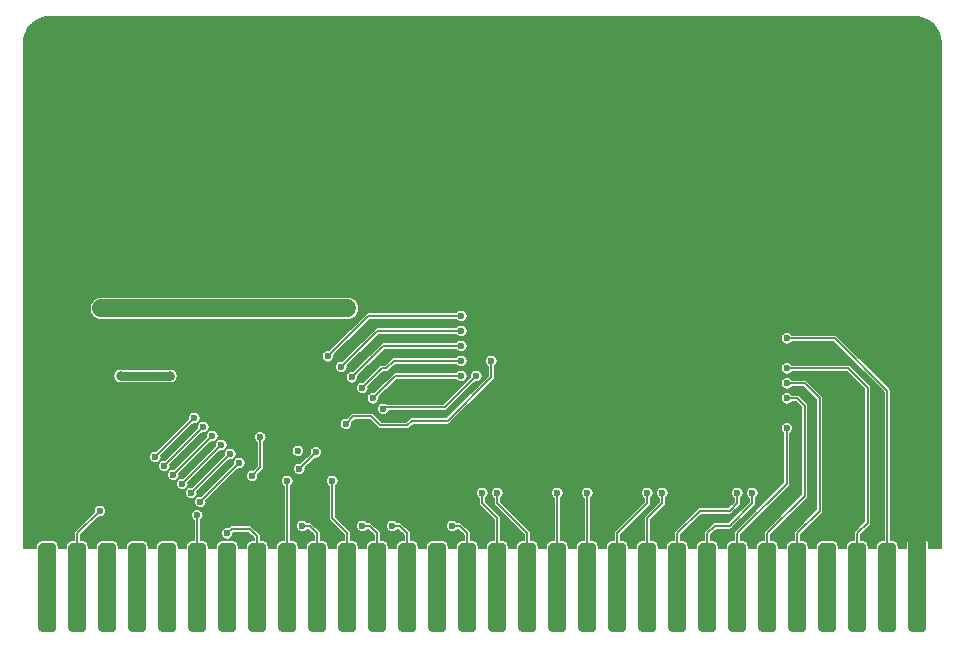
<source format=gbl>
G04 #@! TF.GenerationSoftware,KiCad,Pcbnew,(5.1.2-1)-1*
G04 #@! TF.CreationDate,2019-07-21T13:59:44-04:00*
G04 #@! TF.ProjectId,RAM2E,52414d32-452e-46b6-9963-61645f706362,rev?*
G04 #@! TF.SameCoordinates,Original*
G04 #@! TF.FileFunction,Copper,L2,Bot*
G04 #@! TF.FilePolarity,Positive*
%FSLAX46Y46*%
G04 Gerber Fmt 4.6, Leading zero omitted, Abs format (unit mm)*
G04 Created by KiCad (PCBNEW (5.1.2-1)-1) date 2019-07-21 13:59:44*
%MOMM*%
%LPD*%
G04 APERTURE LIST*
%ADD10C,2.000000*%
%ADD11C,0.100000*%
%ADD12C,1.524000*%
%ADD13C,0.800000*%
%ADD14C,0.600000*%
%ADD15C,1.524000*%
%ADD16C,0.762000*%
%ADD17C,0.152400*%
G04 APERTURE END LIST*
D10*
X270002000Y-93091000D03*
D11*
G36*
X201078345Y-131613835D02*
G01*
X201115329Y-131619321D01*
X201151598Y-131628406D01*
X201186802Y-131641002D01*
X201220602Y-131656988D01*
X201252672Y-131676210D01*
X201282704Y-131698483D01*
X201310408Y-131723592D01*
X201335517Y-131751296D01*
X201357790Y-131781328D01*
X201377012Y-131813398D01*
X201392998Y-131847198D01*
X201405594Y-131882402D01*
X201414679Y-131918671D01*
X201420165Y-131955655D01*
X201422000Y-131993000D01*
X201422000Y-138771000D01*
X201420165Y-138808345D01*
X201414679Y-138845329D01*
X201405594Y-138881598D01*
X201392998Y-138916802D01*
X201377012Y-138950602D01*
X201357790Y-138982672D01*
X201335517Y-139012704D01*
X201310408Y-139040408D01*
X201282704Y-139065517D01*
X201252672Y-139087790D01*
X201220602Y-139107012D01*
X201186802Y-139122998D01*
X201151598Y-139135594D01*
X201115329Y-139144679D01*
X201078345Y-139150165D01*
X201041000Y-139152000D01*
X200279000Y-139152000D01*
X200241655Y-139150165D01*
X200204671Y-139144679D01*
X200168402Y-139135594D01*
X200133198Y-139122998D01*
X200099398Y-139107012D01*
X200067328Y-139087790D01*
X200037296Y-139065517D01*
X200009592Y-139040408D01*
X199984483Y-139012704D01*
X199962210Y-138982672D01*
X199942988Y-138950602D01*
X199927002Y-138916802D01*
X199914406Y-138881598D01*
X199905321Y-138845329D01*
X199899835Y-138808345D01*
X199898000Y-138771000D01*
X199898000Y-131993000D01*
X199899835Y-131955655D01*
X199905321Y-131918671D01*
X199914406Y-131882402D01*
X199927002Y-131847198D01*
X199942988Y-131813398D01*
X199962210Y-131781328D01*
X199984483Y-131751296D01*
X200009592Y-131723592D01*
X200037296Y-131698483D01*
X200067328Y-131676210D01*
X200099398Y-131656988D01*
X200133198Y-131641002D01*
X200168402Y-131628406D01*
X200204671Y-131619321D01*
X200241655Y-131613835D01*
X200279000Y-131612000D01*
X201041000Y-131612000D01*
X201078345Y-131613835D01*
X201078345Y-131613835D01*
G37*
D12*
X200660000Y-135382000D03*
D11*
G36*
X203618345Y-131613835D02*
G01*
X203655329Y-131619321D01*
X203691598Y-131628406D01*
X203726802Y-131641002D01*
X203760602Y-131656988D01*
X203792672Y-131676210D01*
X203822704Y-131698483D01*
X203850408Y-131723592D01*
X203875517Y-131751296D01*
X203897790Y-131781328D01*
X203917012Y-131813398D01*
X203932998Y-131847198D01*
X203945594Y-131882402D01*
X203954679Y-131918671D01*
X203960165Y-131955655D01*
X203962000Y-131993000D01*
X203962000Y-138771000D01*
X203960165Y-138808345D01*
X203954679Y-138845329D01*
X203945594Y-138881598D01*
X203932998Y-138916802D01*
X203917012Y-138950602D01*
X203897790Y-138982672D01*
X203875517Y-139012704D01*
X203850408Y-139040408D01*
X203822704Y-139065517D01*
X203792672Y-139087790D01*
X203760602Y-139107012D01*
X203726802Y-139122998D01*
X203691598Y-139135594D01*
X203655329Y-139144679D01*
X203618345Y-139150165D01*
X203581000Y-139152000D01*
X202819000Y-139152000D01*
X202781655Y-139150165D01*
X202744671Y-139144679D01*
X202708402Y-139135594D01*
X202673198Y-139122998D01*
X202639398Y-139107012D01*
X202607328Y-139087790D01*
X202577296Y-139065517D01*
X202549592Y-139040408D01*
X202524483Y-139012704D01*
X202502210Y-138982672D01*
X202482988Y-138950602D01*
X202467002Y-138916802D01*
X202454406Y-138881598D01*
X202445321Y-138845329D01*
X202439835Y-138808345D01*
X202438000Y-138771000D01*
X202438000Y-131993000D01*
X202439835Y-131955655D01*
X202445321Y-131918671D01*
X202454406Y-131882402D01*
X202467002Y-131847198D01*
X202482988Y-131813398D01*
X202502210Y-131781328D01*
X202524483Y-131751296D01*
X202549592Y-131723592D01*
X202577296Y-131698483D01*
X202607328Y-131676210D01*
X202639398Y-131656988D01*
X202673198Y-131641002D01*
X202708402Y-131628406D01*
X202744671Y-131619321D01*
X202781655Y-131613835D01*
X202819000Y-131612000D01*
X203581000Y-131612000D01*
X203618345Y-131613835D01*
X203618345Y-131613835D01*
G37*
D12*
X203200000Y-135382000D03*
D11*
G36*
X206158345Y-131613835D02*
G01*
X206195329Y-131619321D01*
X206231598Y-131628406D01*
X206266802Y-131641002D01*
X206300602Y-131656988D01*
X206332672Y-131676210D01*
X206362704Y-131698483D01*
X206390408Y-131723592D01*
X206415517Y-131751296D01*
X206437790Y-131781328D01*
X206457012Y-131813398D01*
X206472998Y-131847198D01*
X206485594Y-131882402D01*
X206494679Y-131918671D01*
X206500165Y-131955655D01*
X206502000Y-131993000D01*
X206502000Y-138771000D01*
X206500165Y-138808345D01*
X206494679Y-138845329D01*
X206485594Y-138881598D01*
X206472998Y-138916802D01*
X206457012Y-138950602D01*
X206437790Y-138982672D01*
X206415517Y-139012704D01*
X206390408Y-139040408D01*
X206362704Y-139065517D01*
X206332672Y-139087790D01*
X206300602Y-139107012D01*
X206266802Y-139122998D01*
X206231598Y-139135594D01*
X206195329Y-139144679D01*
X206158345Y-139150165D01*
X206121000Y-139152000D01*
X205359000Y-139152000D01*
X205321655Y-139150165D01*
X205284671Y-139144679D01*
X205248402Y-139135594D01*
X205213198Y-139122998D01*
X205179398Y-139107012D01*
X205147328Y-139087790D01*
X205117296Y-139065517D01*
X205089592Y-139040408D01*
X205064483Y-139012704D01*
X205042210Y-138982672D01*
X205022988Y-138950602D01*
X205007002Y-138916802D01*
X204994406Y-138881598D01*
X204985321Y-138845329D01*
X204979835Y-138808345D01*
X204978000Y-138771000D01*
X204978000Y-131993000D01*
X204979835Y-131955655D01*
X204985321Y-131918671D01*
X204994406Y-131882402D01*
X205007002Y-131847198D01*
X205022988Y-131813398D01*
X205042210Y-131781328D01*
X205064483Y-131751296D01*
X205089592Y-131723592D01*
X205117296Y-131698483D01*
X205147328Y-131676210D01*
X205179398Y-131656988D01*
X205213198Y-131641002D01*
X205248402Y-131628406D01*
X205284671Y-131619321D01*
X205321655Y-131613835D01*
X205359000Y-131612000D01*
X206121000Y-131612000D01*
X206158345Y-131613835D01*
X206158345Y-131613835D01*
G37*
D12*
X205740000Y-135382000D03*
D11*
G36*
X208698345Y-131613835D02*
G01*
X208735329Y-131619321D01*
X208771598Y-131628406D01*
X208806802Y-131641002D01*
X208840602Y-131656988D01*
X208872672Y-131676210D01*
X208902704Y-131698483D01*
X208930408Y-131723592D01*
X208955517Y-131751296D01*
X208977790Y-131781328D01*
X208997012Y-131813398D01*
X209012998Y-131847198D01*
X209025594Y-131882402D01*
X209034679Y-131918671D01*
X209040165Y-131955655D01*
X209042000Y-131993000D01*
X209042000Y-138771000D01*
X209040165Y-138808345D01*
X209034679Y-138845329D01*
X209025594Y-138881598D01*
X209012998Y-138916802D01*
X208997012Y-138950602D01*
X208977790Y-138982672D01*
X208955517Y-139012704D01*
X208930408Y-139040408D01*
X208902704Y-139065517D01*
X208872672Y-139087790D01*
X208840602Y-139107012D01*
X208806802Y-139122998D01*
X208771598Y-139135594D01*
X208735329Y-139144679D01*
X208698345Y-139150165D01*
X208661000Y-139152000D01*
X207899000Y-139152000D01*
X207861655Y-139150165D01*
X207824671Y-139144679D01*
X207788402Y-139135594D01*
X207753198Y-139122998D01*
X207719398Y-139107012D01*
X207687328Y-139087790D01*
X207657296Y-139065517D01*
X207629592Y-139040408D01*
X207604483Y-139012704D01*
X207582210Y-138982672D01*
X207562988Y-138950602D01*
X207547002Y-138916802D01*
X207534406Y-138881598D01*
X207525321Y-138845329D01*
X207519835Y-138808345D01*
X207518000Y-138771000D01*
X207518000Y-131993000D01*
X207519835Y-131955655D01*
X207525321Y-131918671D01*
X207534406Y-131882402D01*
X207547002Y-131847198D01*
X207562988Y-131813398D01*
X207582210Y-131781328D01*
X207604483Y-131751296D01*
X207629592Y-131723592D01*
X207657296Y-131698483D01*
X207687328Y-131676210D01*
X207719398Y-131656988D01*
X207753198Y-131641002D01*
X207788402Y-131628406D01*
X207824671Y-131619321D01*
X207861655Y-131613835D01*
X207899000Y-131612000D01*
X208661000Y-131612000D01*
X208698345Y-131613835D01*
X208698345Y-131613835D01*
G37*
D12*
X208280000Y-135382000D03*
D11*
G36*
X211238345Y-131613835D02*
G01*
X211275329Y-131619321D01*
X211311598Y-131628406D01*
X211346802Y-131641002D01*
X211380602Y-131656988D01*
X211412672Y-131676210D01*
X211442704Y-131698483D01*
X211470408Y-131723592D01*
X211495517Y-131751296D01*
X211517790Y-131781328D01*
X211537012Y-131813398D01*
X211552998Y-131847198D01*
X211565594Y-131882402D01*
X211574679Y-131918671D01*
X211580165Y-131955655D01*
X211582000Y-131993000D01*
X211582000Y-138771000D01*
X211580165Y-138808345D01*
X211574679Y-138845329D01*
X211565594Y-138881598D01*
X211552998Y-138916802D01*
X211537012Y-138950602D01*
X211517790Y-138982672D01*
X211495517Y-139012704D01*
X211470408Y-139040408D01*
X211442704Y-139065517D01*
X211412672Y-139087790D01*
X211380602Y-139107012D01*
X211346802Y-139122998D01*
X211311598Y-139135594D01*
X211275329Y-139144679D01*
X211238345Y-139150165D01*
X211201000Y-139152000D01*
X210439000Y-139152000D01*
X210401655Y-139150165D01*
X210364671Y-139144679D01*
X210328402Y-139135594D01*
X210293198Y-139122998D01*
X210259398Y-139107012D01*
X210227328Y-139087790D01*
X210197296Y-139065517D01*
X210169592Y-139040408D01*
X210144483Y-139012704D01*
X210122210Y-138982672D01*
X210102988Y-138950602D01*
X210087002Y-138916802D01*
X210074406Y-138881598D01*
X210065321Y-138845329D01*
X210059835Y-138808345D01*
X210058000Y-138771000D01*
X210058000Y-131993000D01*
X210059835Y-131955655D01*
X210065321Y-131918671D01*
X210074406Y-131882402D01*
X210087002Y-131847198D01*
X210102988Y-131813398D01*
X210122210Y-131781328D01*
X210144483Y-131751296D01*
X210169592Y-131723592D01*
X210197296Y-131698483D01*
X210227328Y-131676210D01*
X210259398Y-131656988D01*
X210293198Y-131641002D01*
X210328402Y-131628406D01*
X210364671Y-131619321D01*
X210401655Y-131613835D01*
X210439000Y-131612000D01*
X211201000Y-131612000D01*
X211238345Y-131613835D01*
X211238345Y-131613835D01*
G37*
D12*
X210820000Y-135382000D03*
D11*
G36*
X213778345Y-131613835D02*
G01*
X213815329Y-131619321D01*
X213851598Y-131628406D01*
X213886802Y-131641002D01*
X213920602Y-131656988D01*
X213952672Y-131676210D01*
X213982704Y-131698483D01*
X214010408Y-131723592D01*
X214035517Y-131751296D01*
X214057790Y-131781328D01*
X214077012Y-131813398D01*
X214092998Y-131847198D01*
X214105594Y-131882402D01*
X214114679Y-131918671D01*
X214120165Y-131955655D01*
X214122000Y-131993000D01*
X214122000Y-138771000D01*
X214120165Y-138808345D01*
X214114679Y-138845329D01*
X214105594Y-138881598D01*
X214092998Y-138916802D01*
X214077012Y-138950602D01*
X214057790Y-138982672D01*
X214035517Y-139012704D01*
X214010408Y-139040408D01*
X213982704Y-139065517D01*
X213952672Y-139087790D01*
X213920602Y-139107012D01*
X213886802Y-139122998D01*
X213851598Y-139135594D01*
X213815329Y-139144679D01*
X213778345Y-139150165D01*
X213741000Y-139152000D01*
X212979000Y-139152000D01*
X212941655Y-139150165D01*
X212904671Y-139144679D01*
X212868402Y-139135594D01*
X212833198Y-139122998D01*
X212799398Y-139107012D01*
X212767328Y-139087790D01*
X212737296Y-139065517D01*
X212709592Y-139040408D01*
X212684483Y-139012704D01*
X212662210Y-138982672D01*
X212642988Y-138950602D01*
X212627002Y-138916802D01*
X212614406Y-138881598D01*
X212605321Y-138845329D01*
X212599835Y-138808345D01*
X212598000Y-138771000D01*
X212598000Y-131993000D01*
X212599835Y-131955655D01*
X212605321Y-131918671D01*
X212614406Y-131882402D01*
X212627002Y-131847198D01*
X212642988Y-131813398D01*
X212662210Y-131781328D01*
X212684483Y-131751296D01*
X212709592Y-131723592D01*
X212737296Y-131698483D01*
X212767328Y-131676210D01*
X212799398Y-131656988D01*
X212833198Y-131641002D01*
X212868402Y-131628406D01*
X212904671Y-131619321D01*
X212941655Y-131613835D01*
X212979000Y-131612000D01*
X213741000Y-131612000D01*
X213778345Y-131613835D01*
X213778345Y-131613835D01*
G37*
D12*
X213360000Y-135382000D03*
D11*
G36*
X216318345Y-131613835D02*
G01*
X216355329Y-131619321D01*
X216391598Y-131628406D01*
X216426802Y-131641002D01*
X216460602Y-131656988D01*
X216492672Y-131676210D01*
X216522704Y-131698483D01*
X216550408Y-131723592D01*
X216575517Y-131751296D01*
X216597790Y-131781328D01*
X216617012Y-131813398D01*
X216632998Y-131847198D01*
X216645594Y-131882402D01*
X216654679Y-131918671D01*
X216660165Y-131955655D01*
X216662000Y-131993000D01*
X216662000Y-138771000D01*
X216660165Y-138808345D01*
X216654679Y-138845329D01*
X216645594Y-138881598D01*
X216632998Y-138916802D01*
X216617012Y-138950602D01*
X216597790Y-138982672D01*
X216575517Y-139012704D01*
X216550408Y-139040408D01*
X216522704Y-139065517D01*
X216492672Y-139087790D01*
X216460602Y-139107012D01*
X216426802Y-139122998D01*
X216391598Y-139135594D01*
X216355329Y-139144679D01*
X216318345Y-139150165D01*
X216281000Y-139152000D01*
X215519000Y-139152000D01*
X215481655Y-139150165D01*
X215444671Y-139144679D01*
X215408402Y-139135594D01*
X215373198Y-139122998D01*
X215339398Y-139107012D01*
X215307328Y-139087790D01*
X215277296Y-139065517D01*
X215249592Y-139040408D01*
X215224483Y-139012704D01*
X215202210Y-138982672D01*
X215182988Y-138950602D01*
X215167002Y-138916802D01*
X215154406Y-138881598D01*
X215145321Y-138845329D01*
X215139835Y-138808345D01*
X215138000Y-138771000D01*
X215138000Y-131993000D01*
X215139835Y-131955655D01*
X215145321Y-131918671D01*
X215154406Y-131882402D01*
X215167002Y-131847198D01*
X215182988Y-131813398D01*
X215202210Y-131781328D01*
X215224483Y-131751296D01*
X215249592Y-131723592D01*
X215277296Y-131698483D01*
X215307328Y-131676210D01*
X215339398Y-131656988D01*
X215373198Y-131641002D01*
X215408402Y-131628406D01*
X215444671Y-131619321D01*
X215481655Y-131613835D01*
X215519000Y-131612000D01*
X216281000Y-131612000D01*
X216318345Y-131613835D01*
X216318345Y-131613835D01*
G37*
D12*
X215900000Y-135382000D03*
D11*
G36*
X218858345Y-131613835D02*
G01*
X218895329Y-131619321D01*
X218931598Y-131628406D01*
X218966802Y-131641002D01*
X219000602Y-131656988D01*
X219032672Y-131676210D01*
X219062704Y-131698483D01*
X219090408Y-131723592D01*
X219115517Y-131751296D01*
X219137790Y-131781328D01*
X219157012Y-131813398D01*
X219172998Y-131847198D01*
X219185594Y-131882402D01*
X219194679Y-131918671D01*
X219200165Y-131955655D01*
X219202000Y-131993000D01*
X219202000Y-138771000D01*
X219200165Y-138808345D01*
X219194679Y-138845329D01*
X219185594Y-138881598D01*
X219172998Y-138916802D01*
X219157012Y-138950602D01*
X219137790Y-138982672D01*
X219115517Y-139012704D01*
X219090408Y-139040408D01*
X219062704Y-139065517D01*
X219032672Y-139087790D01*
X219000602Y-139107012D01*
X218966802Y-139122998D01*
X218931598Y-139135594D01*
X218895329Y-139144679D01*
X218858345Y-139150165D01*
X218821000Y-139152000D01*
X218059000Y-139152000D01*
X218021655Y-139150165D01*
X217984671Y-139144679D01*
X217948402Y-139135594D01*
X217913198Y-139122998D01*
X217879398Y-139107012D01*
X217847328Y-139087790D01*
X217817296Y-139065517D01*
X217789592Y-139040408D01*
X217764483Y-139012704D01*
X217742210Y-138982672D01*
X217722988Y-138950602D01*
X217707002Y-138916802D01*
X217694406Y-138881598D01*
X217685321Y-138845329D01*
X217679835Y-138808345D01*
X217678000Y-138771000D01*
X217678000Y-131993000D01*
X217679835Y-131955655D01*
X217685321Y-131918671D01*
X217694406Y-131882402D01*
X217707002Y-131847198D01*
X217722988Y-131813398D01*
X217742210Y-131781328D01*
X217764483Y-131751296D01*
X217789592Y-131723592D01*
X217817296Y-131698483D01*
X217847328Y-131676210D01*
X217879398Y-131656988D01*
X217913198Y-131641002D01*
X217948402Y-131628406D01*
X217984671Y-131619321D01*
X218021655Y-131613835D01*
X218059000Y-131612000D01*
X218821000Y-131612000D01*
X218858345Y-131613835D01*
X218858345Y-131613835D01*
G37*
D12*
X218440000Y-135382000D03*
D11*
G36*
X221398345Y-131613835D02*
G01*
X221435329Y-131619321D01*
X221471598Y-131628406D01*
X221506802Y-131641002D01*
X221540602Y-131656988D01*
X221572672Y-131676210D01*
X221602704Y-131698483D01*
X221630408Y-131723592D01*
X221655517Y-131751296D01*
X221677790Y-131781328D01*
X221697012Y-131813398D01*
X221712998Y-131847198D01*
X221725594Y-131882402D01*
X221734679Y-131918671D01*
X221740165Y-131955655D01*
X221742000Y-131993000D01*
X221742000Y-138771000D01*
X221740165Y-138808345D01*
X221734679Y-138845329D01*
X221725594Y-138881598D01*
X221712998Y-138916802D01*
X221697012Y-138950602D01*
X221677790Y-138982672D01*
X221655517Y-139012704D01*
X221630408Y-139040408D01*
X221602704Y-139065517D01*
X221572672Y-139087790D01*
X221540602Y-139107012D01*
X221506802Y-139122998D01*
X221471598Y-139135594D01*
X221435329Y-139144679D01*
X221398345Y-139150165D01*
X221361000Y-139152000D01*
X220599000Y-139152000D01*
X220561655Y-139150165D01*
X220524671Y-139144679D01*
X220488402Y-139135594D01*
X220453198Y-139122998D01*
X220419398Y-139107012D01*
X220387328Y-139087790D01*
X220357296Y-139065517D01*
X220329592Y-139040408D01*
X220304483Y-139012704D01*
X220282210Y-138982672D01*
X220262988Y-138950602D01*
X220247002Y-138916802D01*
X220234406Y-138881598D01*
X220225321Y-138845329D01*
X220219835Y-138808345D01*
X220218000Y-138771000D01*
X220218000Y-131993000D01*
X220219835Y-131955655D01*
X220225321Y-131918671D01*
X220234406Y-131882402D01*
X220247002Y-131847198D01*
X220262988Y-131813398D01*
X220282210Y-131781328D01*
X220304483Y-131751296D01*
X220329592Y-131723592D01*
X220357296Y-131698483D01*
X220387328Y-131676210D01*
X220419398Y-131656988D01*
X220453198Y-131641002D01*
X220488402Y-131628406D01*
X220524671Y-131619321D01*
X220561655Y-131613835D01*
X220599000Y-131612000D01*
X221361000Y-131612000D01*
X221398345Y-131613835D01*
X221398345Y-131613835D01*
G37*
D12*
X220980000Y-135382000D03*
D11*
G36*
X223938345Y-131613835D02*
G01*
X223975329Y-131619321D01*
X224011598Y-131628406D01*
X224046802Y-131641002D01*
X224080602Y-131656988D01*
X224112672Y-131676210D01*
X224142704Y-131698483D01*
X224170408Y-131723592D01*
X224195517Y-131751296D01*
X224217790Y-131781328D01*
X224237012Y-131813398D01*
X224252998Y-131847198D01*
X224265594Y-131882402D01*
X224274679Y-131918671D01*
X224280165Y-131955655D01*
X224282000Y-131993000D01*
X224282000Y-138771000D01*
X224280165Y-138808345D01*
X224274679Y-138845329D01*
X224265594Y-138881598D01*
X224252998Y-138916802D01*
X224237012Y-138950602D01*
X224217790Y-138982672D01*
X224195517Y-139012704D01*
X224170408Y-139040408D01*
X224142704Y-139065517D01*
X224112672Y-139087790D01*
X224080602Y-139107012D01*
X224046802Y-139122998D01*
X224011598Y-139135594D01*
X223975329Y-139144679D01*
X223938345Y-139150165D01*
X223901000Y-139152000D01*
X223139000Y-139152000D01*
X223101655Y-139150165D01*
X223064671Y-139144679D01*
X223028402Y-139135594D01*
X222993198Y-139122998D01*
X222959398Y-139107012D01*
X222927328Y-139087790D01*
X222897296Y-139065517D01*
X222869592Y-139040408D01*
X222844483Y-139012704D01*
X222822210Y-138982672D01*
X222802988Y-138950602D01*
X222787002Y-138916802D01*
X222774406Y-138881598D01*
X222765321Y-138845329D01*
X222759835Y-138808345D01*
X222758000Y-138771000D01*
X222758000Y-131993000D01*
X222759835Y-131955655D01*
X222765321Y-131918671D01*
X222774406Y-131882402D01*
X222787002Y-131847198D01*
X222802988Y-131813398D01*
X222822210Y-131781328D01*
X222844483Y-131751296D01*
X222869592Y-131723592D01*
X222897296Y-131698483D01*
X222927328Y-131676210D01*
X222959398Y-131656988D01*
X222993198Y-131641002D01*
X223028402Y-131628406D01*
X223064671Y-131619321D01*
X223101655Y-131613835D01*
X223139000Y-131612000D01*
X223901000Y-131612000D01*
X223938345Y-131613835D01*
X223938345Y-131613835D01*
G37*
D12*
X223520000Y-135382000D03*
D11*
G36*
X226478345Y-131613835D02*
G01*
X226515329Y-131619321D01*
X226551598Y-131628406D01*
X226586802Y-131641002D01*
X226620602Y-131656988D01*
X226652672Y-131676210D01*
X226682704Y-131698483D01*
X226710408Y-131723592D01*
X226735517Y-131751296D01*
X226757790Y-131781328D01*
X226777012Y-131813398D01*
X226792998Y-131847198D01*
X226805594Y-131882402D01*
X226814679Y-131918671D01*
X226820165Y-131955655D01*
X226822000Y-131993000D01*
X226822000Y-138771000D01*
X226820165Y-138808345D01*
X226814679Y-138845329D01*
X226805594Y-138881598D01*
X226792998Y-138916802D01*
X226777012Y-138950602D01*
X226757790Y-138982672D01*
X226735517Y-139012704D01*
X226710408Y-139040408D01*
X226682704Y-139065517D01*
X226652672Y-139087790D01*
X226620602Y-139107012D01*
X226586802Y-139122998D01*
X226551598Y-139135594D01*
X226515329Y-139144679D01*
X226478345Y-139150165D01*
X226441000Y-139152000D01*
X225679000Y-139152000D01*
X225641655Y-139150165D01*
X225604671Y-139144679D01*
X225568402Y-139135594D01*
X225533198Y-139122998D01*
X225499398Y-139107012D01*
X225467328Y-139087790D01*
X225437296Y-139065517D01*
X225409592Y-139040408D01*
X225384483Y-139012704D01*
X225362210Y-138982672D01*
X225342988Y-138950602D01*
X225327002Y-138916802D01*
X225314406Y-138881598D01*
X225305321Y-138845329D01*
X225299835Y-138808345D01*
X225298000Y-138771000D01*
X225298000Y-131993000D01*
X225299835Y-131955655D01*
X225305321Y-131918671D01*
X225314406Y-131882402D01*
X225327002Y-131847198D01*
X225342988Y-131813398D01*
X225362210Y-131781328D01*
X225384483Y-131751296D01*
X225409592Y-131723592D01*
X225437296Y-131698483D01*
X225467328Y-131676210D01*
X225499398Y-131656988D01*
X225533198Y-131641002D01*
X225568402Y-131628406D01*
X225604671Y-131619321D01*
X225641655Y-131613835D01*
X225679000Y-131612000D01*
X226441000Y-131612000D01*
X226478345Y-131613835D01*
X226478345Y-131613835D01*
G37*
D12*
X226060000Y-135382000D03*
D11*
G36*
X229018345Y-131613835D02*
G01*
X229055329Y-131619321D01*
X229091598Y-131628406D01*
X229126802Y-131641002D01*
X229160602Y-131656988D01*
X229192672Y-131676210D01*
X229222704Y-131698483D01*
X229250408Y-131723592D01*
X229275517Y-131751296D01*
X229297790Y-131781328D01*
X229317012Y-131813398D01*
X229332998Y-131847198D01*
X229345594Y-131882402D01*
X229354679Y-131918671D01*
X229360165Y-131955655D01*
X229362000Y-131993000D01*
X229362000Y-138771000D01*
X229360165Y-138808345D01*
X229354679Y-138845329D01*
X229345594Y-138881598D01*
X229332998Y-138916802D01*
X229317012Y-138950602D01*
X229297790Y-138982672D01*
X229275517Y-139012704D01*
X229250408Y-139040408D01*
X229222704Y-139065517D01*
X229192672Y-139087790D01*
X229160602Y-139107012D01*
X229126802Y-139122998D01*
X229091598Y-139135594D01*
X229055329Y-139144679D01*
X229018345Y-139150165D01*
X228981000Y-139152000D01*
X228219000Y-139152000D01*
X228181655Y-139150165D01*
X228144671Y-139144679D01*
X228108402Y-139135594D01*
X228073198Y-139122998D01*
X228039398Y-139107012D01*
X228007328Y-139087790D01*
X227977296Y-139065517D01*
X227949592Y-139040408D01*
X227924483Y-139012704D01*
X227902210Y-138982672D01*
X227882988Y-138950602D01*
X227867002Y-138916802D01*
X227854406Y-138881598D01*
X227845321Y-138845329D01*
X227839835Y-138808345D01*
X227838000Y-138771000D01*
X227838000Y-131993000D01*
X227839835Y-131955655D01*
X227845321Y-131918671D01*
X227854406Y-131882402D01*
X227867002Y-131847198D01*
X227882988Y-131813398D01*
X227902210Y-131781328D01*
X227924483Y-131751296D01*
X227949592Y-131723592D01*
X227977296Y-131698483D01*
X228007328Y-131676210D01*
X228039398Y-131656988D01*
X228073198Y-131641002D01*
X228108402Y-131628406D01*
X228144671Y-131619321D01*
X228181655Y-131613835D01*
X228219000Y-131612000D01*
X228981000Y-131612000D01*
X229018345Y-131613835D01*
X229018345Y-131613835D01*
G37*
D12*
X228600000Y-135382000D03*
D11*
G36*
X231558345Y-131613835D02*
G01*
X231595329Y-131619321D01*
X231631598Y-131628406D01*
X231666802Y-131641002D01*
X231700602Y-131656988D01*
X231732672Y-131676210D01*
X231762704Y-131698483D01*
X231790408Y-131723592D01*
X231815517Y-131751296D01*
X231837790Y-131781328D01*
X231857012Y-131813398D01*
X231872998Y-131847198D01*
X231885594Y-131882402D01*
X231894679Y-131918671D01*
X231900165Y-131955655D01*
X231902000Y-131993000D01*
X231902000Y-138771000D01*
X231900165Y-138808345D01*
X231894679Y-138845329D01*
X231885594Y-138881598D01*
X231872998Y-138916802D01*
X231857012Y-138950602D01*
X231837790Y-138982672D01*
X231815517Y-139012704D01*
X231790408Y-139040408D01*
X231762704Y-139065517D01*
X231732672Y-139087790D01*
X231700602Y-139107012D01*
X231666802Y-139122998D01*
X231631598Y-139135594D01*
X231595329Y-139144679D01*
X231558345Y-139150165D01*
X231521000Y-139152000D01*
X230759000Y-139152000D01*
X230721655Y-139150165D01*
X230684671Y-139144679D01*
X230648402Y-139135594D01*
X230613198Y-139122998D01*
X230579398Y-139107012D01*
X230547328Y-139087790D01*
X230517296Y-139065517D01*
X230489592Y-139040408D01*
X230464483Y-139012704D01*
X230442210Y-138982672D01*
X230422988Y-138950602D01*
X230407002Y-138916802D01*
X230394406Y-138881598D01*
X230385321Y-138845329D01*
X230379835Y-138808345D01*
X230378000Y-138771000D01*
X230378000Y-131993000D01*
X230379835Y-131955655D01*
X230385321Y-131918671D01*
X230394406Y-131882402D01*
X230407002Y-131847198D01*
X230422988Y-131813398D01*
X230442210Y-131781328D01*
X230464483Y-131751296D01*
X230489592Y-131723592D01*
X230517296Y-131698483D01*
X230547328Y-131676210D01*
X230579398Y-131656988D01*
X230613198Y-131641002D01*
X230648402Y-131628406D01*
X230684671Y-131619321D01*
X230721655Y-131613835D01*
X230759000Y-131612000D01*
X231521000Y-131612000D01*
X231558345Y-131613835D01*
X231558345Y-131613835D01*
G37*
D12*
X231140000Y-135382000D03*
D11*
G36*
X234098345Y-131613835D02*
G01*
X234135329Y-131619321D01*
X234171598Y-131628406D01*
X234206802Y-131641002D01*
X234240602Y-131656988D01*
X234272672Y-131676210D01*
X234302704Y-131698483D01*
X234330408Y-131723592D01*
X234355517Y-131751296D01*
X234377790Y-131781328D01*
X234397012Y-131813398D01*
X234412998Y-131847198D01*
X234425594Y-131882402D01*
X234434679Y-131918671D01*
X234440165Y-131955655D01*
X234442000Y-131993000D01*
X234442000Y-138771000D01*
X234440165Y-138808345D01*
X234434679Y-138845329D01*
X234425594Y-138881598D01*
X234412998Y-138916802D01*
X234397012Y-138950602D01*
X234377790Y-138982672D01*
X234355517Y-139012704D01*
X234330408Y-139040408D01*
X234302704Y-139065517D01*
X234272672Y-139087790D01*
X234240602Y-139107012D01*
X234206802Y-139122998D01*
X234171598Y-139135594D01*
X234135329Y-139144679D01*
X234098345Y-139150165D01*
X234061000Y-139152000D01*
X233299000Y-139152000D01*
X233261655Y-139150165D01*
X233224671Y-139144679D01*
X233188402Y-139135594D01*
X233153198Y-139122998D01*
X233119398Y-139107012D01*
X233087328Y-139087790D01*
X233057296Y-139065517D01*
X233029592Y-139040408D01*
X233004483Y-139012704D01*
X232982210Y-138982672D01*
X232962988Y-138950602D01*
X232947002Y-138916802D01*
X232934406Y-138881598D01*
X232925321Y-138845329D01*
X232919835Y-138808345D01*
X232918000Y-138771000D01*
X232918000Y-131993000D01*
X232919835Y-131955655D01*
X232925321Y-131918671D01*
X232934406Y-131882402D01*
X232947002Y-131847198D01*
X232962988Y-131813398D01*
X232982210Y-131781328D01*
X233004483Y-131751296D01*
X233029592Y-131723592D01*
X233057296Y-131698483D01*
X233087328Y-131676210D01*
X233119398Y-131656988D01*
X233153198Y-131641002D01*
X233188402Y-131628406D01*
X233224671Y-131619321D01*
X233261655Y-131613835D01*
X233299000Y-131612000D01*
X234061000Y-131612000D01*
X234098345Y-131613835D01*
X234098345Y-131613835D01*
G37*
D12*
X233680000Y-135382000D03*
D11*
G36*
X236638345Y-131613835D02*
G01*
X236675329Y-131619321D01*
X236711598Y-131628406D01*
X236746802Y-131641002D01*
X236780602Y-131656988D01*
X236812672Y-131676210D01*
X236842704Y-131698483D01*
X236870408Y-131723592D01*
X236895517Y-131751296D01*
X236917790Y-131781328D01*
X236937012Y-131813398D01*
X236952998Y-131847198D01*
X236965594Y-131882402D01*
X236974679Y-131918671D01*
X236980165Y-131955655D01*
X236982000Y-131993000D01*
X236982000Y-138771000D01*
X236980165Y-138808345D01*
X236974679Y-138845329D01*
X236965594Y-138881598D01*
X236952998Y-138916802D01*
X236937012Y-138950602D01*
X236917790Y-138982672D01*
X236895517Y-139012704D01*
X236870408Y-139040408D01*
X236842704Y-139065517D01*
X236812672Y-139087790D01*
X236780602Y-139107012D01*
X236746802Y-139122998D01*
X236711598Y-139135594D01*
X236675329Y-139144679D01*
X236638345Y-139150165D01*
X236601000Y-139152000D01*
X235839000Y-139152000D01*
X235801655Y-139150165D01*
X235764671Y-139144679D01*
X235728402Y-139135594D01*
X235693198Y-139122998D01*
X235659398Y-139107012D01*
X235627328Y-139087790D01*
X235597296Y-139065517D01*
X235569592Y-139040408D01*
X235544483Y-139012704D01*
X235522210Y-138982672D01*
X235502988Y-138950602D01*
X235487002Y-138916802D01*
X235474406Y-138881598D01*
X235465321Y-138845329D01*
X235459835Y-138808345D01*
X235458000Y-138771000D01*
X235458000Y-131993000D01*
X235459835Y-131955655D01*
X235465321Y-131918671D01*
X235474406Y-131882402D01*
X235487002Y-131847198D01*
X235502988Y-131813398D01*
X235522210Y-131781328D01*
X235544483Y-131751296D01*
X235569592Y-131723592D01*
X235597296Y-131698483D01*
X235627328Y-131676210D01*
X235659398Y-131656988D01*
X235693198Y-131641002D01*
X235728402Y-131628406D01*
X235764671Y-131619321D01*
X235801655Y-131613835D01*
X235839000Y-131612000D01*
X236601000Y-131612000D01*
X236638345Y-131613835D01*
X236638345Y-131613835D01*
G37*
D12*
X236220000Y-135382000D03*
D11*
G36*
X239178345Y-131613835D02*
G01*
X239215329Y-131619321D01*
X239251598Y-131628406D01*
X239286802Y-131641002D01*
X239320602Y-131656988D01*
X239352672Y-131676210D01*
X239382704Y-131698483D01*
X239410408Y-131723592D01*
X239435517Y-131751296D01*
X239457790Y-131781328D01*
X239477012Y-131813398D01*
X239492998Y-131847198D01*
X239505594Y-131882402D01*
X239514679Y-131918671D01*
X239520165Y-131955655D01*
X239522000Y-131993000D01*
X239522000Y-138771000D01*
X239520165Y-138808345D01*
X239514679Y-138845329D01*
X239505594Y-138881598D01*
X239492998Y-138916802D01*
X239477012Y-138950602D01*
X239457790Y-138982672D01*
X239435517Y-139012704D01*
X239410408Y-139040408D01*
X239382704Y-139065517D01*
X239352672Y-139087790D01*
X239320602Y-139107012D01*
X239286802Y-139122998D01*
X239251598Y-139135594D01*
X239215329Y-139144679D01*
X239178345Y-139150165D01*
X239141000Y-139152000D01*
X238379000Y-139152000D01*
X238341655Y-139150165D01*
X238304671Y-139144679D01*
X238268402Y-139135594D01*
X238233198Y-139122998D01*
X238199398Y-139107012D01*
X238167328Y-139087790D01*
X238137296Y-139065517D01*
X238109592Y-139040408D01*
X238084483Y-139012704D01*
X238062210Y-138982672D01*
X238042988Y-138950602D01*
X238027002Y-138916802D01*
X238014406Y-138881598D01*
X238005321Y-138845329D01*
X237999835Y-138808345D01*
X237998000Y-138771000D01*
X237998000Y-131993000D01*
X237999835Y-131955655D01*
X238005321Y-131918671D01*
X238014406Y-131882402D01*
X238027002Y-131847198D01*
X238042988Y-131813398D01*
X238062210Y-131781328D01*
X238084483Y-131751296D01*
X238109592Y-131723592D01*
X238137296Y-131698483D01*
X238167328Y-131676210D01*
X238199398Y-131656988D01*
X238233198Y-131641002D01*
X238268402Y-131628406D01*
X238304671Y-131619321D01*
X238341655Y-131613835D01*
X238379000Y-131612000D01*
X239141000Y-131612000D01*
X239178345Y-131613835D01*
X239178345Y-131613835D01*
G37*
D12*
X238760000Y-135382000D03*
D11*
G36*
X241718345Y-131613835D02*
G01*
X241755329Y-131619321D01*
X241791598Y-131628406D01*
X241826802Y-131641002D01*
X241860602Y-131656988D01*
X241892672Y-131676210D01*
X241922704Y-131698483D01*
X241950408Y-131723592D01*
X241975517Y-131751296D01*
X241997790Y-131781328D01*
X242017012Y-131813398D01*
X242032998Y-131847198D01*
X242045594Y-131882402D01*
X242054679Y-131918671D01*
X242060165Y-131955655D01*
X242062000Y-131993000D01*
X242062000Y-138771000D01*
X242060165Y-138808345D01*
X242054679Y-138845329D01*
X242045594Y-138881598D01*
X242032998Y-138916802D01*
X242017012Y-138950602D01*
X241997790Y-138982672D01*
X241975517Y-139012704D01*
X241950408Y-139040408D01*
X241922704Y-139065517D01*
X241892672Y-139087790D01*
X241860602Y-139107012D01*
X241826802Y-139122998D01*
X241791598Y-139135594D01*
X241755329Y-139144679D01*
X241718345Y-139150165D01*
X241681000Y-139152000D01*
X240919000Y-139152000D01*
X240881655Y-139150165D01*
X240844671Y-139144679D01*
X240808402Y-139135594D01*
X240773198Y-139122998D01*
X240739398Y-139107012D01*
X240707328Y-139087790D01*
X240677296Y-139065517D01*
X240649592Y-139040408D01*
X240624483Y-139012704D01*
X240602210Y-138982672D01*
X240582988Y-138950602D01*
X240567002Y-138916802D01*
X240554406Y-138881598D01*
X240545321Y-138845329D01*
X240539835Y-138808345D01*
X240538000Y-138771000D01*
X240538000Y-131993000D01*
X240539835Y-131955655D01*
X240545321Y-131918671D01*
X240554406Y-131882402D01*
X240567002Y-131847198D01*
X240582988Y-131813398D01*
X240602210Y-131781328D01*
X240624483Y-131751296D01*
X240649592Y-131723592D01*
X240677296Y-131698483D01*
X240707328Y-131676210D01*
X240739398Y-131656988D01*
X240773198Y-131641002D01*
X240808402Y-131628406D01*
X240844671Y-131619321D01*
X240881655Y-131613835D01*
X240919000Y-131612000D01*
X241681000Y-131612000D01*
X241718345Y-131613835D01*
X241718345Y-131613835D01*
G37*
D12*
X241300000Y-135382000D03*
D11*
G36*
X244258345Y-131613835D02*
G01*
X244295329Y-131619321D01*
X244331598Y-131628406D01*
X244366802Y-131641002D01*
X244400602Y-131656988D01*
X244432672Y-131676210D01*
X244462704Y-131698483D01*
X244490408Y-131723592D01*
X244515517Y-131751296D01*
X244537790Y-131781328D01*
X244557012Y-131813398D01*
X244572998Y-131847198D01*
X244585594Y-131882402D01*
X244594679Y-131918671D01*
X244600165Y-131955655D01*
X244602000Y-131993000D01*
X244602000Y-138771000D01*
X244600165Y-138808345D01*
X244594679Y-138845329D01*
X244585594Y-138881598D01*
X244572998Y-138916802D01*
X244557012Y-138950602D01*
X244537790Y-138982672D01*
X244515517Y-139012704D01*
X244490408Y-139040408D01*
X244462704Y-139065517D01*
X244432672Y-139087790D01*
X244400602Y-139107012D01*
X244366802Y-139122998D01*
X244331598Y-139135594D01*
X244295329Y-139144679D01*
X244258345Y-139150165D01*
X244221000Y-139152000D01*
X243459000Y-139152000D01*
X243421655Y-139150165D01*
X243384671Y-139144679D01*
X243348402Y-139135594D01*
X243313198Y-139122998D01*
X243279398Y-139107012D01*
X243247328Y-139087790D01*
X243217296Y-139065517D01*
X243189592Y-139040408D01*
X243164483Y-139012704D01*
X243142210Y-138982672D01*
X243122988Y-138950602D01*
X243107002Y-138916802D01*
X243094406Y-138881598D01*
X243085321Y-138845329D01*
X243079835Y-138808345D01*
X243078000Y-138771000D01*
X243078000Y-131993000D01*
X243079835Y-131955655D01*
X243085321Y-131918671D01*
X243094406Y-131882402D01*
X243107002Y-131847198D01*
X243122988Y-131813398D01*
X243142210Y-131781328D01*
X243164483Y-131751296D01*
X243189592Y-131723592D01*
X243217296Y-131698483D01*
X243247328Y-131676210D01*
X243279398Y-131656988D01*
X243313198Y-131641002D01*
X243348402Y-131628406D01*
X243384671Y-131619321D01*
X243421655Y-131613835D01*
X243459000Y-131612000D01*
X244221000Y-131612000D01*
X244258345Y-131613835D01*
X244258345Y-131613835D01*
G37*
D12*
X243840000Y-135382000D03*
D11*
G36*
X246798345Y-131613835D02*
G01*
X246835329Y-131619321D01*
X246871598Y-131628406D01*
X246906802Y-131641002D01*
X246940602Y-131656988D01*
X246972672Y-131676210D01*
X247002704Y-131698483D01*
X247030408Y-131723592D01*
X247055517Y-131751296D01*
X247077790Y-131781328D01*
X247097012Y-131813398D01*
X247112998Y-131847198D01*
X247125594Y-131882402D01*
X247134679Y-131918671D01*
X247140165Y-131955655D01*
X247142000Y-131993000D01*
X247142000Y-138771000D01*
X247140165Y-138808345D01*
X247134679Y-138845329D01*
X247125594Y-138881598D01*
X247112998Y-138916802D01*
X247097012Y-138950602D01*
X247077790Y-138982672D01*
X247055517Y-139012704D01*
X247030408Y-139040408D01*
X247002704Y-139065517D01*
X246972672Y-139087790D01*
X246940602Y-139107012D01*
X246906802Y-139122998D01*
X246871598Y-139135594D01*
X246835329Y-139144679D01*
X246798345Y-139150165D01*
X246761000Y-139152000D01*
X245999000Y-139152000D01*
X245961655Y-139150165D01*
X245924671Y-139144679D01*
X245888402Y-139135594D01*
X245853198Y-139122998D01*
X245819398Y-139107012D01*
X245787328Y-139087790D01*
X245757296Y-139065517D01*
X245729592Y-139040408D01*
X245704483Y-139012704D01*
X245682210Y-138982672D01*
X245662988Y-138950602D01*
X245647002Y-138916802D01*
X245634406Y-138881598D01*
X245625321Y-138845329D01*
X245619835Y-138808345D01*
X245618000Y-138771000D01*
X245618000Y-131993000D01*
X245619835Y-131955655D01*
X245625321Y-131918671D01*
X245634406Y-131882402D01*
X245647002Y-131847198D01*
X245662988Y-131813398D01*
X245682210Y-131781328D01*
X245704483Y-131751296D01*
X245729592Y-131723592D01*
X245757296Y-131698483D01*
X245787328Y-131676210D01*
X245819398Y-131656988D01*
X245853198Y-131641002D01*
X245888402Y-131628406D01*
X245924671Y-131619321D01*
X245961655Y-131613835D01*
X245999000Y-131612000D01*
X246761000Y-131612000D01*
X246798345Y-131613835D01*
X246798345Y-131613835D01*
G37*
D12*
X246380000Y-135382000D03*
D11*
G36*
X249338345Y-131613835D02*
G01*
X249375329Y-131619321D01*
X249411598Y-131628406D01*
X249446802Y-131641002D01*
X249480602Y-131656988D01*
X249512672Y-131676210D01*
X249542704Y-131698483D01*
X249570408Y-131723592D01*
X249595517Y-131751296D01*
X249617790Y-131781328D01*
X249637012Y-131813398D01*
X249652998Y-131847198D01*
X249665594Y-131882402D01*
X249674679Y-131918671D01*
X249680165Y-131955655D01*
X249682000Y-131993000D01*
X249682000Y-138771000D01*
X249680165Y-138808345D01*
X249674679Y-138845329D01*
X249665594Y-138881598D01*
X249652998Y-138916802D01*
X249637012Y-138950602D01*
X249617790Y-138982672D01*
X249595517Y-139012704D01*
X249570408Y-139040408D01*
X249542704Y-139065517D01*
X249512672Y-139087790D01*
X249480602Y-139107012D01*
X249446802Y-139122998D01*
X249411598Y-139135594D01*
X249375329Y-139144679D01*
X249338345Y-139150165D01*
X249301000Y-139152000D01*
X248539000Y-139152000D01*
X248501655Y-139150165D01*
X248464671Y-139144679D01*
X248428402Y-139135594D01*
X248393198Y-139122998D01*
X248359398Y-139107012D01*
X248327328Y-139087790D01*
X248297296Y-139065517D01*
X248269592Y-139040408D01*
X248244483Y-139012704D01*
X248222210Y-138982672D01*
X248202988Y-138950602D01*
X248187002Y-138916802D01*
X248174406Y-138881598D01*
X248165321Y-138845329D01*
X248159835Y-138808345D01*
X248158000Y-138771000D01*
X248158000Y-131993000D01*
X248159835Y-131955655D01*
X248165321Y-131918671D01*
X248174406Y-131882402D01*
X248187002Y-131847198D01*
X248202988Y-131813398D01*
X248222210Y-131781328D01*
X248244483Y-131751296D01*
X248269592Y-131723592D01*
X248297296Y-131698483D01*
X248327328Y-131676210D01*
X248359398Y-131656988D01*
X248393198Y-131641002D01*
X248428402Y-131628406D01*
X248464671Y-131619321D01*
X248501655Y-131613835D01*
X248539000Y-131612000D01*
X249301000Y-131612000D01*
X249338345Y-131613835D01*
X249338345Y-131613835D01*
G37*
D12*
X248920000Y-135382000D03*
D11*
G36*
X251878345Y-131613835D02*
G01*
X251915329Y-131619321D01*
X251951598Y-131628406D01*
X251986802Y-131641002D01*
X252020602Y-131656988D01*
X252052672Y-131676210D01*
X252082704Y-131698483D01*
X252110408Y-131723592D01*
X252135517Y-131751296D01*
X252157790Y-131781328D01*
X252177012Y-131813398D01*
X252192998Y-131847198D01*
X252205594Y-131882402D01*
X252214679Y-131918671D01*
X252220165Y-131955655D01*
X252222000Y-131993000D01*
X252222000Y-138771000D01*
X252220165Y-138808345D01*
X252214679Y-138845329D01*
X252205594Y-138881598D01*
X252192998Y-138916802D01*
X252177012Y-138950602D01*
X252157790Y-138982672D01*
X252135517Y-139012704D01*
X252110408Y-139040408D01*
X252082704Y-139065517D01*
X252052672Y-139087790D01*
X252020602Y-139107012D01*
X251986802Y-139122998D01*
X251951598Y-139135594D01*
X251915329Y-139144679D01*
X251878345Y-139150165D01*
X251841000Y-139152000D01*
X251079000Y-139152000D01*
X251041655Y-139150165D01*
X251004671Y-139144679D01*
X250968402Y-139135594D01*
X250933198Y-139122998D01*
X250899398Y-139107012D01*
X250867328Y-139087790D01*
X250837296Y-139065517D01*
X250809592Y-139040408D01*
X250784483Y-139012704D01*
X250762210Y-138982672D01*
X250742988Y-138950602D01*
X250727002Y-138916802D01*
X250714406Y-138881598D01*
X250705321Y-138845329D01*
X250699835Y-138808345D01*
X250698000Y-138771000D01*
X250698000Y-131993000D01*
X250699835Y-131955655D01*
X250705321Y-131918671D01*
X250714406Y-131882402D01*
X250727002Y-131847198D01*
X250742988Y-131813398D01*
X250762210Y-131781328D01*
X250784483Y-131751296D01*
X250809592Y-131723592D01*
X250837296Y-131698483D01*
X250867328Y-131676210D01*
X250899398Y-131656988D01*
X250933198Y-131641002D01*
X250968402Y-131628406D01*
X251004671Y-131619321D01*
X251041655Y-131613835D01*
X251079000Y-131612000D01*
X251841000Y-131612000D01*
X251878345Y-131613835D01*
X251878345Y-131613835D01*
G37*
D12*
X251460000Y-135382000D03*
D11*
G36*
X254418345Y-131613835D02*
G01*
X254455329Y-131619321D01*
X254491598Y-131628406D01*
X254526802Y-131641002D01*
X254560602Y-131656988D01*
X254592672Y-131676210D01*
X254622704Y-131698483D01*
X254650408Y-131723592D01*
X254675517Y-131751296D01*
X254697790Y-131781328D01*
X254717012Y-131813398D01*
X254732998Y-131847198D01*
X254745594Y-131882402D01*
X254754679Y-131918671D01*
X254760165Y-131955655D01*
X254762000Y-131993000D01*
X254762000Y-138771000D01*
X254760165Y-138808345D01*
X254754679Y-138845329D01*
X254745594Y-138881598D01*
X254732998Y-138916802D01*
X254717012Y-138950602D01*
X254697790Y-138982672D01*
X254675517Y-139012704D01*
X254650408Y-139040408D01*
X254622704Y-139065517D01*
X254592672Y-139087790D01*
X254560602Y-139107012D01*
X254526802Y-139122998D01*
X254491598Y-139135594D01*
X254455329Y-139144679D01*
X254418345Y-139150165D01*
X254381000Y-139152000D01*
X253619000Y-139152000D01*
X253581655Y-139150165D01*
X253544671Y-139144679D01*
X253508402Y-139135594D01*
X253473198Y-139122998D01*
X253439398Y-139107012D01*
X253407328Y-139087790D01*
X253377296Y-139065517D01*
X253349592Y-139040408D01*
X253324483Y-139012704D01*
X253302210Y-138982672D01*
X253282988Y-138950602D01*
X253267002Y-138916802D01*
X253254406Y-138881598D01*
X253245321Y-138845329D01*
X253239835Y-138808345D01*
X253238000Y-138771000D01*
X253238000Y-131993000D01*
X253239835Y-131955655D01*
X253245321Y-131918671D01*
X253254406Y-131882402D01*
X253267002Y-131847198D01*
X253282988Y-131813398D01*
X253302210Y-131781328D01*
X253324483Y-131751296D01*
X253349592Y-131723592D01*
X253377296Y-131698483D01*
X253407328Y-131676210D01*
X253439398Y-131656988D01*
X253473198Y-131641002D01*
X253508402Y-131628406D01*
X253544671Y-131619321D01*
X253581655Y-131613835D01*
X253619000Y-131612000D01*
X254381000Y-131612000D01*
X254418345Y-131613835D01*
X254418345Y-131613835D01*
G37*
D12*
X254000000Y-135382000D03*
D11*
G36*
X256958345Y-131613835D02*
G01*
X256995329Y-131619321D01*
X257031598Y-131628406D01*
X257066802Y-131641002D01*
X257100602Y-131656988D01*
X257132672Y-131676210D01*
X257162704Y-131698483D01*
X257190408Y-131723592D01*
X257215517Y-131751296D01*
X257237790Y-131781328D01*
X257257012Y-131813398D01*
X257272998Y-131847198D01*
X257285594Y-131882402D01*
X257294679Y-131918671D01*
X257300165Y-131955655D01*
X257302000Y-131993000D01*
X257302000Y-138771000D01*
X257300165Y-138808345D01*
X257294679Y-138845329D01*
X257285594Y-138881598D01*
X257272998Y-138916802D01*
X257257012Y-138950602D01*
X257237790Y-138982672D01*
X257215517Y-139012704D01*
X257190408Y-139040408D01*
X257162704Y-139065517D01*
X257132672Y-139087790D01*
X257100602Y-139107012D01*
X257066802Y-139122998D01*
X257031598Y-139135594D01*
X256995329Y-139144679D01*
X256958345Y-139150165D01*
X256921000Y-139152000D01*
X256159000Y-139152000D01*
X256121655Y-139150165D01*
X256084671Y-139144679D01*
X256048402Y-139135594D01*
X256013198Y-139122998D01*
X255979398Y-139107012D01*
X255947328Y-139087790D01*
X255917296Y-139065517D01*
X255889592Y-139040408D01*
X255864483Y-139012704D01*
X255842210Y-138982672D01*
X255822988Y-138950602D01*
X255807002Y-138916802D01*
X255794406Y-138881598D01*
X255785321Y-138845329D01*
X255779835Y-138808345D01*
X255778000Y-138771000D01*
X255778000Y-131993000D01*
X255779835Y-131955655D01*
X255785321Y-131918671D01*
X255794406Y-131882402D01*
X255807002Y-131847198D01*
X255822988Y-131813398D01*
X255842210Y-131781328D01*
X255864483Y-131751296D01*
X255889592Y-131723592D01*
X255917296Y-131698483D01*
X255947328Y-131676210D01*
X255979398Y-131656988D01*
X256013198Y-131641002D01*
X256048402Y-131628406D01*
X256084671Y-131619321D01*
X256121655Y-131613835D01*
X256159000Y-131612000D01*
X256921000Y-131612000D01*
X256958345Y-131613835D01*
X256958345Y-131613835D01*
G37*
D12*
X256540000Y-135382000D03*
D11*
G36*
X259498345Y-131613835D02*
G01*
X259535329Y-131619321D01*
X259571598Y-131628406D01*
X259606802Y-131641002D01*
X259640602Y-131656988D01*
X259672672Y-131676210D01*
X259702704Y-131698483D01*
X259730408Y-131723592D01*
X259755517Y-131751296D01*
X259777790Y-131781328D01*
X259797012Y-131813398D01*
X259812998Y-131847198D01*
X259825594Y-131882402D01*
X259834679Y-131918671D01*
X259840165Y-131955655D01*
X259842000Y-131993000D01*
X259842000Y-138771000D01*
X259840165Y-138808345D01*
X259834679Y-138845329D01*
X259825594Y-138881598D01*
X259812998Y-138916802D01*
X259797012Y-138950602D01*
X259777790Y-138982672D01*
X259755517Y-139012704D01*
X259730408Y-139040408D01*
X259702704Y-139065517D01*
X259672672Y-139087790D01*
X259640602Y-139107012D01*
X259606802Y-139122998D01*
X259571598Y-139135594D01*
X259535329Y-139144679D01*
X259498345Y-139150165D01*
X259461000Y-139152000D01*
X258699000Y-139152000D01*
X258661655Y-139150165D01*
X258624671Y-139144679D01*
X258588402Y-139135594D01*
X258553198Y-139122998D01*
X258519398Y-139107012D01*
X258487328Y-139087790D01*
X258457296Y-139065517D01*
X258429592Y-139040408D01*
X258404483Y-139012704D01*
X258382210Y-138982672D01*
X258362988Y-138950602D01*
X258347002Y-138916802D01*
X258334406Y-138881598D01*
X258325321Y-138845329D01*
X258319835Y-138808345D01*
X258318000Y-138771000D01*
X258318000Y-131993000D01*
X258319835Y-131955655D01*
X258325321Y-131918671D01*
X258334406Y-131882402D01*
X258347002Y-131847198D01*
X258362988Y-131813398D01*
X258382210Y-131781328D01*
X258404483Y-131751296D01*
X258429592Y-131723592D01*
X258457296Y-131698483D01*
X258487328Y-131676210D01*
X258519398Y-131656988D01*
X258553198Y-131641002D01*
X258588402Y-131628406D01*
X258624671Y-131619321D01*
X258661655Y-131613835D01*
X258699000Y-131612000D01*
X259461000Y-131612000D01*
X259498345Y-131613835D01*
X259498345Y-131613835D01*
G37*
D12*
X259080000Y-135382000D03*
D11*
G36*
X262038345Y-131613835D02*
G01*
X262075329Y-131619321D01*
X262111598Y-131628406D01*
X262146802Y-131641002D01*
X262180602Y-131656988D01*
X262212672Y-131676210D01*
X262242704Y-131698483D01*
X262270408Y-131723592D01*
X262295517Y-131751296D01*
X262317790Y-131781328D01*
X262337012Y-131813398D01*
X262352998Y-131847198D01*
X262365594Y-131882402D01*
X262374679Y-131918671D01*
X262380165Y-131955655D01*
X262382000Y-131993000D01*
X262382000Y-138771000D01*
X262380165Y-138808345D01*
X262374679Y-138845329D01*
X262365594Y-138881598D01*
X262352998Y-138916802D01*
X262337012Y-138950602D01*
X262317790Y-138982672D01*
X262295517Y-139012704D01*
X262270408Y-139040408D01*
X262242704Y-139065517D01*
X262212672Y-139087790D01*
X262180602Y-139107012D01*
X262146802Y-139122998D01*
X262111598Y-139135594D01*
X262075329Y-139144679D01*
X262038345Y-139150165D01*
X262001000Y-139152000D01*
X261239000Y-139152000D01*
X261201655Y-139150165D01*
X261164671Y-139144679D01*
X261128402Y-139135594D01*
X261093198Y-139122998D01*
X261059398Y-139107012D01*
X261027328Y-139087790D01*
X260997296Y-139065517D01*
X260969592Y-139040408D01*
X260944483Y-139012704D01*
X260922210Y-138982672D01*
X260902988Y-138950602D01*
X260887002Y-138916802D01*
X260874406Y-138881598D01*
X260865321Y-138845329D01*
X260859835Y-138808345D01*
X260858000Y-138771000D01*
X260858000Y-131993000D01*
X260859835Y-131955655D01*
X260865321Y-131918671D01*
X260874406Y-131882402D01*
X260887002Y-131847198D01*
X260902988Y-131813398D01*
X260922210Y-131781328D01*
X260944483Y-131751296D01*
X260969592Y-131723592D01*
X260997296Y-131698483D01*
X261027328Y-131676210D01*
X261059398Y-131656988D01*
X261093198Y-131641002D01*
X261128402Y-131628406D01*
X261164671Y-131619321D01*
X261201655Y-131613835D01*
X261239000Y-131612000D01*
X262001000Y-131612000D01*
X262038345Y-131613835D01*
X262038345Y-131613835D01*
G37*
D12*
X261620000Y-135382000D03*
D11*
G36*
X264578345Y-131613835D02*
G01*
X264615329Y-131619321D01*
X264651598Y-131628406D01*
X264686802Y-131641002D01*
X264720602Y-131656988D01*
X264752672Y-131676210D01*
X264782704Y-131698483D01*
X264810408Y-131723592D01*
X264835517Y-131751296D01*
X264857790Y-131781328D01*
X264877012Y-131813398D01*
X264892998Y-131847198D01*
X264905594Y-131882402D01*
X264914679Y-131918671D01*
X264920165Y-131955655D01*
X264922000Y-131993000D01*
X264922000Y-138771000D01*
X264920165Y-138808345D01*
X264914679Y-138845329D01*
X264905594Y-138881598D01*
X264892998Y-138916802D01*
X264877012Y-138950602D01*
X264857790Y-138982672D01*
X264835517Y-139012704D01*
X264810408Y-139040408D01*
X264782704Y-139065517D01*
X264752672Y-139087790D01*
X264720602Y-139107012D01*
X264686802Y-139122998D01*
X264651598Y-139135594D01*
X264615329Y-139144679D01*
X264578345Y-139150165D01*
X264541000Y-139152000D01*
X263779000Y-139152000D01*
X263741655Y-139150165D01*
X263704671Y-139144679D01*
X263668402Y-139135594D01*
X263633198Y-139122998D01*
X263599398Y-139107012D01*
X263567328Y-139087790D01*
X263537296Y-139065517D01*
X263509592Y-139040408D01*
X263484483Y-139012704D01*
X263462210Y-138982672D01*
X263442988Y-138950602D01*
X263427002Y-138916802D01*
X263414406Y-138881598D01*
X263405321Y-138845329D01*
X263399835Y-138808345D01*
X263398000Y-138771000D01*
X263398000Y-131993000D01*
X263399835Y-131955655D01*
X263405321Y-131918671D01*
X263414406Y-131882402D01*
X263427002Y-131847198D01*
X263442988Y-131813398D01*
X263462210Y-131781328D01*
X263484483Y-131751296D01*
X263509592Y-131723592D01*
X263537296Y-131698483D01*
X263567328Y-131676210D01*
X263599398Y-131656988D01*
X263633198Y-131641002D01*
X263668402Y-131628406D01*
X263704671Y-131619321D01*
X263741655Y-131613835D01*
X263779000Y-131612000D01*
X264541000Y-131612000D01*
X264578345Y-131613835D01*
X264578345Y-131613835D01*
G37*
D12*
X264160000Y-135382000D03*
D11*
G36*
X267118345Y-131613835D02*
G01*
X267155329Y-131619321D01*
X267191598Y-131628406D01*
X267226802Y-131641002D01*
X267260602Y-131656988D01*
X267292672Y-131676210D01*
X267322704Y-131698483D01*
X267350408Y-131723592D01*
X267375517Y-131751296D01*
X267397790Y-131781328D01*
X267417012Y-131813398D01*
X267432998Y-131847198D01*
X267445594Y-131882402D01*
X267454679Y-131918671D01*
X267460165Y-131955655D01*
X267462000Y-131993000D01*
X267462000Y-138771000D01*
X267460165Y-138808345D01*
X267454679Y-138845329D01*
X267445594Y-138881598D01*
X267432998Y-138916802D01*
X267417012Y-138950602D01*
X267397790Y-138982672D01*
X267375517Y-139012704D01*
X267350408Y-139040408D01*
X267322704Y-139065517D01*
X267292672Y-139087790D01*
X267260602Y-139107012D01*
X267226802Y-139122998D01*
X267191598Y-139135594D01*
X267155329Y-139144679D01*
X267118345Y-139150165D01*
X267081000Y-139152000D01*
X266319000Y-139152000D01*
X266281655Y-139150165D01*
X266244671Y-139144679D01*
X266208402Y-139135594D01*
X266173198Y-139122998D01*
X266139398Y-139107012D01*
X266107328Y-139087790D01*
X266077296Y-139065517D01*
X266049592Y-139040408D01*
X266024483Y-139012704D01*
X266002210Y-138982672D01*
X265982988Y-138950602D01*
X265967002Y-138916802D01*
X265954406Y-138881598D01*
X265945321Y-138845329D01*
X265939835Y-138808345D01*
X265938000Y-138771000D01*
X265938000Y-131993000D01*
X265939835Y-131955655D01*
X265945321Y-131918671D01*
X265954406Y-131882402D01*
X265967002Y-131847198D01*
X265982988Y-131813398D01*
X266002210Y-131781328D01*
X266024483Y-131751296D01*
X266049592Y-131723592D01*
X266077296Y-131698483D01*
X266107328Y-131676210D01*
X266139398Y-131656988D01*
X266173198Y-131641002D01*
X266208402Y-131628406D01*
X266244671Y-131619321D01*
X266281655Y-131613835D01*
X266319000Y-131612000D01*
X267081000Y-131612000D01*
X267118345Y-131613835D01*
X267118345Y-131613835D01*
G37*
D12*
X266700000Y-135382000D03*
D11*
G36*
X269658345Y-131613835D02*
G01*
X269695329Y-131619321D01*
X269731598Y-131628406D01*
X269766802Y-131641002D01*
X269800602Y-131656988D01*
X269832672Y-131676210D01*
X269862704Y-131698483D01*
X269890408Y-131723592D01*
X269915517Y-131751296D01*
X269937790Y-131781328D01*
X269957012Y-131813398D01*
X269972998Y-131847198D01*
X269985594Y-131882402D01*
X269994679Y-131918671D01*
X270000165Y-131955655D01*
X270002000Y-131993000D01*
X270002000Y-138771000D01*
X270000165Y-138808345D01*
X269994679Y-138845329D01*
X269985594Y-138881598D01*
X269972998Y-138916802D01*
X269957012Y-138950602D01*
X269937790Y-138982672D01*
X269915517Y-139012704D01*
X269890408Y-139040408D01*
X269862704Y-139065517D01*
X269832672Y-139087790D01*
X269800602Y-139107012D01*
X269766802Y-139122998D01*
X269731598Y-139135594D01*
X269695329Y-139144679D01*
X269658345Y-139150165D01*
X269621000Y-139152000D01*
X268859000Y-139152000D01*
X268821655Y-139150165D01*
X268784671Y-139144679D01*
X268748402Y-139135594D01*
X268713198Y-139122998D01*
X268679398Y-139107012D01*
X268647328Y-139087790D01*
X268617296Y-139065517D01*
X268589592Y-139040408D01*
X268564483Y-139012704D01*
X268542210Y-138982672D01*
X268522988Y-138950602D01*
X268507002Y-138916802D01*
X268494406Y-138881598D01*
X268485321Y-138845329D01*
X268479835Y-138808345D01*
X268478000Y-138771000D01*
X268478000Y-131993000D01*
X268479835Y-131955655D01*
X268485321Y-131918671D01*
X268494406Y-131882402D01*
X268507002Y-131847198D01*
X268522988Y-131813398D01*
X268542210Y-131781328D01*
X268564483Y-131751296D01*
X268589592Y-131723592D01*
X268617296Y-131698483D01*
X268647328Y-131676210D01*
X268679398Y-131656988D01*
X268713198Y-131641002D01*
X268748402Y-131628406D01*
X268784671Y-131619321D01*
X268821655Y-131613835D01*
X268859000Y-131612000D01*
X269621000Y-131612000D01*
X269658345Y-131613835D01*
X269658345Y-131613835D01*
G37*
D12*
X269240000Y-135382000D03*
D11*
G36*
X272198345Y-131613835D02*
G01*
X272235329Y-131619321D01*
X272271598Y-131628406D01*
X272306802Y-131641002D01*
X272340602Y-131656988D01*
X272372672Y-131676210D01*
X272402704Y-131698483D01*
X272430408Y-131723592D01*
X272455517Y-131751296D01*
X272477790Y-131781328D01*
X272497012Y-131813398D01*
X272512998Y-131847198D01*
X272525594Y-131882402D01*
X272534679Y-131918671D01*
X272540165Y-131955655D01*
X272542000Y-131993000D01*
X272542000Y-138771000D01*
X272540165Y-138808345D01*
X272534679Y-138845329D01*
X272525594Y-138881598D01*
X272512998Y-138916802D01*
X272497012Y-138950602D01*
X272477790Y-138982672D01*
X272455517Y-139012704D01*
X272430408Y-139040408D01*
X272402704Y-139065517D01*
X272372672Y-139087790D01*
X272340602Y-139107012D01*
X272306802Y-139122998D01*
X272271598Y-139135594D01*
X272235329Y-139144679D01*
X272198345Y-139150165D01*
X272161000Y-139152000D01*
X271399000Y-139152000D01*
X271361655Y-139150165D01*
X271324671Y-139144679D01*
X271288402Y-139135594D01*
X271253198Y-139122998D01*
X271219398Y-139107012D01*
X271187328Y-139087790D01*
X271157296Y-139065517D01*
X271129592Y-139040408D01*
X271104483Y-139012704D01*
X271082210Y-138982672D01*
X271062988Y-138950602D01*
X271047002Y-138916802D01*
X271034406Y-138881598D01*
X271025321Y-138845329D01*
X271019835Y-138808345D01*
X271018000Y-138771000D01*
X271018000Y-131993000D01*
X271019835Y-131955655D01*
X271025321Y-131918671D01*
X271034406Y-131882402D01*
X271047002Y-131847198D01*
X271062988Y-131813398D01*
X271082210Y-131781328D01*
X271104483Y-131751296D01*
X271129592Y-131723592D01*
X271157296Y-131698483D01*
X271187328Y-131676210D01*
X271219398Y-131656988D01*
X271253198Y-131641002D01*
X271288402Y-131628406D01*
X271324671Y-131619321D01*
X271361655Y-131613835D01*
X271399000Y-131612000D01*
X272161000Y-131612000D01*
X272198345Y-131613835D01*
X272198345Y-131613835D01*
G37*
D12*
X271780000Y-135382000D03*
D11*
G36*
X274738345Y-131613835D02*
G01*
X274775329Y-131619321D01*
X274811598Y-131628406D01*
X274846802Y-131641002D01*
X274880602Y-131656988D01*
X274912672Y-131676210D01*
X274942704Y-131698483D01*
X274970408Y-131723592D01*
X274995517Y-131751296D01*
X275017790Y-131781328D01*
X275037012Y-131813398D01*
X275052998Y-131847198D01*
X275065594Y-131882402D01*
X275074679Y-131918671D01*
X275080165Y-131955655D01*
X275082000Y-131993000D01*
X275082000Y-138771000D01*
X275080165Y-138808345D01*
X275074679Y-138845329D01*
X275065594Y-138881598D01*
X275052998Y-138916802D01*
X275037012Y-138950602D01*
X275017790Y-138982672D01*
X274995517Y-139012704D01*
X274970408Y-139040408D01*
X274942704Y-139065517D01*
X274912672Y-139087790D01*
X274880602Y-139107012D01*
X274846802Y-139122998D01*
X274811598Y-139135594D01*
X274775329Y-139144679D01*
X274738345Y-139150165D01*
X274701000Y-139152000D01*
X273939000Y-139152000D01*
X273901655Y-139150165D01*
X273864671Y-139144679D01*
X273828402Y-139135594D01*
X273793198Y-139122998D01*
X273759398Y-139107012D01*
X273727328Y-139087790D01*
X273697296Y-139065517D01*
X273669592Y-139040408D01*
X273644483Y-139012704D01*
X273622210Y-138982672D01*
X273602988Y-138950602D01*
X273587002Y-138916802D01*
X273574406Y-138881598D01*
X273565321Y-138845329D01*
X273559835Y-138808345D01*
X273558000Y-138771000D01*
X273558000Y-131993000D01*
X273559835Y-131955655D01*
X273565321Y-131918671D01*
X273574406Y-131882402D01*
X273587002Y-131847198D01*
X273602988Y-131813398D01*
X273622210Y-131781328D01*
X273644483Y-131751296D01*
X273669592Y-131723592D01*
X273697296Y-131698483D01*
X273727328Y-131676210D01*
X273759398Y-131656988D01*
X273793198Y-131641002D01*
X273828402Y-131628406D01*
X273864671Y-131619321D01*
X273901655Y-131613835D01*
X273939000Y-131612000D01*
X274701000Y-131612000D01*
X274738345Y-131613835D01*
X274738345Y-131613835D01*
G37*
D12*
X274320000Y-135382000D03*
D10*
X207010000Y-129540000D03*
X204978000Y-89281000D03*
X267970000Y-129540000D03*
D13*
X226060000Y-111760000D03*
D12*
X205232000Y-111760000D03*
D13*
X211074000Y-117475000D03*
X206883000Y-117475000D03*
X224155000Y-106045000D03*
X224155000Y-98425000D03*
X221488000Y-97536000D03*
X221488000Y-115824000D03*
X224155000Y-114935000D03*
X216916000Y-117475000D03*
X215773000Y-118745000D03*
X215773000Y-94615000D03*
X216916000Y-95885000D03*
X228600000Y-110109000D03*
X226060000Y-110109000D03*
D14*
X232029000Y-116840000D03*
X234569000Y-116840000D03*
X232029000Y-110490000D03*
X234569000Y-110490000D03*
X251460000Y-96139000D03*
X251460000Y-98679000D03*
X234950000Y-98679000D03*
X234950000Y-96139000D03*
X260731000Y-115570000D03*
X263271000Y-115570000D03*
X260731000Y-104140000D03*
X263271000Y-104140000D03*
X257810000Y-124841000D03*
X257810000Y-127381000D03*
X241300000Y-127381000D03*
X241300000Y-124841000D03*
D13*
X266700000Y-107569000D03*
X269240000Y-107569000D03*
X267970000Y-106426000D03*
X226060000Y-122809000D03*
X228600000Y-122809000D03*
X227330000Y-121666000D03*
D14*
X219710000Y-131064000D03*
X222250000Y-131064000D03*
X224790000Y-131064000D03*
X227330000Y-131064000D03*
X229870000Y-131064000D03*
X232410000Y-131064000D03*
X224028000Y-129667000D03*
X227330000Y-129286000D03*
X231140000Y-128524000D03*
X229489000Y-128905000D03*
X234950000Y-131064000D03*
X234950000Y-107315000D03*
X217170000Y-131064000D03*
X214630000Y-131064000D03*
X212090000Y-131064000D03*
X209550000Y-131064000D03*
X204470000Y-131064000D03*
X201930000Y-131064000D03*
X199136000Y-131064000D03*
X275844000Y-131064000D03*
X273050000Y-131064000D03*
X270510000Y-131064000D03*
X265430000Y-131064000D03*
X262890000Y-131064000D03*
X260350000Y-131064000D03*
X257810000Y-131064000D03*
X255270000Y-131064000D03*
X252730000Y-131064000D03*
X250190000Y-131064000D03*
X247650000Y-131064000D03*
X245110000Y-131064000D03*
X242570000Y-131064000D03*
X240030000Y-131064000D03*
X237490000Y-131064000D03*
X199136000Y-125730000D03*
X199136000Y-110490000D03*
X199136000Y-115570000D03*
X199136000Y-105410000D03*
X199136000Y-100330000D03*
X199136000Y-95250000D03*
X275844000Y-128270000D03*
X275844000Y-125730000D03*
X275844000Y-123190000D03*
X275844000Y-120650000D03*
X275844000Y-118110000D03*
X275844000Y-115570000D03*
X275844000Y-113030000D03*
X275844000Y-110490000D03*
X275844000Y-107950000D03*
X275844000Y-105410000D03*
X275844000Y-102870000D03*
X275844000Y-100330000D03*
X199136000Y-90170000D03*
X275844000Y-90170000D03*
X275844000Y-97790000D03*
X275844000Y-92710000D03*
X275844000Y-95250000D03*
X207264000Y-116586000D03*
X207264000Y-118364000D03*
X210693000Y-118364000D03*
X210693000Y-116586000D03*
X208661000Y-110490000D03*
X207264000Y-113030000D03*
X210947000Y-114554000D03*
X227457000Y-113665000D03*
X228219000Y-114935000D03*
X229108000Y-116205000D03*
X227203000Y-117729000D03*
X231013000Y-120777000D03*
X230759000Y-122301000D03*
X231775000Y-106045000D03*
X273050000Y-119761000D03*
X271018000Y-119761000D03*
X271018000Y-121539000D03*
X273050000Y-121539000D03*
X266700000Y-121539000D03*
X265430000Y-121539000D03*
X265430000Y-119761000D03*
X264160000Y-121539000D03*
X264287000Y-118745000D03*
X264287000Y-117475000D03*
X273050000Y-108331000D03*
X273050000Y-105410000D03*
X273050000Y-102870000D03*
X273050000Y-100330000D03*
X273050000Y-97790000D03*
X273050000Y-95250000D03*
X273050000Y-110109000D03*
X273050000Y-118110000D03*
X273050000Y-115570000D03*
X273050000Y-113030000D03*
X273050000Y-125730000D03*
X273050000Y-123190000D03*
X273050000Y-128270000D03*
X206502000Y-110490000D03*
D13*
X267970000Y-117856000D03*
X266700000Y-118999000D03*
X269240000Y-118999000D03*
D14*
X213614000Y-127381000D03*
X212852000Y-126619000D03*
X212090000Y-125857000D03*
X211328000Y-125095000D03*
X210566000Y-124333000D03*
X209804000Y-123571000D03*
X216154000Y-124841000D03*
X214630000Y-123317000D03*
X212344000Y-121031000D03*
X213868000Y-122555000D03*
X213106000Y-121793000D03*
X215392000Y-124079000D03*
X225425000Y-126873000D03*
X224155000Y-126873000D03*
X225933000Y-129667000D03*
X221615000Y-126873000D03*
X220345000Y-126873000D03*
X235204000Y-100330000D03*
X235458000Y-101600000D03*
X235712000Y-102870000D03*
X235966000Y-104140000D03*
X237363000Y-104521000D03*
X236474000Y-109220000D03*
X236347000Y-115570000D03*
X236347000Y-114300000D03*
X236347000Y-113030000D03*
X236347000Y-116840000D03*
X226314000Y-116840000D03*
X225298000Y-115951000D03*
X235077000Y-118110000D03*
X231140000Y-118745000D03*
X237617000Y-116840000D03*
X206121000Y-113030000D03*
X206121000Y-115443000D03*
X206502000Y-94996000D03*
X211201000Y-90043000D03*
X213233000Y-90043000D03*
X215011000Y-90043000D03*
X268351000Y-90043000D03*
X269494000Y-121539000D03*
X218313000Y-126873000D03*
X272923000Y-87503000D03*
X199771000Y-88011000D03*
X270510000Y-87503000D03*
X267970000Y-87503000D03*
X265430000Y-87503000D03*
X262890000Y-87503000D03*
X260350000Y-87503000D03*
X257810000Y-87503000D03*
X250190000Y-87503000D03*
X252730000Y-87503000D03*
X255270000Y-87503000D03*
X242570000Y-87503000D03*
X245110000Y-87503000D03*
X247650000Y-87503000D03*
X237490000Y-87503000D03*
X240030000Y-87503000D03*
X234950000Y-87503000D03*
X227330000Y-87503000D03*
X229870000Y-87503000D03*
X232410000Y-87503000D03*
X219710000Y-87503000D03*
X224790000Y-87503000D03*
X222250000Y-87503000D03*
X212090000Y-87503000D03*
X217170000Y-87503000D03*
X214630000Y-87503000D03*
X204470000Y-87503000D03*
X209550000Y-87503000D03*
X207010000Y-87503000D03*
X202057000Y-87503000D03*
X201930000Y-107950000D03*
X201930000Y-102870000D03*
X201930000Y-97790000D03*
X201930000Y-92710000D03*
X201930000Y-118110000D03*
X201930000Y-123190000D03*
X205740000Y-91440000D03*
X207010000Y-90170000D03*
X203200000Y-88900000D03*
X275209000Y-88011000D03*
X271653000Y-88773000D03*
X274320000Y-91440000D03*
X204470000Y-92710000D03*
X208280000Y-88900000D03*
X204470000Y-120650000D03*
X207264000Y-123190000D03*
X204343000Y-115570000D03*
X265430000Y-90043000D03*
X262890000Y-90043000D03*
X238760000Y-91313000D03*
X238760000Y-93853000D03*
X226060000Y-96393000D03*
X234950000Y-95123000D03*
X218440000Y-96393000D03*
X228600000Y-96393000D03*
X233680000Y-96393000D03*
X220980000Y-96393000D03*
X231140000Y-96393000D03*
X219710000Y-95123000D03*
X223520000Y-96393000D03*
X237490000Y-95123000D03*
X216027000Y-91313000D03*
X215011000Y-92583000D03*
X227330000Y-97663000D03*
X229870000Y-97663000D03*
X240030000Y-95123000D03*
X264160000Y-91313000D03*
X266954000Y-91313000D03*
X262890000Y-92583000D03*
X265430000Y-92583000D03*
X266954000Y-93853000D03*
X264160000Y-96393000D03*
X261493000Y-96393000D03*
X271780000Y-96520000D03*
X271780000Y-101600000D03*
X271780000Y-106934000D03*
X271780000Y-99060000D03*
X271780000Y-104140000D03*
X269367000Y-104140000D03*
X270510000Y-95250000D03*
X270510000Y-100330000D03*
X270510000Y-105410000D03*
X270510000Y-97790000D03*
X270510000Y-102870000D03*
X270510000Y-108331000D03*
X266954000Y-104140000D03*
X268224000Y-92583000D03*
X271780000Y-93980000D03*
X269494000Y-91313000D03*
X213233000Y-92583000D03*
X212217000Y-91313000D03*
X211201000Y-92583000D03*
X212217000Y-93599000D03*
X228092000Y-118618000D03*
X228981000Y-119507000D03*
X229362000Y-121031000D03*
X214376000Y-128143000D03*
X216916000Y-125603000D03*
X217805000Y-124460000D03*
X219583000Y-124460000D03*
X217805000Y-123190000D03*
X219583000Y-123190000D03*
X220091000Y-119507000D03*
X224536000Y-120269000D03*
X221742000Y-124587000D03*
X222758000Y-125603000D03*
X225171000Y-121412000D03*
X223520000Y-123063000D03*
X223647000Y-124714000D03*
X222631000Y-123825000D03*
X232410000Y-97663000D03*
X238760000Y-118110000D03*
X236347000Y-111760000D03*
X244475000Y-103505000D03*
X243205000Y-104775000D03*
X238125000Y-109855000D03*
X239395000Y-108585000D03*
X241935000Y-106045000D03*
X240665000Y-107315000D03*
X265430000Y-97790000D03*
X265430000Y-102870000D03*
X265430000Y-100330000D03*
X264160000Y-101600000D03*
X262890000Y-97790000D03*
X265430000Y-105410000D03*
X264160000Y-106680000D03*
X265430000Y-107950000D03*
X221488000Y-123063000D03*
X221107000Y-120269000D03*
X238760000Y-121920000D03*
X208661000Y-92583000D03*
X209931000Y-91313000D03*
X209931000Y-93599000D03*
X208661000Y-95123000D03*
X211201000Y-95123000D03*
X207518000Y-93726000D03*
X212217000Y-96393000D03*
X209931000Y-96393000D03*
X207645000Y-96393000D03*
X206502000Y-97790000D03*
X208661000Y-97790000D03*
X209931000Y-99060000D03*
X207645000Y-99060000D03*
X206502000Y-100330000D03*
X208661000Y-100330000D03*
X209931000Y-101600000D03*
X206502000Y-102870000D03*
X207645000Y-101600000D03*
X208661000Y-102870000D03*
X209931000Y-104140000D03*
X206502000Y-105410000D03*
X207645000Y-104140000D03*
X208661000Y-105410000D03*
X208661000Y-107950000D03*
X209931000Y-106680000D03*
X207645000Y-106680000D03*
X206502000Y-107950000D03*
X207645000Y-109220000D03*
X209931000Y-109220000D03*
X213106000Y-94615000D03*
X211201000Y-107950000D03*
X211201000Y-105410000D03*
X211201000Y-100330000D03*
X211201000Y-102870000D03*
X271780000Y-111760000D03*
X271780000Y-114300000D03*
X271780000Y-116840000D03*
X270510000Y-110490000D03*
X270510000Y-115570000D03*
X270510000Y-113030000D03*
X269240000Y-111760000D03*
X267970000Y-113030000D03*
X269240000Y-114300000D03*
X265430000Y-113030000D03*
X266700000Y-111760000D03*
X267970000Y-110490000D03*
X264160000Y-111760000D03*
X265430000Y-110490000D03*
X271018000Y-123190000D03*
X271018000Y-125730000D03*
X269494000Y-125730000D03*
X269494000Y-123190000D03*
X266700000Y-123190000D03*
X266700000Y-125730000D03*
X268097000Y-124460000D03*
X268097000Y-127000000D03*
X269494000Y-128270000D03*
X266700000Y-128270000D03*
X265430000Y-124460000D03*
X265430000Y-127000000D03*
X268097000Y-122428000D03*
X268351000Y-116205000D03*
X211201000Y-97790000D03*
X227330000Y-126873000D03*
X231140000Y-126873000D03*
X235585000Y-129540000D03*
X233807000Y-127762000D03*
X245110000Y-128524000D03*
X250190000Y-128524000D03*
X261620000Y-129667000D03*
X262890000Y-128270000D03*
X262890000Y-128270000D03*
X256540000Y-129794000D03*
X225552000Y-124714000D03*
X212598000Y-119253000D03*
X209296000Y-124968000D03*
X210058000Y-126238000D03*
X210820000Y-127254000D03*
X212090000Y-127762000D03*
X214122000Y-129540000D03*
X208661000Y-126238000D03*
X206121000Y-124968000D03*
X209550000Y-128651000D03*
X201295000Y-129794000D03*
X203200000Y-127889000D03*
X205740000Y-127381000D03*
X230505000Y-105410000D03*
X229235000Y-106045000D03*
X227965000Y-105410000D03*
X226695000Y-106045000D03*
X225425000Y-105410000D03*
X224663000Y-109855000D03*
X230251000Y-110871000D03*
X238760000Y-119507000D03*
X229489000Y-126873000D03*
X250190000Y-116840000D03*
X245110000Y-116840000D03*
X251460000Y-118110000D03*
X252730000Y-119380000D03*
X245110000Y-119380000D03*
X257810000Y-116840000D03*
X255270000Y-119380000D03*
X254000000Y-118110000D03*
X247650000Y-119380000D03*
X255270000Y-116840000D03*
X257810000Y-119380000D03*
X247650000Y-116840000D03*
X246380000Y-118110000D03*
X256540000Y-118110000D03*
X259080000Y-118110000D03*
X248920000Y-118110000D03*
X252730000Y-116840000D03*
X250190000Y-119380000D03*
X255270000Y-114300000D03*
X256540000Y-115570000D03*
X254000000Y-115570000D03*
X257810000Y-114300000D03*
X245110000Y-114300000D03*
X247650000Y-114300000D03*
X250190000Y-114300000D03*
X246380000Y-115570000D03*
X251460000Y-115570000D03*
X252730000Y-114300000D03*
X248920000Y-115570000D03*
X256540000Y-113030000D03*
X248920000Y-113030000D03*
X251460000Y-113030000D03*
X254000000Y-113030000D03*
X259080000Y-115570000D03*
X259080000Y-113030000D03*
X242570000Y-119380000D03*
X242570000Y-116840000D03*
X243840000Y-118110000D03*
X243840000Y-115570000D03*
X240030000Y-119380000D03*
X241300000Y-118110000D03*
X246380000Y-113030000D03*
D13*
X240919000Y-90170000D03*
X240919000Y-92710000D03*
X260858000Y-90170000D03*
X260858000Y-92710000D03*
X261874000Y-91440000D03*
X239776000Y-91440000D03*
D14*
X236220000Y-93853000D03*
X233680000Y-93853000D03*
X218440000Y-93853000D03*
X220980000Y-93853000D03*
X234950000Y-92583000D03*
X219710000Y-92583000D03*
X237490000Y-92583000D03*
X229870000Y-92583000D03*
X232410000Y-92583000D03*
X227330000Y-92583000D03*
X224790000Y-92583000D03*
X222250000Y-92583000D03*
X217170000Y-92583000D03*
X245110000Y-90043000D03*
X247650000Y-90043000D03*
X250190000Y-90043000D03*
X252730000Y-90043000D03*
X257810000Y-90043000D03*
X255270000Y-90043000D03*
X255270000Y-94996000D03*
X252730000Y-94996000D03*
X257810000Y-94996000D03*
X245110000Y-94996000D03*
X250317000Y-94996000D03*
X247650000Y-94996000D03*
X248920000Y-92837000D03*
X251460000Y-92837000D03*
X256540000Y-92837000D03*
X254000000Y-92837000D03*
X246380000Y-92837000D03*
X243840000Y-92837000D03*
X237490000Y-90043000D03*
X234950000Y-90043000D03*
X227330000Y-90043000D03*
X229870000Y-90043000D03*
X232410000Y-90043000D03*
X219710000Y-90043000D03*
X224790000Y-90043000D03*
X222250000Y-90043000D03*
X217170000Y-90043000D03*
X265430000Y-115570000D03*
X245110000Y-123190000D03*
X247650000Y-123190000D03*
X246380000Y-121920000D03*
X248920000Y-121920000D03*
X242570000Y-123190000D03*
X243840000Y-121920000D03*
X240030000Y-123190000D03*
X241300000Y-121920000D03*
X251460000Y-121920000D03*
X252730000Y-123190000D03*
X255270000Y-123190000D03*
X254000000Y-121920000D03*
X257810000Y-123190000D03*
X256540000Y-121920000D03*
X259080000Y-121920000D03*
X237490000Y-123190000D03*
X247015000Y-100965000D03*
X245745000Y-102235000D03*
X246380000Y-110490000D03*
X247904000Y-107315000D03*
X247904000Y-106045000D03*
X247904000Y-104775000D03*
X247650000Y-109220000D03*
X259080000Y-110490000D03*
X257810000Y-109220000D03*
X252730000Y-109220000D03*
X250190000Y-109220000D03*
X255270000Y-109220000D03*
X254000000Y-110490000D03*
X251460000Y-110490000D03*
X248920000Y-110490000D03*
X256540000Y-110490000D03*
X249174000Y-103505000D03*
X249174000Y-102235000D03*
X249174000Y-100965000D03*
X259080000Y-106045000D03*
X259080000Y-107315000D03*
X259080000Y-102235000D03*
X259080000Y-100965000D03*
X251460000Y-107315000D03*
X251460000Y-106045000D03*
X254000000Y-107315000D03*
X254000000Y-106045000D03*
X256540000Y-106045000D03*
X256540000Y-107315000D03*
X251460000Y-103505000D03*
X250190000Y-104775000D03*
X256540000Y-103505000D03*
X254000000Y-103505000D03*
X252730000Y-104775000D03*
X257810000Y-104775000D03*
X255270000Y-104775000D03*
X259080000Y-103505000D03*
X230251000Y-102743000D03*
X225679000Y-102743000D03*
X231140000Y-98933000D03*
X228600000Y-98933000D03*
X226060000Y-98933000D03*
X224790000Y-97663000D03*
X230886000Y-104140000D03*
X224917000Y-104140000D03*
X230886000Y-109474000D03*
X230505000Y-107315000D03*
X225425000Y-107315000D03*
X227965000Y-107315000D03*
X227965000Y-104140000D03*
X227965000Y-102489000D03*
X199136000Y-120650000D03*
X201930000Y-113030000D03*
X205867000Y-121920000D03*
X207264000Y-120650000D03*
X205867000Y-119380000D03*
X204343000Y-113030000D03*
X204470000Y-123190000D03*
X204470000Y-118110000D03*
X203200000Y-91440000D03*
X203200000Y-124460000D03*
X203200000Y-116840000D03*
X203200000Y-119380000D03*
X203200000Y-93980000D03*
X203200000Y-121920000D03*
X203200000Y-111760000D03*
X203200000Y-96520000D03*
X203200000Y-114300000D03*
X203200000Y-104140000D03*
X203200000Y-99060000D03*
X203200000Y-109220000D03*
X203200000Y-101600000D03*
X203200000Y-106680000D03*
X201930000Y-95250000D03*
X201930000Y-100330000D03*
X201930000Y-105410000D03*
X201930000Y-110490000D03*
X201930000Y-115570000D03*
X201930000Y-125730000D03*
X201930000Y-120650000D03*
X200533000Y-116840000D03*
X200533000Y-111760000D03*
X200533000Y-119380000D03*
X200533000Y-121920000D03*
X200533000Y-124460000D03*
X200533000Y-127000000D03*
X200533000Y-91440000D03*
X200533000Y-93980000D03*
X200533000Y-96520000D03*
X200533000Y-99060000D03*
X200533000Y-101600000D03*
X200533000Y-104140000D03*
X200533000Y-106680000D03*
X200533000Y-109220000D03*
X200533000Y-114300000D03*
X199136000Y-92710000D03*
X199136000Y-97790000D03*
X199136000Y-102870000D03*
X199136000Y-107950000D03*
X199136000Y-113030000D03*
X199136000Y-118110000D03*
X199136000Y-123190000D03*
X199136000Y-128270000D03*
X235585000Y-121285000D03*
X268224000Y-102870000D03*
X262890000Y-94742000D03*
X265430000Y-94742000D03*
X264160000Y-93599000D03*
X260350000Y-94996000D03*
X217805000Y-114935000D03*
X217805000Y-105410000D03*
X218059000Y-108585000D03*
X218059000Y-107315000D03*
X218059000Y-103505000D03*
X218059000Y-102235000D03*
X218059000Y-100965000D03*
X218059000Y-99695000D03*
X217805000Y-98425000D03*
X209804000Y-124333000D03*
X213106000Y-121031000D03*
X235712000Y-112395000D03*
X224409000Y-115824000D03*
X211328000Y-125857000D03*
X214630000Y-122555000D03*
X235712000Y-114935000D03*
X226441000Y-117602000D03*
X212090000Y-126619000D03*
X215392000Y-123317000D03*
X235712000Y-116205000D03*
X227330000Y-118491000D03*
X263271000Y-114300000D03*
X263271000Y-116840000D03*
X263271000Y-118110000D03*
X263271000Y-119380000D03*
X263271000Y-121920000D03*
X260350000Y-127381000D03*
X259080000Y-127381000D03*
X252730000Y-127381000D03*
X251460000Y-127381000D03*
X246380000Y-127381000D03*
X243840000Y-127381000D03*
X238760000Y-127381000D03*
X237490000Y-127381000D03*
X234950000Y-130175000D03*
X229870000Y-130175000D03*
X227330000Y-130175000D03*
X216154000Y-124079000D03*
X212852000Y-127381000D03*
X224790000Y-126365000D03*
X213360000Y-129286000D03*
X236982000Y-117475000D03*
X229108000Y-120269000D03*
X221869000Y-123825000D03*
X222250000Y-130175000D03*
X220980000Y-126365000D03*
X238252000Y-116205000D03*
X221996000Y-125349000D03*
X223393000Y-123952000D03*
X225933000Y-121539000D03*
X213614000Y-128143000D03*
X216916000Y-124841000D03*
X235712000Y-117475000D03*
X215900000Y-130810000D03*
X228219000Y-119380000D03*
X218694000Y-122682000D03*
X217995500Y-125920500D03*
X210566000Y-125095000D03*
X213868000Y-121793000D03*
X205105000Y-128905000D03*
X235712000Y-113665000D03*
X225552000Y-116713000D03*
D15*
X226060000Y-111760000D02*
X205232000Y-111760000D01*
D16*
X211074000Y-117475000D02*
X206883000Y-117475000D01*
D15*
X274320000Y-129540000D02*
X273050000Y-128270000D01*
X274320000Y-135382000D02*
X274320000Y-129540000D01*
D17*
X209804000Y-124333000D02*
X213106000Y-121031000D01*
X235712000Y-112395000D02*
X227838000Y-112395000D01*
X227838000Y-112395000D02*
X224409000Y-115824000D01*
X211328000Y-125857000D02*
X214630000Y-122555000D01*
X235712000Y-114935000D02*
X229108000Y-114935000D01*
X229108000Y-114935000D02*
X226441000Y-117602000D01*
X212090000Y-126619000D02*
X215392000Y-123317000D01*
X235712000Y-116205000D02*
X229997000Y-116205000D01*
X229997000Y-116205000D02*
X229362000Y-116840000D01*
X228981000Y-116840000D02*
X227330000Y-118491000D01*
X229362000Y-116840000D02*
X228981000Y-116840000D01*
X271780000Y-130810000D02*
X271780000Y-135382000D01*
X267335000Y-114300000D02*
X271780000Y-118745000D01*
X271780000Y-118745000D02*
X271780000Y-130810000D01*
X263271000Y-114300000D02*
X267335000Y-114300000D01*
X269240000Y-130810000D02*
X269240000Y-135382000D01*
X270129000Y-129921000D02*
X269240000Y-130810000D01*
X270129000Y-118491000D02*
X270129000Y-129921000D01*
X268478000Y-116840000D02*
X270129000Y-118491000D01*
X263271000Y-116840000D02*
X268478000Y-116840000D01*
X264160000Y-130810000D02*
X264160000Y-135382000D01*
X266065000Y-128905000D02*
X264160000Y-130810000D01*
X266065000Y-119380000D02*
X266065000Y-128905000D01*
X264795000Y-118110000D02*
X266065000Y-119380000D01*
X263271000Y-118110000D02*
X264795000Y-118110000D01*
X264795000Y-120015000D02*
X264160000Y-119380000D01*
X264160000Y-119380000D02*
X263271000Y-119380000D01*
X264795000Y-127635000D02*
X264795000Y-120015000D01*
X261620000Y-130810000D02*
X264795000Y-127635000D01*
X261620000Y-135382000D02*
X261620000Y-130810000D01*
X259080000Y-135382000D02*
X259080000Y-130810000D01*
X263271000Y-121920000D02*
X263271000Y-126619000D01*
X259080000Y-130810000D02*
X263271000Y-126619000D01*
X256540000Y-130810000D02*
X256540000Y-135382000D01*
X257175000Y-130175000D02*
X256540000Y-130810000D01*
X258445000Y-130175000D02*
X257175000Y-130175000D01*
X260350000Y-128270000D02*
X258445000Y-130175000D01*
X260350000Y-127381000D02*
X260350000Y-128270000D01*
X254000000Y-130810000D02*
X254000000Y-135382000D01*
X255905000Y-128905000D02*
X254000000Y-130810000D01*
X258445000Y-128905000D02*
X255905000Y-128905000D01*
X259080000Y-128270000D02*
X258445000Y-128905000D01*
X259080000Y-127381000D02*
X259080000Y-128270000D01*
X252730000Y-128270000D02*
X252730000Y-127381000D01*
X252730000Y-128270000D02*
X251460000Y-129540000D01*
X251460000Y-129540000D02*
X251460000Y-135382000D01*
X248920000Y-130810000D02*
X248920000Y-135382000D01*
X251460000Y-128270000D02*
X248920000Y-130810000D01*
X251460000Y-127381000D02*
X251460000Y-128270000D01*
X246380000Y-135382000D02*
X246380000Y-127381000D01*
X243840000Y-127381000D02*
X243840000Y-135382000D01*
X241300000Y-130810000D02*
X241300000Y-135382000D01*
X238760000Y-128270000D02*
X241300000Y-130810000D01*
X238760000Y-127381000D02*
X238760000Y-128270000D01*
X238760000Y-129540000D02*
X238760000Y-135382000D01*
X237490000Y-128270000D02*
X238760000Y-129540000D01*
X237490000Y-127381000D02*
X237490000Y-128270000D01*
X236220000Y-135382000D02*
X236220000Y-130810000D01*
X236220000Y-130810000D02*
X235585000Y-130175000D01*
X235585000Y-130175000D02*
X234950000Y-130175000D01*
X231140000Y-135382000D02*
X231140000Y-130810000D01*
X230505000Y-130175000D02*
X229870000Y-130175000D01*
X231140000Y-130810000D02*
X230505000Y-130175000D01*
X228600000Y-130810000D02*
X227965000Y-130175000D01*
X228600000Y-135382000D02*
X228600000Y-130810000D01*
X227965000Y-130175000D02*
X227330000Y-130175000D01*
X212852000Y-127381000D02*
X216154000Y-124079000D01*
X226060000Y-130810000D02*
X226060000Y-135382000D01*
X224790000Y-129540000D02*
X226060000Y-130810000D01*
X224790000Y-126365000D02*
X224790000Y-129540000D01*
X213360000Y-129286000D02*
X213360000Y-135382000D01*
X236982000Y-117475000D02*
X234442000Y-120015000D01*
X234442000Y-120015000D02*
X234315000Y-120142000D01*
X229235000Y-120142000D02*
X229108000Y-120269000D01*
X234315000Y-120142000D02*
X229235000Y-120142000D01*
X223520000Y-135382000D02*
X223520000Y-130810000D01*
X222885000Y-130175000D02*
X222250000Y-130175000D01*
X223520000Y-130810000D02*
X222885000Y-130175000D01*
X220980000Y-126365000D02*
X220980000Y-135382000D01*
X221996000Y-125349000D02*
X223393000Y-123952000D01*
X228854000Y-121666000D02*
X228092000Y-120904000D01*
X231521000Y-121285000D02*
X231140000Y-121666000D01*
X231140000Y-121666000D02*
X228854000Y-121666000D01*
X234569000Y-121285000D02*
X231521000Y-121285000D01*
X238252000Y-117602000D02*
X234569000Y-121285000D01*
X238252000Y-116205000D02*
X238252000Y-117602000D01*
X226568000Y-120904000D02*
X225933000Y-121539000D01*
X228092000Y-120904000D02*
X226568000Y-120904000D01*
X213614000Y-128143000D02*
X216916000Y-124841000D01*
X218440000Y-131064000D02*
X218440000Y-135382000D01*
X217805000Y-130429000D02*
X218440000Y-131064000D01*
X215900000Y-130810000D02*
X216281000Y-130429000D01*
X216281000Y-130429000D02*
X217805000Y-130429000D01*
X230124000Y-117475000D02*
X228219000Y-119380000D01*
X235712000Y-117475000D02*
X230124000Y-117475000D01*
X218694000Y-125222000D02*
X218694000Y-122682000D01*
X217995500Y-125920500D02*
X218694000Y-125222000D01*
X210566000Y-125095000D02*
X213868000Y-121793000D01*
X203200000Y-130810000D02*
X203200000Y-135382000D01*
X205105000Y-128905000D02*
X203200000Y-130810000D01*
X228600000Y-113665000D02*
X225552000Y-116713000D01*
X235712000Y-113665000D02*
X228600000Y-113665000D01*
G36*
X274500104Y-87088620D02*
G01*
X274917668Y-87214690D01*
X275302802Y-87419469D01*
X275640817Y-87695147D01*
X275918853Y-88031236D01*
X276126313Y-88414926D01*
X276255295Y-88831600D01*
X276302394Y-89279711D01*
X276302400Y-89281489D01*
X276302401Y-132003800D01*
X275311587Y-132003800D01*
X275311706Y-131612000D01*
X275307292Y-131567187D01*
X275294221Y-131524095D01*
X275272994Y-131484382D01*
X275244427Y-131449573D01*
X275209618Y-131421006D01*
X275169905Y-131399779D01*
X275126813Y-131386708D01*
X275082000Y-131382294D01*
X274450950Y-131383400D01*
X274393800Y-131440550D01*
X274393800Y-132003800D01*
X274246200Y-132003800D01*
X274246200Y-131440550D01*
X274189050Y-131383400D01*
X273558000Y-131382294D01*
X273513187Y-131386708D01*
X273470095Y-131399779D01*
X273430382Y-131421006D01*
X273395573Y-131449573D01*
X273367006Y-131484382D01*
X273345779Y-131524095D01*
X273332708Y-131567187D01*
X273328294Y-131612000D01*
X273328413Y-132003800D01*
X272771706Y-132003800D01*
X272771706Y-131993000D01*
X272759971Y-131873857D01*
X272725219Y-131759293D01*
X272668783Y-131653710D01*
X272592834Y-131561166D01*
X272500290Y-131485217D01*
X272394707Y-131428781D01*
X272280143Y-131394029D01*
X272161000Y-131382294D01*
X272084800Y-131382294D01*
X272084800Y-118759957D01*
X272086273Y-118744999D01*
X272084800Y-118730041D01*
X272084800Y-118730034D01*
X272080389Y-118685249D01*
X272062960Y-118627794D01*
X272034658Y-118574843D01*
X271996568Y-118528432D01*
X271984945Y-118518893D01*
X267561112Y-114095061D01*
X267551568Y-114083432D01*
X267505157Y-114045342D01*
X267452206Y-114017040D01*
X267394751Y-113999611D01*
X267349966Y-113995200D01*
X267349958Y-113995200D01*
X267335000Y-113993727D01*
X267320042Y-113995200D01*
X263703082Y-113995200D01*
X263681591Y-113963037D01*
X263607963Y-113889409D01*
X263521386Y-113831560D01*
X263425187Y-113791713D01*
X263323063Y-113771400D01*
X263218937Y-113771400D01*
X263116813Y-113791713D01*
X263020614Y-113831560D01*
X262934037Y-113889409D01*
X262860409Y-113963037D01*
X262802560Y-114049614D01*
X262762713Y-114145813D01*
X262742400Y-114247937D01*
X262742400Y-114352063D01*
X262762713Y-114454187D01*
X262802560Y-114550386D01*
X262860409Y-114636963D01*
X262934037Y-114710591D01*
X263020614Y-114768440D01*
X263116813Y-114808287D01*
X263218937Y-114828600D01*
X263323063Y-114828600D01*
X263425187Y-114808287D01*
X263521386Y-114768440D01*
X263607963Y-114710591D01*
X263681591Y-114636963D01*
X263703082Y-114604800D01*
X267208749Y-114604800D01*
X271475200Y-118871252D01*
X271475201Y-130795025D01*
X271475200Y-130795035D01*
X271475200Y-131382294D01*
X271399000Y-131382294D01*
X271279857Y-131394029D01*
X271165293Y-131428781D01*
X271059710Y-131485217D01*
X270967166Y-131561166D01*
X270891217Y-131653710D01*
X270834781Y-131759293D01*
X270800029Y-131873857D01*
X270788294Y-131993000D01*
X270788294Y-132003800D01*
X270231706Y-132003800D01*
X270231706Y-131993000D01*
X270219971Y-131873857D01*
X270185219Y-131759293D01*
X270128783Y-131653710D01*
X270052834Y-131561166D01*
X269960290Y-131485217D01*
X269854707Y-131428781D01*
X269740143Y-131394029D01*
X269621000Y-131382294D01*
X269544800Y-131382294D01*
X269544800Y-130936251D01*
X270333944Y-130147108D01*
X270345568Y-130137568D01*
X270383658Y-130091157D01*
X270411960Y-130038206D01*
X270417236Y-130020813D01*
X270429389Y-129980752D01*
X270431587Y-129958432D01*
X270433800Y-129935966D01*
X270433800Y-129935958D01*
X270435273Y-129921000D01*
X270433800Y-129906042D01*
X270433800Y-118505958D01*
X270435273Y-118491000D01*
X270433800Y-118476042D01*
X270433800Y-118476034D01*
X270429389Y-118431249D01*
X270411960Y-118373794D01*
X270383658Y-118320843D01*
X270345568Y-118274432D01*
X270333945Y-118264893D01*
X268704112Y-116635061D01*
X268694568Y-116623432D01*
X268648157Y-116585342D01*
X268595206Y-116557040D01*
X268537751Y-116539611D01*
X268492966Y-116535200D01*
X268492958Y-116535200D01*
X268478000Y-116533727D01*
X268463042Y-116535200D01*
X263703082Y-116535200D01*
X263681591Y-116503037D01*
X263607963Y-116429409D01*
X263521386Y-116371560D01*
X263425187Y-116331713D01*
X263323063Y-116311400D01*
X263218937Y-116311400D01*
X263116813Y-116331713D01*
X263020614Y-116371560D01*
X262934037Y-116429409D01*
X262860409Y-116503037D01*
X262802560Y-116589614D01*
X262762713Y-116685813D01*
X262742400Y-116787937D01*
X262742400Y-116892063D01*
X262762713Y-116994187D01*
X262802560Y-117090386D01*
X262860409Y-117176963D01*
X262934037Y-117250591D01*
X263020614Y-117308440D01*
X263116813Y-117348287D01*
X263218937Y-117368600D01*
X263323063Y-117368600D01*
X263425187Y-117348287D01*
X263521386Y-117308440D01*
X263607963Y-117250591D01*
X263681591Y-117176963D01*
X263703082Y-117144800D01*
X268351749Y-117144800D01*
X269824200Y-118617252D01*
X269824201Y-129794747D01*
X269035061Y-130583888D01*
X269023432Y-130593432D01*
X268985342Y-130639844D01*
X268982283Y-130645568D01*
X268957040Y-130692795D01*
X268939612Y-130750248D01*
X268939611Y-130750250D01*
X268935200Y-130795035D01*
X268935200Y-130795042D01*
X268933727Y-130810000D01*
X268935200Y-130824958D01*
X268935200Y-131382294D01*
X268859000Y-131382294D01*
X268739857Y-131394029D01*
X268625293Y-131428781D01*
X268519710Y-131485217D01*
X268427166Y-131561166D01*
X268351217Y-131653710D01*
X268294781Y-131759293D01*
X268260029Y-131873857D01*
X268248294Y-131993000D01*
X268248294Y-132003800D01*
X267691706Y-132003800D01*
X267691706Y-131993000D01*
X267679971Y-131873857D01*
X267645219Y-131759293D01*
X267588783Y-131653710D01*
X267512834Y-131561166D01*
X267420290Y-131485217D01*
X267314707Y-131428781D01*
X267200143Y-131394029D01*
X267081000Y-131382294D01*
X266319000Y-131382294D01*
X266199857Y-131394029D01*
X266085293Y-131428781D01*
X265979710Y-131485217D01*
X265887166Y-131561166D01*
X265811217Y-131653710D01*
X265754781Y-131759293D01*
X265720029Y-131873857D01*
X265708294Y-131993000D01*
X265708294Y-132003800D01*
X265151706Y-132003800D01*
X265151706Y-131993000D01*
X265139971Y-131873857D01*
X265105219Y-131759293D01*
X265048783Y-131653710D01*
X264972834Y-131561166D01*
X264880290Y-131485217D01*
X264774707Y-131428781D01*
X264660143Y-131394029D01*
X264541000Y-131382294D01*
X264464800Y-131382294D01*
X264464800Y-130936251D01*
X266269944Y-129131108D01*
X266281568Y-129121568D01*
X266319658Y-129075157D01*
X266347960Y-129022206D01*
X266359061Y-128985611D01*
X266365389Y-128964752D01*
X266366937Y-128949037D01*
X266369800Y-128919966D01*
X266369800Y-128919958D01*
X266371273Y-128905000D01*
X266369800Y-128890042D01*
X266369800Y-119394957D01*
X266371273Y-119379999D01*
X266369800Y-119365041D01*
X266369800Y-119365034D01*
X266365389Y-119320249D01*
X266347960Y-119262794D01*
X266319658Y-119209843D01*
X266281568Y-119163432D01*
X266269944Y-119153892D01*
X265021112Y-117905061D01*
X265011568Y-117893432D01*
X264965157Y-117855342D01*
X264912206Y-117827040D01*
X264854751Y-117809611D01*
X264809966Y-117805200D01*
X264809958Y-117805200D01*
X264795000Y-117803727D01*
X264780042Y-117805200D01*
X263703082Y-117805200D01*
X263681591Y-117773037D01*
X263607963Y-117699409D01*
X263521386Y-117641560D01*
X263425187Y-117601713D01*
X263323063Y-117581400D01*
X263218937Y-117581400D01*
X263116813Y-117601713D01*
X263020614Y-117641560D01*
X262934037Y-117699409D01*
X262860409Y-117773037D01*
X262802560Y-117859614D01*
X262762713Y-117955813D01*
X262742400Y-118057937D01*
X262742400Y-118162063D01*
X262762713Y-118264187D01*
X262802560Y-118360386D01*
X262860409Y-118446963D01*
X262934037Y-118520591D01*
X263020614Y-118578440D01*
X263116813Y-118618287D01*
X263218937Y-118638600D01*
X263323063Y-118638600D01*
X263425187Y-118618287D01*
X263521386Y-118578440D01*
X263607963Y-118520591D01*
X263681591Y-118446963D01*
X263703082Y-118414800D01*
X264668749Y-118414800D01*
X265760200Y-119506252D01*
X265760201Y-128778747D01*
X263955061Y-130583888D01*
X263943432Y-130593432D01*
X263905342Y-130639844D01*
X263902283Y-130645568D01*
X263877040Y-130692795D01*
X263859612Y-130750248D01*
X263859611Y-130750250D01*
X263855200Y-130795035D01*
X263855200Y-130795042D01*
X263853727Y-130810000D01*
X263855200Y-130824958D01*
X263855200Y-131382294D01*
X263779000Y-131382294D01*
X263659857Y-131394029D01*
X263545293Y-131428781D01*
X263439710Y-131485217D01*
X263347166Y-131561166D01*
X263271217Y-131653710D01*
X263214781Y-131759293D01*
X263180029Y-131873857D01*
X263168294Y-131993000D01*
X263168294Y-132003800D01*
X262611706Y-132003800D01*
X262611706Y-131993000D01*
X262599971Y-131873857D01*
X262565219Y-131759293D01*
X262508783Y-131653710D01*
X262432834Y-131561166D01*
X262340290Y-131485217D01*
X262234707Y-131428781D01*
X262120143Y-131394029D01*
X262001000Y-131382294D01*
X261924800Y-131382294D01*
X261924800Y-130936251D01*
X264999945Y-127861107D01*
X265011568Y-127851568D01*
X265049658Y-127805157D01*
X265077960Y-127752206D01*
X265077960Y-127752205D01*
X265095389Y-127694752D01*
X265095945Y-127689111D01*
X265099800Y-127649966D01*
X265099800Y-127649959D01*
X265101273Y-127635001D01*
X265099800Y-127620043D01*
X265099800Y-120029958D01*
X265101273Y-120015000D01*
X265099800Y-120000042D01*
X265099800Y-120000034D01*
X265095389Y-119955249D01*
X265077960Y-119897794D01*
X265049658Y-119844843D01*
X265011568Y-119798432D01*
X264999944Y-119788892D01*
X264386112Y-119175061D01*
X264376568Y-119163432D01*
X264330157Y-119125342D01*
X264277206Y-119097040D01*
X264219751Y-119079611D01*
X264174966Y-119075200D01*
X264174958Y-119075200D01*
X264160000Y-119073727D01*
X264145042Y-119075200D01*
X263703082Y-119075200D01*
X263681591Y-119043037D01*
X263607963Y-118969409D01*
X263521386Y-118911560D01*
X263425187Y-118871713D01*
X263323063Y-118851400D01*
X263218937Y-118851400D01*
X263116813Y-118871713D01*
X263020614Y-118911560D01*
X262934037Y-118969409D01*
X262860409Y-119043037D01*
X262802560Y-119129614D01*
X262762713Y-119225813D01*
X262742400Y-119327937D01*
X262742400Y-119432063D01*
X262762713Y-119534187D01*
X262802560Y-119630386D01*
X262860409Y-119716963D01*
X262934037Y-119790591D01*
X263020614Y-119848440D01*
X263116813Y-119888287D01*
X263218937Y-119908600D01*
X263323063Y-119908600D01*
X263425187Y-119888287D01*
X263521386Y-119848440D01*
X263607963Y-119790591D01*
X263681591Y-119716963D01*
X263703082Y-119684800D01*
X264033749Y-119684800D01*
X264490201Y-120141253D01*
X264490200Y-127508748D01*
X261415057Y-130583892D01*
X261403433Y-130593432D01*
X261365343Y-130639843D01*
X261362283Y-130645568D01*
X261337040Y-130692795D01*
X261319611Y-130750249D01*
X261313727Y-130810000D01*
X261315201Y-130824966D01*
X261315201Y-131382294D01*
X261239000Y-131382294D01*
X261119857Y-131394029D01*
X261005293Y-131428781D01*
X260899710Y-131485217D01*
X260807166Y-131561166D01*
X260731217Y-131653710D01*
X260674781Y-131759293D01*
X260640029Y-131873857D01*
X260628294Y-131993000D01*
X260628294Y-132003800D01*
X260071706Y-132003800D01*
X260071706Y-131993000D01*
X260059971Y-131873857D01*
X260025219Y-131759293D01*
X259968783Y-131653710D01*
X259892834Y-131561166D01*
X259800290Y-131485217D01*
X259694707Y-131428781D01*
X259580143Y-131394029D01*
X259461000Y-131382294D01*
X259384800Y-131382294D01*
X259384800Y-130936251D01*
X263475944Y-126845108D01*
X263487568Y-126835568D01*
X263525658Y-126789157D01*
X263553960Y-126736206D01*
X263571389Y-126678751D01*
X263575800Y-126633966D01*
X263575800Y-126633959D01*
X263577273Y-126619001D01*
X263575800Y-126604043D01*
X263575800Y-122352082D01*
X263607963Y-122330591D01*
X263681591Y-122256963D01*
X263739440Y-122170386D01*
X263779287Y-122074187D01*
X263799600Y-121972063D01*
X263799600Y-121867937D01*
X263779287Y-121765813D01*
X263739440Y-121669614D01*
X263681591Y-121583037D01*
X263607963Y-121509409D01*
X263521386Y-121451560D01*
X263425187Y-121411713D01*
X263323063Y-121391400D01*
X263218937Y-121391400D01*
X263116813Y-121411713D01*
X263020614Y-121451560D01*
X262934037Y-121509409D01*
X262860409Y-121583037D01*
X262802560Y-121669614D01*
X262762713Y-121765813D01*
X262742400Y-121867937D01*
X262742400Y-121972063D01*
X262762713Y-122074187D01*
X262802560Y-122170386D01*
X262860409Y-122256963D01*
X262934037Y-122330591D01*
X262966200Y-122352082D01*
X262966201Y-126492747D01*
X258875057Y-130583892D01*
X258863433Y-130593432D01*
X258825343Y-130639843D01*
X258822283Y-130645568D01*
X258797040Y-130692795D01*
X258779611Y-130750249D01*
X258773727Y-130810000D01*
X258775201Y-130824966D01*
X258775201Y-131382294D01*
X258699000Y-131382294D01*
X258579857Y-131394029D01*
X258465293Y-131428781D01*
X258359710Y-131485217D01*
X258267166Y-131561166D01*
X258191217Y-131653710D01*
X258134781Y-131759293D01*
X258100029Y-131873857D01*
X258088294Y-131993000D01*
X258088294Y-132003800D01*
X257531706Y-132003800D01*
X257531706Y-131993000D01*
X257519971Y-131873857D01*
X257485219Y-131759293D01*
X257428783Y-131653710D01*
X257352834Y-131561166D01*
X257260290Y-131485217D01*
X257154707Y-131428781D01*
X257040143Y-131394029D01*
X256921000Y-131382294D01*
X256844800Y-131382294D01*
X256844800Y-130936251D01*
X257301252Y-130479800D01*
X258430042Y-130479800D01*
X258445000Y-130481273D01*
X258459958Y-130479800D01*
X258459966Y-130479800D01*
X258504751Y-130475389D01*
X258562206Y-130457960D01*
X258615157Y-130429658D01*
X258661568Y-130391568D01*
X258671112Y-130379939D01*
X260554944Y-128496108D01*
X260566568Y-128486568D01*
X260604658Y-128440157D01*
X260632960Y-128387206D01*
X260650389Y-128329751D01*
X260654800Y-128284966D01*
X260654800Y-128284958D01*
X260656273Y-128270000D01*
X260654800Y-128255042D01*
X260654800Y-127813082D01*
X260686963Y-127791591D01*
X260760591Y-127717963D01*
X260818440Y-127631386D01*
X260858287Y-127535187D01*
X260878600Y-127433063D01*
X260878600Y-127328937D01*
X260858287Y-127226813D01*
X260818440Y-127130614D01*
X260760591Y-127044037D01*
X260686963Y-126970409D01*
X260600386Y-126912560D01*
X260504187Y-126872713D01*
X260402063Y-126852400D01*
X260297937Y-126852400D01*
X260195813Y-126872713D01*
X260099614Y-126912560D01*
X260013037Y-126970409D01*
X259939409Y-127044037D01*
X259881560Y-127130614D01*
X259841713Y-127226813D01*
X259821400Y-127328937D01*
X259821400Y-127433063D01*
X259841713Y-127535187D01*
X259881560Y-127631386D01*
X259939409Y-127717963D01*
X260013037Y-127791591D01*
X260045200Y-127813082D01*
X260045201Y-128143747D01*
X258318749Y-129870200D01*
X257189958Y-129870200D01*
X257175000Y-129868727D01*
X257160042Y-129870200D01*
X257160034Y-129870200D01*
X257115249Y-129874611D01*
X257057794Y-129892040D01*
X257004843Y-129920342D01*
X256958432Y-129958432D01*
X256948892Y-129970056D01*
X256335061Y-130583888D01*
X256323432Y-130593432D01*
X256285342Y-130639844D01*
X256282283Y-130645568D01*
X256257040Y-130692795D01*
X256239612Y-130750248D01*
X256239611Y-130750250D01*
X256235200Y-130795035D01*
X256235200Y-130795042D01*
X256233727Y-130810000D01*
X256235200Y-130824958D01*
X256235200Y-131382294D01*
X256159000Y-131382294D01*
X256039857Y-131394029D01*
X255925293Y-131428781D01*
X255819710Y-131485217D01*
X255727166Y-131561166D01*
X255651217Y-131653710D01*
X255594781Y-131759293D01*
X255560029Y-131873857D01*
X255548294Y-131993000D01*
X255548294Y-132003800D01*
X254991706Y-132003800D01*
X254991706Y-131993000D01*
X254979971Y-131873857D01*
X254945219Y-131759293D01*
X254888783Y-131653710D01*
X254812834Y-131561166D01*
X254720290Y-131485217D01*
X254614707Y-131428781D01*
X254500143Y-131394029D01*
X254381000Y-131382294D01*
X254304800Y-131382294D01*
X254304800Y-130936251D01*
X256031252Y-129209800D01*
X258430042Y-129209800D01*
X258445000Y-129211273D01*
X258459958Y-129209800D01*
X258459966Y-129209800D01*
X258504751Y-129205389D01*
X258562206Y-129187960D01*
X258615157Y-129159658D01*
X258661568Y-129121568D01*
X258671112Y-129109939D01*
X259284944Y-128496108D01*
X259296568Y-128486568D01*
X259334658Y-128440157D01*
X259362960Y-128387206D01*
X259380389Y-128329751D01*
X259384800Y-128284966D01*
X259384800Y-128284958D01*
X259386273Y-128270000D01*
X259384800Y-128255042D01*
X259384800Y-127813082D01*
X259416963Y-127791591D01*
X259490591Y-127717963D01*
X259548440Y-127631386D01*
X259588287Y-127535187D01*
X259608600Y-127433063D01*
X259608600Y-127328937D01*
X259588287Y-127226813D01*
X259548440Y-127130614D01*
X259490591Y-127044037D01*
X259416963Y-126970409D01*
X259330386Y-126912560D01*
X259234187Y-126872713D01*
X259132063Y-126852400D01*
X259027937Y-126852400D01*
X258925813Y-126872713D01*
X258829614Y-126912560D01*
X258743037Y-126970409D01*
X258669409Y-127044037D01*
X258611560Y-127130614D01*
X258571713Y-127226813D01*
X258551400Y-127328937D01*
X258551400Y-127433063D01*
X258571713Y-127535187D01*
X258611560Y-127631386D01*
X258669409Y-127717963D01*
X258743037Y-127791591D01*
X258775200Y-127813082D01*
X258775201Y-128143747D01*
X258318749Y-128600200D01*
X255919958Y-128600200D01*
X255905000Y-128598727D01*
X255890042Y-128600200D01*
X255890034Y-128600200D01*
X255850403Y-128604103D01*
X255845248Y-128604611D01*
X255787794Y-128622040D01*
X255734843Y-128650342D01*
X255688432Y-128688432D01*
X255678892Y-128700056D01*
X253795061Y-130583888D01*
X253783432Y-130593432D01*
X253745342Y-130639844D01*
X253742283Y-130645568D01*
X253717040Y-130692795D01*
X253699612Y-130750248D01*
X253699611Y-130750250D01*
X253695200Y-130795035D01*
X253695200Y-130795042D01*
X253693727Y-130810000D01*
X253695200Y-130824958D01*
X253695200Y-131382294D01*
X253619000Y-131382294D01*
X253499857Y-131394029D01*
X253385293Y-131428781D01*
X253279710Y-131485217D01*
X253187166Y-131561166D01*
X253111217Y-131653710D01*
X253054781Y-131759293D01*
X253020029Y-131873857D01*
X253008294Y-131993000D01*
X253008294Y-132003800D01*
X252451706Y-132003800D01*
X252451706Y-131993000D01*
X252439971Y-131873857D01*
X252405219Y-131759293D01*
X252348783Y-131653710D01*
X252272834Y-131561166D01*
X252180290Y-131485217D01*
X252074707Y-131428781D01*
X251960143Y-131394029D01*
X251841000Y-131382294D01*
X251764800Y-131382294D01*
X251764800Y-129666251D01*
X252934945Y-128496107D01*
X252946568Y-128486568D01*
X252984658Y-128440157D01*
X253012960Y-128387206D01*
X253030389Y-128329751D01*
X253034800Y-128284966D01*
X253034800Y-128284959D01*
X253036273Y-128270001D01*
X253034800Y-128255043D01*
X253034800Y-127813082D01*
X253066963Y-127791591D01*
X253140591Y-127717963D01*
X253198440Y-127631386D01*
X253238287Y-127535187D01*
X253258600Y-127433063D01*
X253258600Y-127328937D01*
X253238287Y-127226813D01*
X253198440Y-127130614D01*
X253140591Y-127044037D01*
X253066963Y-126970409D01*
X252980386Y-126912560D01*
X252884187Y-126872713D01*
X252782063Y-126852400D01*
X252677937Y-126852400D01*
X252575813Y-126872713D01*
X252479614Y-126912560D01*
X252393037Y-126970409D01*
X252319409Y-127044037D01*
X252261560Y-127130614D01*
X252221713Y-127226813D01*
X252201400Y-127328937D01*
X252201400Y-127433063D01*
X252221713Y-127535187D01*
X252261560Y-127631386D01*
X252319409Y-127717963D01*
X252393037Y-127791591D01*
X252425201Y-127813082D01*
X252425200Y-128143748D01*
X251255061Y-129313888D01*
X251243432Y-129323432D01*
X251205342Y-129369844D01*
X251182122Y-129413287D01*
X251177040Y-129422795D01*
X251159612Y-129480248D01*
X251159611Y-129480250D01*
X251155200Y-129525035D01*
X251155200Y-129525042D01*
X251153727Y-129540000D01*
X251155200Y-129554958D01*
X251155200Y-131382294D01*
X251079000Y-131382294D01*
X250959857Y-131394029D01*
X250845293Y-131428781D01*
X250739710Y-131485217D01*
X250647166Y-131561166D01*
X250571217Y-131653710D01*
X250514781Y-131759293D01*
X250480029Y-131873857D01*
X250468294Y-131993000D01*
X250468294Y-132003800D01*
X249911706Y-132003800D01*
X249911706Y-131993000D01*
X249899971Y-131873857D01*
X249865219Y-131759293D01*
X249808783Y-131653710D01*
X249732834Y-131561166D01*
X249640290Y-131485217D01*
X249534707Y-131428781D01*
X249420143Y-131394029D01*
X249301000Y-131382294D01*
X249224800Y-131382294D01*
X249224800Y-130936251D01*
X251664944Y-128496108D01*
X251676568Y-128486568D01*
X251714658Y-128440157D01*
X251742960Y-128387206D01*
X251760389Y-128329751D01*
X251764800Y-128284966D01*
X251764800Y-128284959D01*
X251766273Y-128270001D01*
X251764800Y-128255043D01*
X251764800Y-127813082D01*
X251796963Y-127791591D01*
X251870591Y-127717963D01*
X251928440Y-127631386D01*
X251968287Y-127535187D01*
X251988600Y-127433063D01*
X251988600Y-127328937D01*
X251968287Y-127226813D01*
X251928440Y-127130614D01*
X251870591Y-127044037D01*
X251796963Y-126970409D01*
X251710386Y-126912560D01*
X251614187Y-126872713D01*
X251512063Y-126852400D01*
X251407937Y-126852400D01*
X251305813Y-126872713D01*
X251209614Y-126912560D01*
X251123037Y-126970409D01*
X251049409Y-127044037D01*
X250991560Y-127130614D01*
X250951713Y-127226813D01*
X250931400Y-127328937D01*
X250931400Y-127433063D01*
X250951713Y-127535187D01*
X250991560Y-127631386D01*
X251049409Y-127717963D01*
X251123037Y-127791591D01*
X251155200Y-127813082D01*
X251155201Y-128143747D01*
X248715061Y-130583888D01*
X248703432Y-130593432D01*
X248665342Y-130639844D01*
X248662283Y-130645568D01*
X248637040Y-130692795D01*
X248619612Y-130750248D01*
X248619611Y-130750250D01*
X248615200Y-130795035D01*
X248615200Y-130795042D01*
X248613727Y-130810000D01*
X248615200Y-130824958D01*
X248615200Y-131382294D01*
X248539000Y-131382294D01*
X248419857Y-131394029D01*
X248305293Y-131428781D01*
X248199710Y-131485217D01*
X248107166Y-131561166D01*
X248031217Y-131653710D01*
X247974781Y-131759293D01*
X247940029Y-131873857D01*
X247928294Y-131993000D01*
X247928294Y-132003800D01*
X247371706Y-132003800D01*
X247371706Y-131993000D01*
X247359971Y-131873857D01*
X247325219Y-131759293D01*
X247268783Y-131653710D01*
X247192834Y-131561166D01*
X247100290Y-131485217D01*
X246994707Y-131428781D01*
X246880143Y-131394029D01*
X246761000Y-131382294D01*
X246684800Y-131382294D01*
X246684800Y-127813082D01*
X246716963Y-127791591D01*
X246790591Y-127717963D01*
X246848440Y-127631386D01*
X246888287Y-127535187D01*
X246908600Y-127433063D01*
X246908600Y-127328937D01*
X246888287Y-127226813D01*
X246848440Y-127130614D01*
X246790591Y-127044037D01*
X246716963Y-126970409D01*
X246630386Y-126912560D01*
X246534187Y-126872713D01*
X246432063Y-126852400D01*
X246327937Y-126852400D01*
X246225813Y-126872713D01*
X246129614Y-126912560D01*
X246043037Y-126970409D01*
X245969409Y-127044037D01*
X245911560Y-127130614D01*
X245871713Y-127226813D01*
X245851400Y-127328937D01*
X245851400Y-127433063D01*
X245871713Y-127535187D01*
X245911560Y-127631386D01*
X245969409Y-127717963D01*
X246043037Y-127791591D01*
X246075201Y-127813082D01*
X246075200Y-131382294D01*
X245999000Y-131382294D01*
X245879857Y-131394029D01*
X245765293Y-131428781D01*
X245659710Y-131485217D01*
X245567166Y-131561166D01*
X245491217Y-131653710D01*
X245434781Y-131759293D01*
X245400029Y-131873857D01*
X245388294Y-131993000D01*
X245388294Y-132003800D01*
X244831706Y-132003800D01*
X244831706Y-131993000D01*
X244819971Y-131873857D01*
X244785219Y-131759293D01*
X244728783Y-131653710D01*
X244652834Y-131561166D01*
X244560290Y-131485217D01*
X244454707Y-131428781D01*
X244340143Y-131394029D01*
X244221000Y-131382294D01*
X244144800Y-131382294D01*
X244144800Y-127813082D01*
X244176963Y-127791591D01*
X244250591Y-127717963D01*
X244308440Y-127631386D01*
X244348287Y-127535187D01*
X244368600Y-127433063D01*
X244368600Y-127328937D01*
X244348287Y-127226813D01*
X244308440Y-127130614D01*
X244250591Y-127044037D01*
X244176963Y-126970409D01*
X244090386Y-126912560D01*
X243994187Y-126872713D01*
X243892063Y-126852400D01*
X243787937Y-126852400D01*
X243685813Y-126872713D01*
X243589614Y-126912560D01*
X243503037Y-126970409D01*
X243429409Y-127044037D01*
X243371560Y-127130614D01*
X243331713Y-127226813D01*
X243311400Y-127328937D01*
X243311400Y-127433063D01*
X243331713Y-127535187D01*
X243371560Y-127631386D01*
X243429409Y-127717963D01*
X243503037Y-127791591D01*
X243535200Y-127813082D01*
X243535201Y-131382294D01*
X243459000Y-131382294D01*
X243339857Y-131394029D01*
X243225293Y-131428781D01*
X243119710Y-131485217D01*
X243027166Y-131561166D01*
X242951217Y-131653710D01*
X242894781Y-131759293D01*
X242860029Y-131873857D01*
X242848294Y-131993000D01*
X242848294Y-132003800D01*
X242291706Y-132003800D01*
X242291706Y-131993000D01*
X242279971Y-131873857D01*
X242245219Y-131759293D01*
X242188783Y-131653710D01*
X242112834Y-131561166D01*
X242020290Y-131485217D01*
X241914707Y-131428781D01*
X241800143Y-131394029D01*
X241681000Y-131382294D01*
X241604800Y-131382294D01*
X241604800Y-130824957D01*
X241606273Y-130809999D01*
X241604800Y-130795041D01*
X241604800Y-130795034D01*
X241600389Y-130750249D01*
X241582960Y-130692794D01*
X241554658Y-130639843D01*
X241516568Y-130593432D01*
X241504945Y-130583893D01*
X239064800Y-128143749D01*
X239064800Y-127813082D01*
X239096963Y-127791591D01*
X239170591Y-127717963D01*
X239228440Y-127631386D01*
X239268287Y-127535187D01*
X239288600Y-127433063D01*
X239288600Y-127328937D01*
X239268287Y-127226813D01*
X239228440Y-127130614D01*
X239170591Y-127044037D01*
X239096963Y-126970409D01*
X239010386Y-126912560D01*
X238914187Y-126872713D01*
X238812063Y-126852400D01*
X238707937Y-126852400D01*
X238605813Y-126872713D01*
X238509614Y-126912560D01*
X238423037Y-126970409D01*
X238349409Y-127044037D01*
X238291560Y-127130614D01*
X238251713Y-127226813D01*
X238231400Y-127328937D01*
X238231400Y-127433063D01*
X238251713Y-127535187D01*
X238291560Y-127631386D01*
X238349409Y-127717963D01*
X238423037Y-127791591D01*
X238455200Y-127813082D01*
X238455201Y-128255032D01*
X238453727Y-128270000D01*
X238459611Y-128329751D01*
X238477040Y-128387205D01*
X238480344Y-128393386D01*
X238505343Y-128440157D01*
X238543433Y-128486568D01*
X238555057Y-128496108D01*
X240995200Y-130936252D01*
X240995200Y-131382294D01*
X240919000Y-131382294D01*
X240799857Y-131394029D01*
X240685293Y-131428781D01*
X240579710Y-131485217D01*
X240487166Y-131561166D01*
X240411217Y-131653710D01*
X240354781Y-131759293D01*
X240320029Y-131873857D01*
X240308294Y-131993000D01*
X240308294Y-132003800D01*
X239751706Y-132003800D01*
X239751706Y-131993000D01*
X239739971Y-131873857D01*
X239705219Y-131759293D01*
X239648783Y-131653710D01*
X239572834Y-131561166D01*
X239480290Y-131485217D01*
X239374707Y-131428781D01*
X239260143Y-131394029D01*
X239141000Y-131382294D01*
X239064800Y-131382294D01*
X239064800Y-129554957D01*
X239066273Y-129539999D01*
X239064800Y-129525041D01*
X239064800Y-129525034D01*
X239060389Y-129480249D01*
X239042960Y-129422794D01*
X239014658Y-129369843D01*
X238976568Y-129323432D01*
X238964944Y-129313892D01*
X237794800Y-128143749D01*
X237794800Y-127813082D01*
X237826963Y-127791591D01*
X237900591Y-127717963D01*
X237958440Y-127631386D01*
X237998287Y-127535187D01*
X238018600Y-127433063D01*
X238018600Y-127328937D01*
X237998287Y-127226813D01*
X237958440Y-127130614D01*
X237900591Y-127044037D01*
X237826963Y-126970409D01*
X237740386Y-126912560D01*
X237644187Y-126872713D01*
X237542063Y-126852400D01*
X237437937Y-126852400D01*
X237335813Y-126872713D01*
X237239614Y-126912560D01*
X237153037Y-126970409D01*
X237079409Y-127044037D01*
X237021560Y-127130614D01*
X236981713Y-127226813D01*
X236961400Y-127328937D01*
X236961400Y-127433063D01*
X236981713Y-127535187D01*
X237021560Y-127631386D01*
X237079409Y-127717963D01*
X237153037Y-127791591D01*
X237185200Y-127813082D01*
X237185201Y-128255032D01*
X237183727Y-128270000D01*
X237189611Y-128329751D01*
X237207040Y-128387205D01*
X237210344Y-128393386D01*
X237235343Y-128440157D01*
X237273433Y-128486568D01*
X237285057Y-128496108D01*
X238455200Y-129666252D01*
X238455200Y-131382294D01*
X238379000Y-131382294D01*
X238259857Y-131394029D01*
X238145293Y-131428781D01*
X238039710Y-131485217D01*
X237947166Y-131561166D01*
X237871217Y-131653710D01*
X237814781Y-131759293D01*
X237780029Y-131873857D01*
X237768294Y-131993000D01*
X237768294Y-132003800D01*
X237211706Y-132003800D01*
X237211706Y-131993000D01*
X237199971Y-131873857D01*
X237165219Y-131759293D01*
X237108783Y-131653710D01*
X237032834Y-131561166D01*
X236940290Y-131485217D01*
X236834707Y-131428781D01*
X236720143Y-131394029D01*
X236601000Y-131382294D01*
X236524800Y-131382294D01*
X236524800Y-130824958D01*
X236526273Y-130810000D01*
X236524800Y-130795042D01*
X236524800Y-130795034D01*
X236520389Y-130750249D01*
X236502960Y-130692794D01*
X236474658Y-130639843D01*
X236436568Y-130593432D01*
X236424944Y-130583892D01*
X235811112Y-129970061D01*
X235801568Y-129958432D01*
X235755157Y-129920342D01*
X235702206Y-129892040D01*
X235644751Y-129874611D01*
X235599966Y-129870200D01*
X235599958Y-129870200D01*
X235585000Y-129868727D01*
X235570042Y-129870200D01*
X235382082Y-129870200D01*
X235360591Y-129838037D01*
X235286963Y-129764409D01*
X235200386Y-129706560D01*
X235104187Y-129666713D01*
X235002063Y-129646400D01*
X234897937Y-129646400D01*
X234795813Y-129666713D01*
X234699614Y-129706560D01*
X234613037Y-129764409D01*
X234539409Y-129838037D01*
X234481560Y-129924614D01*
X234441713Y-130020813D01*
X234421400Y-130122937D01*
X234421400Y-130227063D01*
X234441713Y-130329187D01*
X234481560Y-130425386D01*
X234539409Y-130511963D01*
X234613037Y-130585591D01*
X234699614Y-130643440D01*
X234795813Y-130683287D01*
X234897937Y-130703600D01*
X235002063Y-130703600D01*
X235104187Y-130683287D01*
X235200386Y-130643440D01*
X235286963Y-130585591D01*
X235360591Y-130511963D01*
X235382082Y-130479800D01*
X235458749Y-130479800D01*
X235915201Y-130936253D01*
X235915201Y-131382294D01*
X235839000Y-131382294D01*
X235719857Y-131394029D01*
X235605293Y-131428781D01*
X235499710Y-131485217D01*
X235407166Y-131561166D01*
X235331217Y-131653710D01*
X235274781Y-131759293D01*
X235240029Y-131873857D01*
X235228294Y-131993000D01*
X235228294Y-132003800D01*
X234671706Y-132003800D01*
X234671706Y-131993000D01*
X234659971Y-131873857D01*
X234625219Y-131759293D01*
X234568783Y-131653710D01*
X234492834Y-131561166D01*
X234400290Y-131485217D01*
X234294707Y-131428781D01*
X234180143Y-131394029D01*
X234061000Y-131382294D01*
X233299000Y-131382294D01*
X233179857Y-131394029D01*
X233065293Y-131428781D01*
X232959710Y-131485217D01*
X232867166Y-131561166D01*
X232791217Y-131653710D01*
X232734781Y-131759293D01*
X232700029Y-131873857D01*
X232688294Y-131993000D01*
X232688294Y-132003800D01*
X232131706Y-132003800D01*
X232131706Y-131993000D01*
X232119971Y-131873857D01*
X232085219Y-131759293D01*
X232028783Y-131653710D01*
X231952834Y-131561166D01*
X231860290Y-131485217D01*
X231754707Y-131428781D01*
X231640143Y-131394029D01*
X231521000Y-131382294D01*
X231444800Y-131382294D01*
X231444800Y-130824958D01*
X231446273Y-130810000D01*
X231444800Y-130795042D01*
X231444800Y-130795034D01*
X231440389Y-130750249D01*
X231422960Y-130692794D01*
X231394658Y-130639843D01*
X231356568Y-130593432D01*
X231344944Y-130583892D01*
X230731112Y-129970061D01*
X230721568Y-129958432D01*
X230675157Y-129920342D01*
X230622206Y-129892040D01*
X230564751Y-129874611D01*
X230519966Y-129870200D01*
X230519958Y-129870200D01*
X230505000Y-129868727D01*
X230490042Y-129870200D01*
X230302082Y-129870200D01*
X230280591Y-129838037D01*
X230206963Y-129764409D01*
X230120386Y-129706560D01*
X230024187Y-129666713D01*
X229922063Y-129646400D01*
X229817937Y-129646400D01*
X229715813Y-129666713D01*
X229619614Y-129706560D01*
X229533037Y-129764409D01*
X229459409Y-129838037D01*
X229401560Y-129924614D01*
X229361713Y-130020813D01*
X229341400Y-130122937D01*
X229341400Y-130227063D01*
X229361713Y-130329187D01*
X229401560Y-130425386D01*
X229459409Y-130511963D01*
X229533037Y-130585591D01*
X229619614Y-130643440D01*
X229715813Y-130683287D01*
X229817937Y-130703600D01*
X229922063Y-130703600D01*
X230024187Y-130683287D01*
X230120386Y-130643440D01*
X230206963Y-130585591D01*
X230280591Y-130511963D01*
X230302082Y-130479800D01*
X230378749Y-130479800D01*
X230835201Y-130936253D01*
X230835201Y-131382294D01*
X230759000Y-131382294D01*
X230639857Y-131394029D01*
X230525293Y-131428781D01*
X230419710Y-131485217D01*
X230327166Y-131561166D01*
X230251217Y-131653710D01*
X230194781Y-131759293D01*
X230160029Y-131873857D01*
X230148294Y-131993000D01*
X230148294Y-132003800D01*
X229591706Y-132003800D01*
X229591706Y-131993000D01*
X229579971Y-131873857D01*
X229545219Y-131759293D01*
X229488783Y-131653710D01*
X229412834Y-131561166D01*
X229320290Y-131485217D01*
X229214707Y-131428781D01*
X229100143Y-131394029D01*
X228981000Y-131382294D01*
X228904800Y-131382294D01*
X228904800Y-130824958D01*
X228906273Y-130810000D01*
X228904800Y-130795042D01*
X228904800Y-130795034D01*
X228900389Y-130750249D01*
X228882960Y-130692794D01*
X228854658Y-130639843D01*
X228816568Y-130593432D01*
X228804944Y-130583892D01*
X228191112Y-129970061D01*
X228181568Y-129958432D01*
X228135157Y-129920342D01*
X228082206Y-129892040D01*
X228024751Y-129874611D01*
X227979966Y-129870200D01*
X227979958Y-129870200D01*
X227965000Y-129868727D01*
X227950042Y-129870200D01*
X227762082Y-129870200D01*
X227740591Y-129838037D01*
X227666963Y-129764409D01*
X227580386Y-129706560D01*
X227484187Y-129666713D01*
X227382063Y-129646400D01*
X227277937Y-129646400D01*
X227175813Y-129666713D01*
X227079614Y-129706560D01*
X226993037Y-129764409D01*
X226919409Y-129838037D01*
X226861560Y-129924614D01*
X226821713Y-130020813D01*
X226801400Y-130122937D01*
X226801400Y-130227063D01*
X226821713Y-130329187D01*
X226861560Y-130425386D01*
X226919409Y-130511963D01*
X226993037Y-130585591D01*
X227079614Y-130643440D01*
X227175813Y-130683287D01*
X227277937Y-130703600D01*
X227382063Y-130703600D01*
X227484187Y-130683287D01*
X227580386Y-130643440D01*
X227666963Y-130585591D01*
X227740591Y-130511963D01*
X227762082Y-130479800D01*
X227838749Y-130479800D01*
X228295201Y-130936253D01*
X228295201Y-131382294D01*
X228219000Y-131382294D01*
X228099857Y-131394029D01*
X227985293Y-131428781D01*
X227879710Y-131485217D01*
X227787166Y-131561166D01*
X227711217Y-131653710D01*
X227654781Y-131759293D01*
X227620029Y-131873857D01*
X227608294Y-131993000D01*
X227608294Y-132003800D01*
X227051706Y-132003800D01*
X227051706Y-131993000D01*
X227039971Y-131873857D01*
X227005219Y-131759293D01*
X226948783Y-131653710D01*
X226872834Y-131561166D01*
X226780290Y-131485217D01*
X226674707Y-131428781D01*
X226560143Y-131394029D01*
X226441000Y-131382294D01*
X226364800Y-131382294D01*
X226364800Y-130824957D01*
X226366273Y-130809999D01*
X226364800Y-130795041D01*
X226364800Y-130795034D01*
X226360389Y-130750249D01*
X226342960Y-130692794D01*
X226314658Y-130639843D01*
X226276568Y-130593432D01*
X226264945Y-130583893D01*
X225094800Y-129413749D01*
X225094800Y-126797082D01*
X225126963Y-126775591D01*
X225200591Y-126701963D01*
X225258440Y-126615386D01*
X225298287Y-126519187D01*
X225318600Y-126417063D01*
X225318600Y-126312937D01*
X225298287Y-126210813D01*
X225258440Y-126114614D01*
X225200591Y-126028037D01*
X225126963Y-125954409D01*
X225040386Y-125896560D01*
X224944187Y-125856713D01*
X224842063Y-125836400D01*
X224737937Y-125836400D01*
X224635813Y-125856713D01*
X224539614Y-125896560D01*
X224453037Y-125954409D01*
X224379409Y-126028037D01*
X224321560Y-126114614D01*
X224281713Y-126210813D01*
X224261400Y-126312937D01*
X224261400Y-126417063D01*
X224281713Y-126519187D01*
X224321560Y-126615386D01*
X224379409Y-126701963D01*
X224453037Y-126775591D01*
X224485200Y-126797082D01*
X224485201Y-129525032D01*
X224483727Y-129540000D01*
X224489611Y-129599751D01*
X224507040Y-129657205D01*
X224512122Y-129666713D01*
X224535343Y-129710157D01*
X224573433Y-129756568D01*
X224585057Y-129766108D01*
X225755200Y-130936252D01*
X225755200Y-131382294D01*
X225679000Y-131382294D01*
X225559857Y-131394029D01*
X225445293Y-131428781D01*
X225339710Y-131485217D01*
X225247166Y-131561166D01*
X225171217Y-131653710D01*
X225114781Y-131759293D01*
X225080029Y-131873857D01*
X225068294Y-131993000D01*
X225068294Y-132003800D01*
X224511706Y-132003800D01*
X224511706Y-131993000D01*
X224499971Y-131873857D01*
X224465219Y-131759293D01*
X224408783Y-131653710D01*
X224332834Y-131561166D01*
X224240290Y-131485217D01*
X224134707Y-131428781D01*
X224020143Y-131394029D01*
X223901000Y-131382294D01*
X223824800Y-131382294D01*
X223824800Y-130824958D01*
X223826273Y-130810000D01*
X223824800Y-130795042D01*
X223824800Y-130795034D01*
X223820389Y-130750249D01*
X223802960Y-130692794D01*
X223774658Y-130639843D01*
X223736568Y-130593432D01*
X223724944Y-130583892D01*
X223111112Y-129970061D01*
X223101568Y-129958432D01*
X223055157Y-129920342D01*
X223002206Y-129892040D01*
X222944751Y-129874611D01*
X222899966Y-129870200D01*
X222899958Y-129870200D01*
X222885000Y-129868727D01*
X222870042Y-129870200D01*
X222682082Y-129870200D01*
X222660591Y-129838037D01*
X222586963Y-129764409D01*
X222500386Y-129706560D01*
X222404187Y-129666713D01*
X222302063Y-129646400D01*
X222197937Y-129646400D01*
X222095813Y-129666713D01*
X221999614Y-129706560D01*
X221913037Y-129764409D01*
X221839409Y-129838037D01*
X221781560Y-129924614D01*
X221741713Y-130020813D01*
X221721400Y-130122937D01*
X221721400Y-130227063D01*
X221741713Y-130329187D01*
X221781560Y-130425386D01*
X221839409Y-130511963D01*
X221913037Y-130585591D01*
X221999614Y-130643440D01*
X222095813Y-130683287D01*
X222197937Y-130703600D01*
X222302063Y-130703600D01*
X222404187Y-130683287D01*
X222500386Y-130643440D01*
X222586963Y-130585591D01*
X222660591Y-130511963D01*
X222682082Y-130479800D01*
X222758749Y-130479800D01*
X223215201Y-130936253D01*
X223215201Y-131382294D01*
X223139000Y-131382294D01*
X223019857Y-131394029D01*
X222905293Y-131428781D01*
X222799710Y-131485217D01*
X222707166Y-131561166D01*
X222631217Y-131653710D01*
X222574781Y-131759293D01*
X222540029Y-131873857D01*
X222528294Y-131993000D01*
X222528294Y-132003800D01*
X221971706Y-132003800D01*
X221971706Y-131993000D01*
X221959971Y-131873857D01*
X221925219Y-131759293D01*
X221868783Y-131653710D01*
X221792834Y-131561166D01*
X221700290Y-131485217D01*
X221594707Y-131428781D01*
X221480143Y-131394029D01*
X221361000Y-131382294D01*
X221284800Y-131382294D01*
X221284800Y-126797082D01*
X221316963Y-126775591D01*
X221390591Y-126701963D01*
X221448440Y-126615386D01*
X221488287Y-126519187D01*
X221508600Y-126417063D01*
X221508600Y-126312937D01*
X221488287Y-126210813D01*
X221448440Y-126114614D01*
X221390591Y-126028037D01*
X221316963Y-125954409D01*
X221230386Y-125896560D01*
X221134187Y-125856713D01*
X221032063Y-125836400D01*
X220927937Y-125836400D01*
X220825813Y-125856713D01*
X220729614Y-125896560D01*
X220643037Y-125954409D01*
X220569409Y-126028037D01*
X220511560Y-126114614D01*
X220471713Y-126210813D01*
X220451400Y-126312937D01*
X220451400Y-126417063D01*
X220471713Y-126519187D01*
X220511560Y-126615386D01*
X220569409Y-126701963D01*
X220643037Y-126775591D01*
X220675200Y-126797082D01*
X220675201Y-131382294D01*
X220599000Y-131382294D01*
X220479857Y-131394029D01*
X220365293Y-131428781D01*
X220259710Y-131485217D01*
X220167166Y-131561166D01*
X220091217Y-131653710D01*
X220034781Y-131759293D01*
X220000029Y-131873857D01*
X219988294Y-131993000D01*
X219988294Y-132003800D01*
X219431706Y-132003800D01*
X219431706Y-131993000D01*
X219419971Y-131873857D01*
X219385219Y-131759293D01*
X219328783Y-131653710D01*
X219252834Y-131561166D01*
X219160290Y-131485217D01*
X219054707Y-131428781D01*
X218940143Y-131394029D01*
X218821000Y-131382294D01*
X218744800Y-131382294D01*
X218744800Y-131078958D01*
X218746273Y-131064000D01*
X218744800Y-131049042D01*
X218744800Y-131049034D01*
X218740389Y-131004249D01*
X218722960Y-130946794D01*
X218694658Y-130893843D01*
X218656568Y-130847432D01*
X218644945Y-130837893D01*
X218031112Y-130224061D01*
X218021568Y-130212432D01*
X217975157Y-130174342D01*
X217922206Y-130146040D01*
X217864751Y-130128611D01*
X217819966Y-130124200D01*
X217819958Y-130124200D01*
X217805000Y-130122727D01*
X217790042Y-130124200D01*
X216295957Y-130124200D01*
X216280999Y-130122727D01*
X216266041Y-130124200D01*
X216266034Y-130124200D01*
X216226889Y-130128055D01*
X216221248Y-130128611D01*
X216203819Y-130133898D01*
X216163794Y-130146040D01*
X216110843Y-130174342D01*
X216064432Y-130212432D01*
X216054892Y-130224056D01*
X215990002Y-130288946D01*
X215952063Y-130281400D01*
X215847937Y-130281400D01*
X215745813Y-130301713D01*
X215649614Y-130341560D01*
X215563037Y-130399409D01*
X215489409Y-130473037D01*
X215431560Y-130559614D01*
X215391713Y-130655813D01*
X215371400Y-130757937D01*
X215371400Y-130862063D01*
X215391713Y-130964187D01*
X215431560Y-131060386D01*
X215489409Y-131146963D01*
X215563037Y-131220591D01*
X215649614Y-131278440D01*
X215745813Y-131318287D01*
X215847937Y-131338600D01*
X215952063Y-131338600D01*
X216054187Y-131318287D01*
X216150386Y-131278440D01*
X216236963Y-131220591D01*
X216310591Y-131146963D01*
X216368440Y-131060386D01*
X216408287Y-130964187D01*
X216428600Y-130862063D01*
X216428600Y-130757937D01*
X216423799Y-130733800D01*
X217678749Y-130733800D01*
X218135200Y-131190252D01*
X218135200Y-131382294D01*
X218059000Y-131382294D01*
X217939857Y-131394029D01*
X217825293Y-131428781D01*
X217719710Y-131485217D01*
X217627166Y-131561166D01*
X217551217Y-131653710D01*
X217494781Y-131759293D01*
X217460029Y-131873857D01*
X217448294Y-131993000D01*
X217448294Y-132003800D01*
X216891706Y-132003800D01*
X216891706Y-131993000D01*
X216879971Y-131873857D01*
X216845219Y-131759293D01*
X216788783Y-131653710D01*
X216712834Y-131561166D01*
X216620290Y-131485217D01*
X216514707Y-131428781D01*
X216400143Y-131394029D01*
X216281000Y-131382294D01*
X215519000Y-131382294D01*
X215399857Y-131394029D01*
X215285293Y-131428781D01*
X215179710Y-131485217D01*
X215087166Y-131561166D01*
X215011217Y-131653710D01*
X214954781Y-131759293D01*
X214920029Y-131873857D01*
X214908294Y-131993000D01*
X214908294Y-132003800D01*
X214351706Y-132003800D01*
X214351706Y-131993000D01*
X214339971Y-131873857D01*
X214305219Y-131759293D01*
X214248783Y-131653710D01*
X214172834Y-131561166D01*
X214080290Y-131485217D01*
X213974707Y-131428781D01*
X213860143Y-131394029D01*
X213741000Y-131382294D01*
X213664800Y-131382294D01*
X213664800Y-129718082D01*
X213696963Y-129696591D01*
X213770591Y-129622963D01*
X213828440Y-129536386D01*
X213868287Y-129440187D01*
X213888600Y-129338063D01*
X213888600Y-129233937D01*
X213868287Y-129131813D01*
X213828440Y-129035614D01*
X213770591Y-128949037D01*
X213696963Y-128875409D01*
X213610386Y-128817560D01*
X213514187Y-128777713D01*
X213412063Y-128757400D01*
X213307937Y-128757400D01*
X213205813Y-128777713D01*
X213109614Y-128817560D01*
X213023037Y-128875409D01*
X212949409Y-128949037D01*
X212891560Y-129035614D01*
X212851713Y-129131813D01*
X212831400Y-129233937D01*
X212831400Y-129338063D01*
X212851713Y-129440187D01*
X212891560Y-129536386D01*
X212949409Y-129622963D01*
X213023037Y-129696591D01*
X213055200Y-129718082D01*
X213055200Y-131382294D01*
X212979000Y-131382294D01*
X212859857Y-131394029D01*
X212745293Y-131428781D01*
X212639710Y-131485217D01*
X212547166Y-131561166D01*
X212471217Y-131653710D01*
X212414781Y-131759293D01*
X212380029Y-131873857D01*
X212368294Y-131993000D01*
X212368294Y-132003800D01*
X211811706Y-132003800D01*
X211811706Y-131993000D01*
X211799971Y-131873857D01*
X211765219Y-131759293D01*
X211708783Y-131653710D01*
X211632834Y-131561166D01*
X211540290Y-131485217D01*
X211434707Y-131428781D01*
X211320143Y-131394029D01*
X211201000Y-131382294D01*
X210439000Y-131382294D01*
X210319857Y-131394029D01*
X210205293Y-131428781D01*
X210099710Y-131485217D01*
X210007166Y-131561166D01*
X209931217Y-131653710D01*
X209874781Y-131759293D01*
X209840029Y-131873857D01*
X209828294Y-131993000D01*
X209828294Y-132003800D01*
X209271706Y-132003800D01*
X209271706Y-131993000D01*
X209259971Y-131873857D01*
X209225219Y-131759293D01*
X209168783Y-131653710D01*
X209092834Y-131561166D01*
X209000290Y-131485217D01*
X208894707Y-131428781D01*
X208780143Y-131394029D01*
X208661000Y-131382294D01*
X207899000Y-131382294D01*
X207779857Y-131394029D01*
X207665293Y-131428781D01*
X207559710Y-131485217D01*
X207467166Y-131561166D01*
X207391217Y-131653710D01*
X207334781Y-131759293D01*
X207300029Y-131873857D01*
X207288294Y-131993000D01*
X207288294Y-132003800D01*
X206731706Y-132003800D01*
X206731706Y-131993000D01*
X206719971Y-131873857D01*
X206685219Y-131759293D01*
X206628783Y-131653710D01*
X206552834Y-131561166D01*
X206460290Y-131485217D01*
X206354707Y-131428781D01*
X206240143Y-131394029D01*
X206121000Y-131382294D01*
X205359000Y-131382294D01*
X205239857Y-131394029D01*
X205125293Y-131428781D01*
X205019710Y-131485217D01*
X204927166Y-131561166D01*
X204851217Y-131653710D01*
X204794781Y-131759293D01*
X204760029Y-131873857D01*
X204748294Y-131993000D01*
X204748294Y-132003800D01*
X204191706Y-132003800D01*
X204191706Y-131993000D01*
X204179971Y-131873857D01*
X204145219Y-131759293D01*
X204088783Y-131653710D01*
X204012834Y-131561166D01*
X203920290Y-131485217D01*
X203814707Y-131428781D01*
X203700143Y-131394029D01*
X203581000Y-131382294D01*
X203504800Y-131382294D01*
X203504800Y-130936251D01*
X205014998Y-129426054D01*
X205052937Y-129433600D01*
X205157063Y-129433600D01*
X205259187Y-129413287D01*
X205355386Y-129373440D01*
X205441963Y-129315591D01*
X205515591Y-129241963D01*
X205573440Y-129155386D01*
X205613287Y-129059187D01*
X205633600Y-128957063D01*
X205633600Y-128852937D01*
X205613287Y-128750813D01*
X205573440Y-128654614D01*
X205515591Y-128568037D01*
X205441963Y-128494409D01*
X205355386Y-128436560D01*
X205259187Y-128396713D01*
X205157063Y-128376400D01*
X205052937Y-128376400D01*
X204950813Y-128396713D01*
X204854614Y-128436560D01*
X204768037Y-128494409D01*
X204694409Y-128568037D01*
X204636560Y-128654614D01*
X204596713Y-128750813D01*
X204576400Y-128852937D01*
X204576400Y-128957063D01*
X204583946Y-128995002D01*
X202995061Y-130583888D01*
X202983432Y-130593432D01*
X202945342Y-130639844D01*
X202942283Y-130645568D01*
X202917040Y-130692795D01*
X202899612Y-130750248D01*
X202899611Y-130750250D01*
X202895200Y-130795035D01*
X202895200Y-130795042D01*
X202893727Y-130810000D01*
X202895200Y-130824958D01*
X202895200Y-131382294D01*
X202819000Y-131382294D01*
X202699857Y-131394029D01*
X202585293Y-131428781D01*
X202479710Y-131485217D01*
X202387166Y-131561166D01*
X202311217Y-131653710D01*
X202254781Y-131759293D01*
X202220029Y-131873857D01*
X202208294Y-131993000D01*
X202208294Y-132003800D01*
X201651706Y-132003800D01*
X201651706Y-131993000D01*
X201639971Y-131873857D01*
X201605219Y-131759293D01*
X201548783Y-131653710D01*
X201472834Y-131561166D01*
X201380290Y-131485217D01*
X201274707Y-131428781D01*
X201160143Y-131394029D01*
X201041000Y-131382294D01*
X200279000Y-131382294D01*
X200159857Y-131394029D01*
X200045293Y-131428781D01*
X199939710Y-131485217D01*
X199847166Y-131561166D01*
X199771217Y-131653710D01*
X199714781Y-131759293D01*
X199680029Y-131873857D01*
X199668294Y-131993000D01*
X199668294Y-132003800D01*
X198677600Y-132003800D01*
X198677600Y-128090937D01*
X213085400Y-128090937D01*
X213085400Y-128195063D01*
X213105713Y-128297187D01*
X213145560Y-128393386D01*
X213203409Y-128479963D01*
X213277037Y-128553591D01*
X213363614Y-128611440D01*
X213459813Y-128651287D01*
X213561937Y-128671600D01*
X213666063Y-128671600D01*
X213768187Y-128651287D01*
X213864386Y-128611440D01*
X213950963Y-128553591D01*
X214024591Y-128479963D01*
X214082440Y-128393386D01*
X214122287Y-128297187D01*
X214142600Y-128195063D01*
X214142600Y-128090937D01*
X214135054Y-128052997D01*
X216319614Y-125868437D01*
X217466900Y-125868437D01*
X217466900Y-125972563D01*
X217487213Y-126074687D01*
X217527060Y-126170886D01*
X217584909Y-126257463D01*
X217658537Y-126331091D01*
X217745114Y-126388940D01*
X217841313Y-126428787D01*
X217943437Y-126449100D01*
X218047563Y-126449100D01*
X218149687Y-126428787D01*
X218245886Y-126388940D01*
X218332463Y-126331091D01*
X218406091Y-126257463D01*
X218463940Y-126170886D01*
X218503787Y-126074687D01*
X218524100Y-125972563D01*
X218524100Y-125868437D01*
X218516554Y-125830498D01*
X218898945Y-125448107D01*
X218910568Y-125438568D01*
X218948658Y-125392157D01*
X218976960Y-125339206D01*
X218989782Y-125296937D01*
X221467400Y-125296937D01*
X221467400Y-125401063D01*
X221487713Y-125503187D01*
X221527560Y-125599386D01*
X221585409Y-125685963D01*
X221659037Y-125759591D01*
X221745614Y-125817440D01*
X221841813Y-125857287D01*
X221943937Y-125877600D01*
X222048063Y-125877600D01*
X222150187Y-125857287D01*
X222246386Y-125817440D01*
X222332963Y-125759591D01*
X222406591Y-125685963D01*
X222464440Y-125599386D01*
X222504287Y-125503187D01*
X222524600Y-125401063D01*
X222524600Y-125296937D01*
X222517054Y-125258998D01*
X223302998Y-124473054D01*
X223340937Y-124480600D01*
X223445063Y-124480600D01*
X223547187Y-124460287D01*
X223643386Y-124420440D01*
X223729963Y-124362591D01*
X223803591Y-124288963D01*
X223861440Y-124202386D01*
X223901287Y-124106187D01*
X223921600Y-124004063D01*
X223921600Y-123899937D01*
X223901287Y-123797813D01*
X223861440Y-123701614D01*
X223803591Y-123615037D01*
X223729963Y-123541409D01*
X223643386Y-123483560D01*
X223547187Y-123443713D01*
X223445063Y-123423400D01*
X223340937Y-123423400D01*
X223238813Y-123443713D01*
X223142614Y-123483560D01*
X223056037Y-123541409D01*
X222982409Y-123615037D01*
X222924560Y-123701614D01*
X222884713Y-123797813D01*
X222864400Y-123899937D01*
X222864400Y-124004063D01*
X222871946Y-124042002D01*
X222086002Y-124827946D01*
X222048063Y-124820400D01*
X221943937Y-124820400D01*
X221841813Y-124840713D01*
X221745614Y-124880560D01*
X221659037Y-124938409D01*
X221585409Y-125012037D01*
X221527560Y-125098614D01*
X221487713Y-125194813D01*
X221467400Y-125296937D01*
X218989782Y-125296937D01*
X218990332Y-125295124D01*
X218994389Y-125281752D01*
X218996023Y-125265156D01*
X218998800Y-125236966D01*
X218998800Y-125236959D01*
X219000273Y-125222001D01*
X218998800Y-125207043D01*
X218998800Y-123772937D01*
X221340400Y-123772937D01*
X221340400Y-123877063D01*
X221360713Y-123979187D01*
X221400560Y-124075386D01*
X221458409Y-124161963D01*
X221532037Y-124235591D01*
X221618614Y-124293440D01*
X221714813Y-124333287D01*
X221816937Y-124353600D01*
X221921063Y-124353600D01*
X222023187Y-124333287D01*
X222119386Y-124293440D01*
X222205963Y-124235591D01*
X222279591Y-124161963D01*
X222337440Y-124075386D01*
X222377287Y-123979187D01*
X222397600Y-123877063D01*
X222397600Y-123772937D01*
X222377287Y-123670813D01*
X222337440Y-123574614D01*
X222279591Y-123488037D01*
X222205963Y-123414409D01*
X222119386Y-123356560D01*
X222023187Y-123316713D01*
X221921063Y-123296400D01*
X221816937Y-123296400D01*
X221714813Y-123316713D01*
X221618614Y-123356560D01*
X221532037Y-123414409D01*
X221458409Y-123488037D01*
X221400560Y-123574614D01*
X221360713Y-123670813D01*
X221340400Y-123772937D01*
X218998800Y-123772937D01*
X218998800Y-123114082D01*
X219030963Y-123092591D01*
X219104591Y-123018963D01*
X219162440Y-122932386D01*
X219202287Y-122836187D01*
X219222600Y-122734063D01*
X219222600Y-122629937D01*
X219202287Y-122527813D01*
X219162440Y-122431614D01*
X219104591Y-122345037D01*
X219030963Y-122271409D01*
X218944386Y-122213560D01*
X218848187Y-122173713D01*
X218746063Y-122153400D01*
X218641937Y-122153400D01*
X218539813Y-122173713D01*
X218443614Y-122213560D01*
X218357037Y-122271409D01*
X218283409Y-122345037D01*
X218225560Y-122431614D01*
X218185713Y-122527813D01*
X218165400Y-122629937D01*
X218165400Y-122734063D01*
X218185713Y-122836187D01*
X218225560Y-122932386D01*
X218283409Y-123018963D01*
X218357037Y-123092591D01*
X218389201Y-123114082D01*
X218389200Y-125095748D01*
X218085502Y-125399446D01*
X218047563Y-125391900D01*
X217943437Y-125391900D01*
X217841313Y-125412213D01*
X217745114Y-125452060D01*
X217658537Y-125509909D01*
X217584909Y-125583537D01*
X217527060Y-125670114D01*
X217487213Y-125766313D01*
X217466900Y-125868437D01*
X216319614Y-125868437D01*
X216825998Y-125362054D01*
X216863937Y-125369600D01*
X216968063Y-125369600D01*
X217070187Y-125349287D01*
X217166386Y-125309440D01*
X217252963Y-125251591D01*
X217326591Y-125177963D01*
X217384440Y-125091386D01*
X217424287Y-124995187D01*
X217444600Y-124893063D01*
X217444600Y-124788937D01*
X217424287Y-124686813D01*
X217384440Y-124590614D01*
X217326591Y-124504037D01*
X217252963Y-124430409D01*
X217166386Y-124372560D01*
X217070187Y-124332713D01*
X216968063Y-124312400D01*
X216863937Y-124312400D01*
X216761813Y-124332713D01*
X216665614Y-124372560D01*
X216579037Y-124430409D01*
X216505409Y-124504037D01*
X216447560Y-124590614D01*
X216407713Y-124686813D01*
X216387400Y-124788937D01*
X216387400Y-124893063D01*
X216394946Y-124931002D01*
X213704003Y-127621946D01*
X213666063Y-127614400D01*
X213561937Y-127614400D01*
X213459813Y-127634713D01*
X213363614Y-127674560D01*
X213277037Y-127732409D01*
X213203409Y-127806037D01*
X213145560Y-127892614D01*
X213105713Y-127988813D01*
X213085400Y-128090937D01*
X198677600Y-128090937D01*
X198677600Y-127328937D01*
X212323400Y-127328937D01*
X212323400Y-127433063D01*
X212343713Y-127535187D01*
X212383560Y-127631386D01*
X212441409Y-127717963D01*
X212515037Y-127791591D01*
X212601614Y-127849440D01*
X212697813Y-127889287D01*
X212799937Y-127909600D01*
X212904063Y-127909600D01*
X213006187Y-127889287D01*
X213102386Y-127849440D01*
X213188963Y-127791591D01*
X213262591Y-127717963D01*
X213320440Y-127631386D01*
X213360287Y-127535187D01*
X213380600Y-127433063D01*
X213380600Y-127328937D01*
X213373054Y-127290997D01*
X216063998Y-124600054D01*
X216101937Y-124607600D01*
X216206063Y-124607600D01*
X216308187Y-124587287D01*
X216404386Y-124547440D01*
X216490963Y-124489591D01*
X216564591Y-124415963D01*
X216622440Y-124329386D01*
X216662287Y-124233187D01*
X216682600Y-124131063D01*
X216682600Y-124026937D01*
X216662287Y-123924813D01*
X216622440Y-123828614D01*
X216564591Y-123742037D01*
X216490963Y-123668409D01*
X216404386Y-123610560D01*
X216308187Y-123570713D01*
X216206063Y-123550400D01*
X216101937Y-123550400D01*
X215999813Y-123570713D01*
X215903614Y-123610560D01*
X215817037Y-123668409D01*
X215743409Y-123742037D01*
X215685560Y-123828614D01*
X215645713Y-123924813D01*
X215625400Y-124026937D01*
X215625400Y-124131063D01*
X215632946Y-124169002D01*
X212942003Y-126859946D01*
X212904063Y-126852400D01*
X212799937Y-126852400D01*
X212697813Y-126872713D01*
X212601614Y-126912560D01*
X212515037Y-126970409D01*
X212441409Y-127044037D01*
X212383560Y-127130614D01*
X212343713Y-127226813D01*
X212323400Y-127328937D01*
X198677600Y-127328937D01*
X198677600Y-126566937D01*
X211561400Y-126566937D01*
X211561400Y-126671063D01*
X211581713Y-126773187D01*
X211621560Y-126869386D01*
X211679409Y-126955963D01*
X211753037Y-127029591D01*
X211839614Y-127087440D01*
X211935813Y-127127287D01*
X212037937Y-127147600D01*
X212142063Y-127147600D01*
X212244187Y-127127287D01*
X212340386Y-127087440D01*
X212426963Y-127029591D01*
X212500591Y-126955963D01*
X212558440Y-126869386D01*
X212598287Y-126773187D01*
X212618600Y-126671063D01*
X212618600Y-126566937D01*
X212611054Y-126528997D01*
X215301998Y-123838054D01*
X215339937Y-123845600D01*
X215444063Y-123845600D01*
X215546187Y-123825287D01*
X215642386Y-123785440D01*
X215728963Y-123727591D01*
X215802591Y-123653963D01*
X215860440Y-123567386D01*
X215900287Y-123471187D01*
X215920600Y-123369063D01*
X215920600Y-123264937D01*
X215900287Y-123162813D01*
X215860440Y-123066614D01*
X215802591Y-122980037D01*
X215728963Y-122906409D01*
X215642386Y-122848560D01*
X215546187Y-122808713D01*
X215444063Y-122788400D01*
X215339937Y-122788400D01*
X215237813Y-122808713D01*
X215141614Y-122848560D01*
X215055037Y-122906409D01*
X214981409Y-122980037D01*
X214923560Y-123066614D01*
X214883713Y-123162813D01*
X214863400Y-123264937D01*
X214863400Y-123369063D01*
X214870946Y-123407002D01*
X212180003Y-126097946D01*
X212142063Y-126090400D01*
X212037937Y-126090400D01*
X211935813Y-126110713D01*
X211839614Y-126150560D01*
X211753037Y-126208409D01*
X211679409Y-126282037D01*
X211621560Y-126368614D01*
X211581713Y-126464813D01*
X211561400Y-126566937D01*
X198677600Y-126566937D01*
X198677600Y-125804937D01*
X210799400Y-125804937D01*
X210799400Y-125909063D01*
X210819713Y-126011187D01*
X210859560Y-126107386D01*
X210917409Y-126193963D01*
X210991037Y-126267591D01*
X211077614Y-126325440D01*
X211173813Y-126365287D01*
X211275937Y-126385600D01*
X211380063Y-126385600D01*
X211482187Y-126365287D01*
X211578386Y-126325440D01*
X211664963Y-126267591D01*
X211738591Y-126193963D01*
X211796440Y-126107386D01*
X211836287Y-126011187D01*
X211856600Y-125909063D01*
X211856600Y-125804937D01*
X211849054Y-125766997D01*
X214539998Y-123076054D01*
X214577937Y-123083600D01*
X214682063Y-123083600D01*
X214784187Y-123063287D01*
X214880386Y-123023440D01*
X214966963Y-122965591D01*
X215040591Y-122891963D01*
X215098440Y-122805386D01*
X215138287Y-122709187D01*
X215158600Y-122607063D01*
X215158600Y-122502937D01*
X215138287Y-122400813D01*
X215098440Y-122304614D01*
X215040591Y-122218037D01*
X214966963Y-122144409D01*
X214880386Y-122086560D01*
X214784187Y-122046713D01*
X214682063Y-122026400D01*
X214577937Y-122026400D01*
X214475813Y-122046713D01*
X214379614Y-122086560D01*
X214293037Y-122144409D01*
X214219409Y-122218037D01*
X214161560Y-122304614D01*
X214121713Y-122400813D01*
X214101400Y-122502937D01*
X214101400Y-122607063D01*
X214108946Y-122645002D01*
X211418003Y-125335946D01*
X211380063Y-125328400D01*
X211275937Y-125328400D01*
X211173813Y-125348713D01*
X211077614Y-125388560D01*
X210991037Y-125446409D01*
X210917409Y-125520037D01*
X210859560Y-125606614D01*
X210819713Y-125702813D01*
X210799400Y-125804937D01*
X198677600Y-125804937D01*
X198677600Y-125042937D01*
X210037400Y-125042937D01*
X210037400Y-125147063D01*
X210057713Y-125249187D01*
X210097560Y-125345386D01*
X210155409Y-125431963D01*
X210229037Y-125505591D01*
X210315614Y-125563440D01*
X210411813Y-125603287D01*
X210513937Y-125623600D01*
X210618063Y-125623600D01*
X210720187Y-125603287D01*
X210816386Y-125563440D01*
X210902963Y-125505591D01*
X210976591Y-125431963D01*
X211034440Y-125345386D01*
X211074287Y-125249187D01*
X211094600Y-125147063D01*
X211094600Y-125042937D01*
X211087054Y-125004997D01*
X213777998Y-122314054D01*
X213815937Y-122321600D01*
X213920063Y-122321600D01*
X214022187Y-122301287D01*
X214118386Y-122261440D01*
X214204963Y-122203591D01*
X214278591Y-122129963D01*
X214336440Y-122043386D01*
X214376287Y-121947187D01*
X214396600Y-121845063D01*
X214396600Y-121740937D01*
X214376287Y-121638813D01*
X214336440Y-121542614D01*
X214299238Y-121486937D01*
X225404400Y-121486937D01*
X225404400Y-121591063D01*
X225424713Y-121693187D01*
X225464560Y-121789386D01*
X225522409Y-121875963D01*
X225596037Y-121949591D01*
X225682614Y-122007440D01*
X225778813Y-122047287D01*
X225880937Y-122067600D01*
X225985063Y-122067600D01*
X226087187Y-122047287D01*
X226183386Y-122007440D01*
X226269963Y-121949591D01*
X226343591Y-121875963D01*
X226401440Y-121789386D01*
X226441287Y-121693187D01*
X226461600Y-121591063D01*
X226461600Y-121486937D01*
X226454054Y-121448998D01*
X226694252Y-121208800D01*
X227965749Y-121208800D01*
X228627892Y-121870944D01*
X228637432Y-121882568D01*
X228683843Y-121920658D01*
X228733477Y-121947187D01*
X228736794Y-121948960D01*
X228794248Y-121966389D01*
X228799403Y-121966897D01*
X228839034Y-121970800D01*
X228839042Y-121970800D01*
X228854000Y-121972273D01*
X228868958Y-121970800D01*
X231125042Y-121970800D01*
X231140000Y-121972273D01*
X231154958Y-121970800D01*
X231154966Y-121970800D01*
X231199751Y-121966389D01*
X231257206Y-121948960D01*
X231310157Y-121920658D01*
X231356568Y-121882568D01*
X231366112Y-121870939D01*
X231647252Y-121589800D01*
X234554042Y-121589800D01*
X234569000Y-121591273D01*
X234583958Y-121589800D01*
X234583966Y-121589800D01*
X234628751Y-121585389D01*
X234686206Y-121567960D01*
X234739157Y-121539658D01*
X234785568Y-121501568D01*
X234795112Y-121489939D01*
X238456950Y-117828103D01*
X238468568Y-117818568D01*
X238478103Y-117806950D01*
X238478109Y-117806944D01*
X238504005Y-117775389D01*
X238506658Y-117772157D01*
X238534960Y-117719206D01*
X238552389Y-117661751D01*
X238556800Y-117616966D01*
X238556800Y-117616958D01*
X238558273Y-117602000D01*
X238556800Y-117587042D01*
X238556800Y-116637082D01*
X238588963Y-116615591D01*
X238662591Y-116541963D01*
X238720440Y-116455386D01*
X238760287Y-116359187D01*
X238780600Y-116257063D01*
X238780600Y-116152937D01*
X238760287Y-116050813D01*
X238720440Y-115954614D01*
X238662591Y-115868037D01*
X238588963Y-115794409D01*
X238502386Y-115736560D01*
X238406187Y-115696713D01*
X238304063Y-115676400D01*
X238199937Y-115676400D01*
X238097813Y-115696713D01*
X238001614Y-115736560D01*
X237915037Y-115794409D01*
X237841409Y-115868037D01*
X237783560Y-115954614D01*
X237743713Y-116050813D01*
X237723400Y-116152937D01*
X237723400Y-116257063D01*
X237743713Y-116359187D01*
X237783560Y-116455386D01*
X237841409Y-116541963D01*
X237915037Y-116615591D01*
X237947200Y-116637082D01*
X237947201Y-117475746D01*
X234442749Y-120980200D01*
X231535957Y-120980200D01*
X231520999Y-120978727D01*
X231506041Y-120980200D01*
X231506034Y-120980200D01*
X231466889Y-120984055D01*
X231461248Y-120984611D01*
X231443819Y-120989898D01*
X231403794Y-121002040D01*
X231350843Y-121030342D01*
X231304432Y-121068432D01*
X231294892Y-121080056D01*
X231013749Y-121361200D01*
X228980252Y-121361200D01*
X228318112Y-120699061D01*
X228308568Y-120687432D01*
X228262157Y-120649342D01*
X228209206Y-120621040D01*
X228151751Y-120603611D01*
X228106966Y-120599200D01*
X228106958Y-120599200D01*
X228092000Y-120597727D01*
X228077042Y-120599200D01*
X226582958Y-120599200D01*
X226568000Y-120597727D01*
X226553042Y-120599200D01*
X226553034Y-120599200D01*
X226508249Y-120603611D01*
X226450794Y-120621040D01*
X226397843Y-120649342D01*
X226351432Y-120687432D01*
X226341892Y-120699056D01*
X226023002Y-121017946D01*
X225985063Y-121010400D01*
X225880937Y-121010400D01*
X225778813Y-121030713D01*
X225682614Y-121070560D01*
X225596037Y-121128409D01*
X225522409Y-121202037D01*
X225464560Y-121288614D01*
X225424713Y-121384813D01*
X225404400Y-121486937D01*
X214299238Y-121486937D01*
X214278591Y-121456037D01*
X214204963Y-121382409D01*
X214118386Y-121324560D01*
X214022187Y-121284713D01*
X213920063Y-121264400D01*
X213815937Y-121264400D01*
X213713813Y-121284713D01*
X213617614Y-121324560D01*
X213531037Y-121382409D01*
X213457409Y-121456037D01*
X213399560Y-121542614D01*
X213359713Y-121638813D01*
X213339400Y-121740937D01*
X213339400Y-121845063D01*
X213346946Y-121883002D01*
X210656003Y-124573946D01*
X210618063Y-124566400D01*
X210513937Y-124566400D01*
X210411813Y-124586713D01*
X210315614Y-124626560D01*
X210229037Y-124684409D01*
X210155409Y-124758037D01*
X210097560Y-124844614D01*
X210057713Y-124940813D01*
X210037400Y-125042937D01*
X198677600Y-125042937D01*
X198677600Y-124280937D01*
X209275400Y-124280937D01*
X209275400Y-124385063D01*
X209295713Y-124487187D01*
X209335560Y-124583386D01*
X209393409Y-124669963D01*
X209467037Y-124743591D01*
X209553614Y-124801440D01*
X209649813Y-124841287D01*
X209751937Y-124861600D01*
X209856063Y-124861600D01*
X209958187Y-124841287D01*
X210054386Y-124801440D01*
X210140963Y-124743591D01*
X210214591Y-124669963D01*
X210272440Y-124583386D01*
X210312287Y-124487187D01*
X210332600Y-124385063D01*
X210332600Y-124280937D01*
X210325054Y-124242997D01*
X213015998Y-121552054D01*
X213053937Y-121559600D01*
X213158063Y-121559600D01*
X213260187Y-121539287D01*
X213356386Y-121499440D01*
X213442963Y-121441591D01*
X213516591Y-121367963D01*
X213574440Y-121281386D01*
X213614287Y-121185187D01*
X213634600Y-121083063D01*
X213634600Y-120978937D01*
X213614287Y-120876813D01*
X213574440Y-120780614D01*
X213516591Y-120694037D01*
X213442963Y-120620409D01*
X213356386Y-120562560D01*
X213260187Y-120522713D01*
X213158063Y-120502400D01*
X213053937Y-120502400D01*
X212951813Y-120522713D01*
X212855614Y-120562560D01*
X212769037Y-120620409D01*
X212695409Y-120694037D01*
X212637560Y-120780614D01*
X212597713Y-120876813D01*
X212577400Y-120978937D01*
X212577400Y-121083063D01*
X212584946Y-121121002D01*
X209894003Y-123811946D01*
X209856063Y-123804400D01*
X209751937Y-123804400D01*
X209649813Y-123824713D01*
X209553614Y-123864560D01*
X209467037Y-123922409D01*
X209393409Y-123996037D01*
X209335560Y-124082614D01*
X209295713Y-124178813D01*
X209275400Y-124280937D01*
X198677600Y-124280937D01*
X198677600Y-120216937D01*
X228579400Y-120216937D01*
X228579400Y-120321063D01*
X228599713Y-120423187D01*
X228639560Y-120519386D01*
X228697409Y-120605963D01*
X228771037Y-120679591D01*
X228857614Y-120737440D01*
X228953813Y-120777287D01*
X229055937Y-120797600D01*
X229160063Y-120797600D01*
X229262187Y-120777287D01*
X229358386Y-120737440D01*
X229444963Y-120679591D01*
X229518591Y-120605963D01*
X229576440Y-120519386D01*
X229606506Y-120446800D01*
X234300042Y-120446800D01*
X234315000Y-120448273D01*
X234329958Y-120446800D01*
X234329966Y-120446800D01*
X234374751Y-120442389D01*
X234432206Y-120424960D01*
X234485157Y-120396658D01*
X234531568Y-120358568D01*
X234541112Y-120346939D01*
X234668108Y-120219943D01*
X236891998Y-117996054D01*
X236929937Y-118003600D01*
X237034063Y-118003600D01*
X237136187Y-117983287D01*
X237232386Y-117943440D01*
X237318963Y-117885591D01*
X237392591Y-117811963D01*
X237450440Y-117725386D01*
X237490287Y-117629187D01*
X237510600Y-117527063D01*
X237510600Y-117422937D01*
X237490287Y-117320813D01*
X237450440Y-117224614D01*
X237392591Y-117138037D01*
X237318963Y-117064409D01*
X237232386Y-117006560D01*
X237136187Y-116966713D01*
X237034063Y-116946400D01*
X236929937Y-116946400D01*
X236827813Y-116966713D01*
X236731614Y-117006560D01*
X236645037Y-117064409D01*
X236571409Y-117138037D01*
X236513560Y-117224614D01*
X236473713Y-117320813D01*
X236453400Y-117422937D01*
X236453400Y-117527063D01*
X236460946Y-117565002D01*
X234237057Y-119788892D01*
X234188749Y-119837200D01*
X229413222Y-119837200D01*
X229358386Y-119800560D01*
X229262187Y-119760713D01*
X229160063Y-119740400D01*
X229055937Y-119740400D01*
X228953813Y-119760713D01*
X228857614Y-119800560D01*
X228771037Y-119858409D01*
X228697409Y-119932037D01*
X228639560Y-120018614D01*
X228599713Y-120114813D01*
X228579400Y-120216937D01*
X198677600Y-120216937D01*
X198677600Y-119327937D01*
X227690400Y-119327937D01*
X227690400Y-119432063D01*
X227710713Y-119534187D01*
X227750560Y-119630386D01*
X227808409Y-119716963D01*
X227882037Y-119790591D01*
X227968614Y-119848440D01*
X228064813Y-119888287D01*
X228166937Y-119908600D01*
X228271063Y-119908600D01*
X228373187Y-119888287D01*
X228469386Y-119848440D01*
X228555963Y-119790591D01*
X228629591Y-119716963D01*
X228687440Y-119630386D01*
X228727287Y-119534187D01*
X228747600Y-119432063D01*
X228747600Y-119327937D01*
X228740054Y-119289998D01*
X230250252Y-117779800D01*
X235279918Y-117779800D01*
X235301409Y-117811963D01*
X235375037Y-117885591D01*
X235461614Y-117943440D01*
X235557813Y-117983287D01*
X235659937Y-118003600D01*
X235764063Y-118003600D01*
X235866187Y-117983287D01*
X235962386Y-117943440D01*
X236048963Y-117885591D01*
X236122591Y-117811963D01*
X236180440Y-117725386D01*
X236220287Y-117629187D01*
X236240600Y-117527063D01*
X236240600Y-117422937D01*
X236220287Y-117320813D01*
X236180440Y-117224614D01*
X236122591Y-117138037D01*
X236048963Y-117064409D01*
X235962386Y-117006560D01*
X235866187Y-116966713D01*
X235764063Y-116946400D01*
X235659937Y-116946400D01*
X235557813Y-116966713D01*
X235461614Y-117006560D01*
X235375037Y-117064409D01*
X235301409Y-117138037D01*
X235279918Y-117170200D01*
X230138958Y-117170200D01*
X230124000Y-117168727D01*
X230109042Y-117170200D01*
X230109034Y-117170200D01*
X230069403Y-117174103D01*
X230064248Y-117174611D01*
X230008874Y-117191409D01*
X230006794Y-117192040D01*
X229953843Y-117220342D01*
X229907432Y-117258432D01*
X229897892Y-117270056D01*
X228309002Y-118858946D01*
X228271063Y-118851400D01*
X228166937Y-118851400D01*
X228064813Y-118871713D01*
X227968614Y-118911560D01*
X227882037Y-118969409D01*
X227808409Y-119043037D01*
X227750560Y-119129614D01*
X227710713Y-119225813D01*
X227690400Y-119327937D01*
X198677600Y-119327937D01*
X198677600Y-118438937D01*
X226801400Y-118438937D01*
X226801400Y-118543063D01*
X226821713Y-118645187D01*
X226861560Y-118741386D01*
X226919409Y-118827963D01*
X226993037Y-118901591D01*
X227079614Y-118959440D01*
X227175813Y-118999287D01*
X227277937Y-119019600D01*
X227382063Y-119019600D01*
X227484187Y-118999287D01*
X227580386Y-118959440D01*
X227666963Y-118901591D01*
X227740591Y-118827963D01*
X227798440Y-118741386D01*
X227838287Y-118645187D01*
X227858600Y-118543063D01*
X227858600Y-118438937D01*
X227851054Y-118400998D01*
X229107252Y-117144800D01*
X229347042Y-117144800D01*
X229362000Y-117146273D01*
X229376958Y-117144800D01*
X229376966Y-117144800D01*
X229421751Y-117140389D01*
X229479206Y-117122960D01*
X229532157Y-117094658D01*
X229578568Y-117056568D01*
X229588112Y-117044939D01*
X230123252Y-116509800D01*
X235279918Y-116509800D01*
X235301409Y-116541963D01*
X235375037Y-116615591D01*
X235461614Y-116673440D01*
X235557813Y-116713287D01*
X235659937Y-116733600D01*
X235764063Y-116733600D01*
X235866187Y-116713287D01*
X235962386Y-116673440D01*
X236048963Y-116615591D01*
X236122591Y-116541963D01*
X236180440Y-116455386D01*
X236220287Y-116359187D01*
X236240600Y-116257063D01*
X236240600Y-116152937D01*
X236220287Y-116050813D01*
X236180440Y-115954614D01*
X236122591Y-115868037D01*
X236048963Y-115794409D01*
X235962386Y-115736560D01*
X235866187Y-115696713D01*
X235764063Y-115676400D01*
X235659937Y-115676400D01*
X235557813Y-115696713D01*
X235461614Y-115736560D01*
X235375037Y-115794409D01*
X235301409Y-115868037D01*
X235279918Y-115900200D01*
X230011958Y-115900200D01*
X229997000Y-115898727D01*
X229982042Y-115900200D01*
X229982034Y-115900200D01*
X229937249Y-115904611D01*
X229879794Y-115922040D01*
X229826843Y-115950342D01*
X229780432Y-115988432D01*
X229770892Y-116000056D01*
X229235749Y-116535200D01*
X228995958Y-116535200D01*
X228981000Y-116533727D01*
X228966042Y-116535200D01*
X228966034Y-116535200D01*
X228921249Y-116539611D01*
X228863794Y-116557040D01*
X228810843Y-116585342D01*
X228764432Y-116623432D01*
X228754892Y-116635056D01*
X227420002Y-117969946D01*
X227382063Y-117962400D01*
X227277937Y-117962400D01*
X227175813Y-117982713D01*
X227079614Y-118022560D01*
X226993037Y-118080409D01*
X226919409Y-118154037D01*
X226861560Y-118240614D01*
X226821713Y-118336813D01*
X226801400Y-118438937D01*
X198677600Y-118438937D01*
X198677600Y-117413088D01*
X206254400Y-117413088D01*
X206254400Y-117536912D01*
X206278556Y-117658356D01*
X206325941Y-117772754D01*
X206394734Y-117875709D01*
X206482291Y-117963266D01*
X206585246Y-118032059D01*
X206699644Y-118079444D01*
X206821088Y-118103600D01*
X206944912Y-118103600D01*
X207040434Y-118084600D01*
X210916566Y-118084600D01*
X211012088Y-118103600D01*
X211135912Y-118103600D01*
X211257356Y-118079444D01*
X211371754Y-118032059D01*
X211474709Y-117963266D01*
X211562266Y-117875709D01*
X211631059Y-117772754D01*
X211678444Y-117658356D01*
X211700009Y-117549937D01*
X225912400Y-117549937D01*
X225912400Y-117654063D01*
X225932713Y-117756187D01*
X225972560Y-117852386D01*
X226030409Y-117938963D01*
X226104037Y-118012591D01*
X226190614Y-118070440D01*
X226286813Y-118110287D01*
X226388937Y-118130600D01*
X226493063Y-118130600D01*
X226595187Y-118110287D01*
X226691386Y-118070440D01*
X226777963Y-118012591D01*
X226851591Y-117938963D01*
X226909440Y-117852386D01*
X226949287Y-117756187D01*
X226969600Y-117654063D01*
X226969600Y-117549937D01*
X226962054Y-117511998D01*
X229234253Y-115239800D01*
X235279918Y-115239800D01*
X235301409Y-115271963D01*
X235375037Y-115345591D01*
X235461614Y-115403440D01*
X235557813Y-115443287D01*
X235659937Y-115463600D01*
X235764063Y-115463600D01*
X235866187Y-115443287D01*
X235962386Y-115403440D01*
X236048963Y-115345591D01*
X236122591Y-115271963D01*
X236180440Y-115185386D01*
X236220287Y-115089187D01*
X236240600Y-114987063D01*
X236240600Y-114882937D01*
X236220287Y-114780813D01*
X236180440Y-114684614D01*
X236122591Y-114598037D01*
X236048963Y-114524409D01*
X235962386Y-114466560D01*
X235866187Y-114426713D01*
X235764063Y-114406400D01*
X235659937Y-114406400D01*
X235557813Y-114426713D01*
X235461614Y-114466560D01*
X235375037Y-114524409D01*
X235301409Y-114598037D01*
X235279918Y-114630200D01*
X229122958Y-114630200D01*
X229108000Y-114628727D01*
X229093042Y-114630200D01*
X229093034Y-114630200D01*
X229048249Y-114634611D01*
X228990794Y-114652040D01*
X228937843Y-114680342D01*
X228920955Y-114694202D01*
X228903056Y-114708891D01*
X228903050Y-114708897D01*
X228891432Y-114718432D01*
X228881897Y-114730050D01*
X226531002Y-117080946D01*
X226493063Y-117073400D01*
X226388937Y-117073400D01*
X226286813Y-117093713D01*
X226190614Y-117133560D01*
X226104037Y-117191409D01*
X226030409Y-117265037D01*
X225972560Y-117351614D01*
X225932713Y-117447813D01*
X225912400Y-117549937D01*
X211700009Y-117549937D01*
X211702600Y-117536912D01*
X211702600Y-117413088D01*
X211678444Y-117291644D01*
X211631059Y-117177246D01*
X211562266Y-117074291D01*
X211474709Y-116986734D01*
X211371754Y-116917941D01*
X211257356Y-116870556D01*
X211135912Y-116846400D01*
X211012088Y-116846400D01*
X210916566Y-116865400D01*
X207040434Y-116865400D01*
X206944912Y-116846400D01*
X206821088Y-116846400D01*
X206699644Y-116870556D01*
X206585246Y-116917941D01*
X206482291Y-116986734D01*
X206394734Y-117074291D01*
X206325941Y-117177246D01*
X206278556Y-117291644D01*
X206254400Y-117413088D01*
X198677600Y-117413088D01*
X198677600Y-116660937D01*
X225023400Y-116660937D01*
X225023400Y-116765063D01*
X225043713Y-116867187D01*
X225083560Y-116963386D01*
X225141409Y-117049963D01*
X225215037Y-117123591D01*
X225301614Y-117181440D01*
X225397813Y-117221287D01*
X225499937Y-117241600D01*
X225604063Y-117241600D01*
X225706187Y-117221287D01*
X225802386Y-117181440D01*
X225888963Y-117123591D01*
X225962591Y-117049963D01*
X226020440Y-116963386D01*
X226060287Y-116867187D01*
X226080600Y-116765063D01*
X226080600Y-116660937D01*
X226073054Y-116622997D01*
X228726252Y-113969800D01*
X235279918Y-113969800D01*
X235301409Y-114001963D01*
X235375037Y-114075591D01*
X235461614Y-114133440D01*
X235557813Y-114173287D01*
X235659937Y-114193600D01*
X235764063Y-114193600D01*
X235866187Y-114173287D01*
X235962386Y-114133440D01*
X236048963Y-114075591D01*
X236122591Y-114001963D01*
X236180440Y-113915386D01*
X236220287Y-113819187D01*
X236240600Y-113717063D01*
X236240600Y-113612937D01*
X236220287Y-113510813D01*
X236180440Y-113414614D01*
X236122591Y-113328037D01*
X236048963Y-113254409D01*
X235962386Y-113196560D01*
X235866187Y-113156713D01*
X235764063Y-113136400D01*
X235659937Y-113136400D01*
X235557813Y-113156713D01*
X235461614Y-113196560D01*
X235375037Y-113254409D01*
X235301409Y-113328037D01*
X235279918Y-113360200D01*
X228614958Y-113360200D01*
X228600000Y-113358727D01*
X228585042Y-113360200D01*
X228585034Y-113360200D01*
X228545403Y-113364103D01*
X228540248Y-113364611D01*
X228482794Y-113382040D01*
X228429843Y-113410342D01*
X228383432Y-113448432D01*
X228373892Y-113460056D01*
X225642003Y-116191946D01*
X225604063Y-116184400D01*
X225499937Y-116184400D01*
X225397813Y-116204713D01*
X225301614Y-116244560D01*
X225215037Y-116302409D01*
X225141409Y-116376037D01*
X225083560Y-116462614D01*
X225043713Y-116558813D01*
X225023400Y-116660937D01*
X198677600Y-116660937D01*
X198677600Y-115771937D01*
X223880400Y-115771937D01*
X223880400Y-115876063D01*
X223900713Y-115978187D01*
X223940560Y-116074386D01*
X223998409Y-116160963D01*
X224072037Y-116234591D01*
X224158614Y-116292440D01*
X224254813Y-116332287D01*
X224356937Y-116352600D01*
X224461063Y-116352600D01*
X224563187Y-116332287D01*
X224659386Y-116292440D01*
X224745963Y-116234591D01*
X224819591Y-116160963D01*
X224877440Y-116074386D01*
X224917287Y-115978187D01*
X224937600Y-115876063D01*
X224937600Y-115771937D01*
X224930054Y-115733997D01*
X227964252Y-112699800D01*
X235279918Y-112699800D01*
X235301409Y-112731963D01*
X235375037Y-112805591D01*
X235461614Y-112863440D01*
X235557813Y-112903287D01*
X235659937Y-112923600D01*
X235764063Y-112923600D01*
X235866187Y-112903287D01*
X235962386Y-112863440D01*
X236048963Y-112805591D01*
X236122591Y-112731963D01*
X236180440Y-112645386D01*
X236220287Y-112549187D01*
X236240600Y-112447063D01*
X236240600Y-112342937D01*
X236220287Y-112240813D01*
X236180440Y-112144614D01*
X236122591Y-112058037D01*
X236048963Y-111984409D01*
X235962386Y-111926560D01*
X235866187Y-111886713D01*
X235764063Y-111866400D01*
X235659937Y-111866400D01*
X235557813Y-111886713D01*
X235461614Y-111926560D01*
X235375037Y-111984409D01*
X235301409Y-112058037D01*
X235279918Y-112090200D01*
X227852957Y-112090200D01*
X227837999Y-112088727D01*
X227823041Y-112090200D01*
X227823034Y-112090200D01*
X227783889Y-112094055D01*
X227778248Y-112094611D01*
X227764876Y-112098668D01*
X227720794Y-112112040D01*
X227667843Y-112140342D01*
X227621432Y-112178432D01*
X227611892Y-112190056D01*
X224499003Y-115302946D01*
X224461063Y-115295400D01*
X224356937Y-115295400D01*
X224254813Y-115315713D01*
X224158614Y-115355560D01*
X224072037Y-115413409D01*
X223998409Y-115487037D01*
X223940560Y-115573614D01*
X223900713Y-115669813D01*
X223880400Y-115771937D01*
X198677600Y-115771937D01*
X198677600Y-111760000D01*
X204236607Y-111760000D01*
X204241400Y-111808665D01*
X204241400Y-111857566D01*
X204250940Y-111905527D01*
X204255733Y-111954192D01*
X204269928Y-112000986D01*
X204279468Y-112048947D01*
X204298182Y-112094128D01*
X204312377Y-112140920D01*
X204335428Y-112184046D01*
X204354142Y-112229225D01*
X204381309Y-112269883D01*
X204404361Y-112313011D01*
X204435384Y-112350812D01*
X204462551Y-112391471D01*
X204497130Y-112426050D01*
X204528151Y-112463849D01*
X204565950Y-112494870D01*
X204600529Y-112529449D01*
X204641188Y-112556616D01*
X204678989Y-112587639D01*
X204722117Y-112610691D01*
X204762775Y-112637858D01*
X204807954Y-112656572D01*
X204851080Y-112679623D01*
X204897872Y-112693818D01*
X204943053Y-112712532D01*
X204991014Y-112722072D01*
X205037808Y-112736267D01*
X205086474Y-112741060D01*
X205134434Y-112750600D01*
X226108665Y-112750600D01*
X226254192Y-112736267D01*
X226440920Y-112679623D01*
X226613011Y-112587639D01*
X226763849Y-112463849D01*
X226887639Y-112313011D01*
X226979623Y-112140920D01*
X227036267Y-111954192D01*
X227055393Y-111760000D01*
X227036267Y-111565808D01*
X226979623Y-111379080D01*
X226887639Y-111206989D01*
X226763849Y-111056151D01*
X226613011Y-110932361D01*
X226440920Y-110840377D01*
X226254192Y-110783733D01*
X226108665Y-110769400D01*
X205134434Y-110769400D01*
X205086474Y-110778940D01*
X205037808Y-110783733D01*
X204991014Y-110797928D01*
X204943053Y-110807468D01*
X204897872Y-110826182D01*
X204851080Y-110840377D01*
X204807954Y-110863428D01*
X204762775Y-110882142D01*
X204722117Y-110909309D01*
X204678989Y-110932361D01*
X204641188Y-110963384D01*
X204600529Y-110990551D01*
X204565950Y-111025130D01*
X204528151Y-111056151D01*
X204497130Y-111093950D01*
X204462551Y-111128529D01*
X204435384Y-111169188D01*
X204404361Y-111206989D01*
X204381309Y-111250117D01*
X204354142Y-111290775D01*
X204335428Y-111335954D01*
X204312377Y-111379080D01*
X204298182Y-111425872D01*
X204279468Y-111471053D01*
X204269928Y-111519014D01*
X204255733Y-111565808D01*
X204250940Y-111614473D01*
X204241400Y-111662434D01*
X204241400Y-111711335D01*
X204236607Y-111760000D01*
X198677600Y-111760000D01*
X198677600Y-89295848D01*
X198721620Y-88846896D01*
X198847690Y-88429332D01*
X199052469Y-88044198D01*
X199328147Y-87706183D01*
X199664236Y-87428147D01*
X200047926Y-87220687D01*
X200464600Y-87091705D01*
X200912711Y-87044606D01*
X200914489Y-87044600D01*
X274051152Y-87044600D01*
X274500104Y-87088620D01*
X274500104Y-87088620D01*
G37*
X274500104Y-87088620D02*
X274917668Y-87214690D01*
X275302802Y-87419469D01*
X275640817Y-87695147D01*
X275918853Y-88031236D01*
X276126313Y-88414926D01*
X276255295Y-88831600D01*
X276302394Y-89279711D01*
X276302400Y-89281489D01*
X276302401Y-132003800D01*
X275311587Y-132003800D01*
X275311706Y-131612000D01*
X275307292Y-131567187D01*
X275294221Y-131524095D01*
X275272994Y-131484382D01*
X275244427Y-131449573D01*
X275209618Y-131421006D01*
X275169905Y-131399779D01*
X275126813Y-131386708D01*
X275082000Y-131382294D01*
X274450950Y-131383400D01*
X274393800Y-131440550D01*
X274393800Y-132003800D01*
X274246200Y-132003800D01*
X274246200Y-131440550D01*
X274189050Y-131383400D01*
X273558000Y-131382294D01*
X273513187Y-131386708D01*
X273470095Y-131399779D01*
X273430382Y-131421006D01*
X273395573Y-131449573D01*
X273367006Y-131484382D01*
X273345779Y-131524095D01*
X273332708Y-131567187D01*
X273328294Y-131612000D01*
X273328413Y-132003800D01*
X272771706Y-132003800D01*
X272771706Y-131993000D01*
X272759971Y-131873857D01*
X272725219Y-131759293D01*
X272668783Y-131653710D01*
X272592834Y-131561166D01*
X272500290Y-131485217D01*
X272394707Y-131428781D01*
X272280143Y-131394029D01*
X272161000Y-131382294D01*
X272084800Y-131382294D01*
X272084800Y-118759957D01*
X272086273Y-118744999D01*
X272084800Y-118730041D01*
X272084800Y-118730034D01*
X272080389Y-118685249D01*
X272062960Y-118627794D01*
X272034658Y-118574843D01*
X271996568Y-118528432D01*
X271984945Y-118518893D01*
X267561112Y-114095061D01*
X267551568Y-114083432D01*
X267505157Y-114045342D01*
X267452206Y-114017040D01*
X267394751Y-113999611D01*
X267349966Y-113995200D01*
X267349958Y-113995200D01*
X267335000Y-113993727D01*
X267320042Y-113995200D01*
X263703082Y-113995200D01*
X263681591Y-113963037D01*
X263607963Y-113889409D01*
X263521386Y-113831560D01*
X263425187Y-113791713D01*
X263323063Y-113771400D01*
X263218937Y-113771400D01*
X263116813Y-113791713D01*
X263020614Y-113831560D01*
X262934037Y-113889409D01*
X262860409Y-113963037D01*
X262802560Y-114049614D01*
X262762713Y-114145813D01*
X262742400Y-114247937D01*
X262742400Y-114352063D01*
X262762713Y-114454187D01*
X262802560Y-114550386D01*
X262860409Y-114636963D01*
X262934037Y-114710591D01*
X263020614Y-114768440D01*
X263116813Y-114808287D01*
X263218937Y-114828600D01*
X263323063Y-114828600D01*
X263425187Y-114808287D01*
X263521386Y-114768440D01*
X263607963Y-114710591D01*
X263681591Y-114636963D01*
X263703082Y-114604800D01*
X267208749Y-114604800D01*
X271475200Y-118871252D01*
X271475201Y-130795025D01*
X271475200Y-130795035D01*
X271475200Y-131382294D01*
X271399000Y-131382294D01*
X271279857Y-131394029D01*
X271165293Y-131428781D01*
X271059710Y-131485217D01*
X270967166Y-131561166D01*
X270891217Y-131653710D01*
X270834781Y-131759293D01*
X270800029Y-131873857D01*
X270788294Y-131993000D01*
X270788294Y-132003800D01*
X270231706Y-132003800D01*
X270231706Y-131993000D01*
X270219971Y-131873857D01*
X270185219Y-131759293D01*
X270128783Y-131653710D01*
X270052834Y-131561166D01*
X269960290Y-131485217D01*
X269854707Y-131428781D01*
X269740143Y-131394029D01*
X269621000Y-131382294D01*
X269544800Y-131382294D01*
X269544800Y-130936251D01*
X270333944Y-130147108D01*
X270345568Y-130137568D01*
X270383658Y-130091157D01*
X270411960Y-130038206D01*
X270417236Y-130020813D01*
X270429389Y-129980752D01*
X270431587Y-129958432D01*
X270433800Y-129935966D01*
X270433800Y-129935958D01*
X270435273Y-129921000D01*
X270433800Y-129906042D01*
X270433800Y-118505958D01*
X270435273Y-118491000D01*
X270433800Y-118476042D01*
X270433800Y-118476034D01*
X270429389Y-118431249D01*
X270411960Y-118373794D01*
X270383658Y-118320843D01*
X270345568Y-118274432D01*
X270333945Y-118264893D01*
X268704112Y-116635061D01*
X268694568Y-116623432D01*
X268648157Y-116585342D01*
X268595206Y-116557040D01*
X268537751Y-116539611D01*
X268492966Y-116535200D01*
X268492958Y-116535200D01*
X268478000Y-116533727D01*
X268463042Y-116535200D01*
X263703082Y-116535200D01*
X263681591Y-116503037D01*
X263607963Y-116429409D01*
X263521386Y-116371560D01*
X263425187Y-116331713D01*
X263323063Y-116311400D01*
X263218937Y-116311400D01*
X263116813Y-116331713D01*
X263020614Y-116371560D01*
X262934037Y-116429409D01*
X262860409Y-116503037D01*
X262802560Y-116589614D01*
X262762713Y-116685813D01*
X262742400Y-116787937D01*
X262742400Y-116892063D01*
X262762713Y-116994187D01*
X262802560Y-117090386D01*
X262860409Y-117176963D01*
X262934037Y-117250591D01*
X263020614Y-117308440D01*
X263116813Y-117348287D01*
X263218937Y-117368600D01*
X263323063Y-117368600D01*
X263425187Y-117348287D01*
X263521386Y-117308440D01*
X263607963Y-117250591D01*
X263681591Y-117176963D01*
X263703082Y-117144800D01*
X268351749Y-117144800D01*
X269824200Y-118617252D01*
X269824201Y-129794747D01*
X269035061Y-130583888D01*
X269023432Y-130593432D01*
X268985342Y-130639844D01*
X268982283Y-130645568D01*
X268957040Y-130692795D01*
X268939612Y-130750248D01*
X268939611Y-130750250D01*
X268935200Y-130795035D01*
X268935200Y-130795042D01*
X268933727Y-130810000D01*
X268935200Y-130824958D01*
X268935200Y-131382294D01*
X268859000Y-131382294D01*
X268739857Y-131394029D01*
X268625293Y-131428781D01*
X268519710Y-131485217D01*
X268427166Y-131561166D01*
X268351217Y-131653710D01*
X268294781Y-131759293D01*
X268260029Y-131873857D01*
X268248294Y-131993000D01*
X268248294Y-132003800D01*
X267691706Y-132003800D01*
X267691706Y-131993000D01*
X267679971Y-131873857D01*
X267645219Y-131759293D01*
X267588783Y-131653710D01*
X267512834Y-131561166D01*
X267420290Y-131485217D01*
X267314707Y-131428781D01*
X267200143Y-131394029D01*
X267081000Y-131382294D01*
X266319000Y-131382294D01*
X266199857Y-131394029D01*
X266085293Y-131428781D01*
X265979710Y-131485217D01*
X265887166Y-131561166D01*
X265811217Y-131653710D01*
X265754781Y-131759293D01*
X265720029Y-131873857D01*
X265708294Y-131993000D01*
X265708294Y-132003800D01*
X265151706Y-132003800D01*
X265151706Y-131993000D01*
X265139971Y-131873857D01*
X265105219Y-131759293D01*
X265048783Y-131653710D01*
X264972834Y-131561166D01*
X264880290Y-131485217D01*
X264774707Y-131428781D01*
X264660143Y-131394029D01*
X264541000Y-131382294D01*
X264464800Y-131382294D01*
X264464800Y-130936251D01*
X266269944Y-129131108D01*
X266281568Y-129121568D01*
X266319658Y-129075157D01*
X266347960Y-129022206D01*
X266359061Y-128985611D01*
X266365389Y-128964752D01*
X266366937Y-128949037D01*
X266369800Y-128919966D01*
X266369800Y-128919958D01*
X266371273Y-128905000D01*
X266369800Y-128890042D01*
X266369800Y-119394957D01*
X266371273Y-119379999D01*
X266369800Y-119365041D01*
X266369800Y-119365034D01*
X266365389Y-119320249D01*
X266347960Y-119262794D01*
X266319658Y-119209843D01*
X266281568Y-119163432D01*
X266269944Y-119153892D01*
X265021112Y-117905061D01*
X265011568Y-117893432D01*
X264965157Y-117855342D01*
X264912206Y-117827040D01*
X264854751Y-117809611D01*
X264809966Y-117805200D01*
X264809958Y-117805200D01*
X264795000Y-117803727D01*
X264780042Y-117805200D01*
X263703082Y-117805200D01*
X263681591Y-117773037D01*
X263607963Y-117699409D01*
X263521386Y-117641560D01*
X263425187Y-117601713D01*
X263323063Y-117581400D01*
X263218937Y-117581400D01*
X263116813Y-117601713D01*
X263020614Y-117641560D01*
X262934037Y-117699409D01*
X262860409Y-117773037D01*
X262802560Y-117859614D01*
X262762713Y-117955813D01*
X262742400Y-118057937D01*
X262742400Y-118162063D01*
X262762713Y-118264187D01*
X262802560Y-118360386D01*
X262860409Y-118446963D01*
X262934037Y-118520591D01*
X263020614Y-118578440D01*
X263116813Y-118618287D01*
X263218937Y-118638600D01*
X263323063Y-118638600D01*
X263425187Y-118618287D01*
X263521386Y-118578440D01*
X263607963Y-118520591D01*
X263681591Y-118446963D01*
X263703082Y-118414800D01*
X264668749Y-118414800D01*
X265760200Y-119506252D01*
X265760201Y-128778747D01*
X263955061Y-130583888D01*
X263943432Y-130593432D01*
X263905342Y-130639844D01*
X263902283Y-130645568D01*
X263877040Y-130692795D01*
X263859612Y-130750248D01*
X263859611Y-130750250D01*
X263855200Y-130795035D01*
X263855200Y-130795042D01*
X263853727Y-130810000D01*
X263855200Y-130824958D01*
X263855200Y-131382294D01*
X263779000Y-131382294D01*
X263659857Y-131394029D01*
X263545293Y-131428781D01*
X263439710Y-131485217D01*
X263347166Y-131561166D01*
X263271217Y-131653710D01*
X263214781Y-131759293D01*
X263180029Y-131873857D01*
X263168294Y-131993000D01*
X263168294Y-132003800D01*
X262611706Y-132003800D01*
X262611706Y-131993000D01*
X262599971Y-131873857D01*
X262565219Y-131759293D01*
X262508783Y-131653710D01*
X262432834Y-131561166D01*
X262340290Y-131485217D01*
X262234707Y-131428781D01*
X262120143Y-131394029D01*
X262001000Y-131382294D01*
X261924800Y-131382294D01*
X261924800Y-130936251D01*
X264999945Y-127861107D01*
X265011568Y-127851568D01*
X265049658Y-127805157D01*
X265077960Y-127752206D01*
X265077960Y-127752205D01*
X265095389Y-127694752D01*
X265095945Y-127689111D01*
X265099800Y-127649966D01*
X265099800Y-127649959D01*
X265101273Y-127635001D01*
X265099800Y-127620043D01*
X265099800Y-120029958D01*
X265101273Y-120015000D01*
X265099800Y-120000042D01*
X265099800Y-120000034D01*
X265095389Y-119955249D01*
X265077960Y-119897794D01*
X265049658Y-119844843D01*
X265011568Y-119798432D01*
X264999944Y-119788892D01*
X264386112Y-119175061D01*
X264376568Y-119163432D01*
X264330157Y-119125342D01*
X264277206Y-119097040D01*
X264219751Y-119079611D01*
X264174966Y-119075200D01*
X264174958Y-119075200D01*
X264160000Y-119073727D01*
X264145042Y-119075200D01*
X263703082Y-119075200D01*
X263681591Y-119043037D01*
X263607963Y-118969409D01*
X263521386Y-118911560D01*
X263425187Y-118871713D01*
X263323063Y-118851400D01*
X263218937Y-118851400D01*
X263116813Y-118871713D01*
X263020614Y-118911560D01*
X262934037Y-118969409D01*
X262860409Y-119043037D01*
X262802560Y-119129614D01*
X262762713Y-119225813D01*
X262742400Y-119327937D01*
X262742400Y-119432063D01*
X262762713Y-119534187D01*
X262802560Y-119630386D01*
X262860409Y-119716963D01*
X262934037Y-119790591D01*
X263020614Y-119848440D01*
X263116813Y-119888287D01*
X263218937Y-119908600D01*
X263323063Y-119908600D01*
X263425187Y-119888287D01*
X263521386Y-119848440D01*
X263607963Y-119790591D01*
X263681591Y-119716963D01*
X263703082Y-119684800D01*
X264033749Y-119684800D01*
X264490201Y-120141253D01*
X264490200Y-127508748D01*
X261415057Y-130583892D01*
X261403433Y-130593432D01*
X261365343Y-130639843D01*
X261362283Y-130645568D01*
X261337040Y-130692795D01*
X261319611Y-130750249D01*
X261313727Y-130810000D01*
X261315201Y-130824966D01*
X261315201Y-131382294D01*
X261239000Y-131382294D01*
X261119857Y-131394029D01*
X261005293Y-131428781D01*
X260899710Y-131485217D01*
X260807166Y-131561166D01*
X260731217Y-131653710D01*
X260674781Y-131759293D01*
X260640029Y-131873857D01*
X260628294Y-131993000D01*
X260628294Y-132003800D01*
X260071706Y-132003800D01*
X260071706Y-131993000D01*
X260059971Y-131873857D01*
X260025219Y-131759293D01*
X259968783Y-131653710D01*
X259892834Y-131561166D01*
X259800290Y-131485217D01*
X259694707Y-131428781D01*
X259580143Y-131394029D01*
X259461000Y-131382294D01*
X259384800Y-131382294D01*
X259384800Y-130936251D01*
X263475944Y-126845108D01*
X263487568Y-126835568D01*
X263525658Y-126789157D01*
X263553960Y-126736206D01*
X263571389Y-126678751D01*
X263575800Y-126633966D01*
X263575800Y-126633959D01*
X263577273Y-126619001D01*
X263575800Y-126604043D01*
X263575800Y-122352082D01*
X263607963Y-122330591D01*
X263681591Y-122256963D01*
X263739440Y-122170386D01*
X263779287Y-122074187D01*
X263799600Y-121972063D01*
X263799600Y-121867937D01*
X263779287Y-121765813D01*
X263739440Y-121669614D01*
X263681591Y-121583037D01*
X263607963Y-121509409D01*
X263521386Y-121451560D01*
X263425187Y-121411713D01*
X263323063Y-121391400D01*
X263218937Y-121391400D01*
X263116813Y-121411713D01*
X263020614Y-121451560D01*
X262934037Y-121509409D01*
X262860409Y-121583037D01*
X262802560Y-121669614D01*
X262762713Y-121765813D01*
X262742400Y-121867937D01*
X262742400Y-121972063D01*
X262762713Y-122074187D01*
X262802560Y-122170386D01*
X262860409Y-122256963D01*
X262934037Y-122330591D01*
X262966200Y-122352082D01*
X262966201Y-126492747D01*
X258875057Y-130583892D01*
X258863433Y-130593432D01*
X258825343Y-130639843D01*
X258822283Y-130645568D01*
X258797040Y-130692795D01*
X258779611Y-130750249D01*
X258773727Y-130810000D01*
X258775201Y-130824966D01*
X258775201Y-131382294D01*
X258699000Y-131382294D01*
X258579857Y-131394029D01*
X258465293Y-131428781D01*
X258359710Y-131485217D01*
X258267166Y-131561166D01*
X258191217Y-131653710D01*
X258134781Y-131759293D01*
X258100029Y-131873857D01*
X258088294Y-131993000D01*
X258088294Y-132003800D01*
X257531706Y-132003800D01*
X257531706Y-131993000D01*
X257519971Y-131873857D01*
X257485219Y-131759293D01*
X257428783Y-131653710D01*
X257352834Y-131561166D01*
X257260290Y-131485217D01*
X257154707Y-131428781D01*
X257040143Y-131394029D01*
X256921000Y-131382294D01*
X256844800Y-131382294D01*
X256844800Y-130936251D01*
X257301252Y-130479800D01*
X258430042Y-130479800D01*
X258445000Y-130481273D01*
X258459958Y-130479800D01*
X258459966Y-130479800D01*
X258504751Y-130475389D01*
X258562206Y-130457960D01*
X258615157Y-130429658D01*
X258661568Y-130391568D01*
X258671112Y-130379939D01*
X260554944Y-128496108D01*
X260566568Y-128486568D01*
X260604658Y-128440157D01*
X260632960Y-128387206D01*
X260650389Y-128329751D01*
X260654800Y-128284966D01*
X260654800Y-128284958D01*
X260656273Y-128270000D01*
X260654800Y-128255042D01*
X260654800Y-127813082D01*
X260686963Y-127791591D01*
X260760591Y-127717963D01*
X260818440Y-127631386D01*
X260858287Y-127535187D01*
X260878600Y-127433063D01*
X260878600Y-127328937D01*
X260858287Y-127226813D01*
X260818440Y-127130614D01*
X260760591Y-127044037D01*
X260686963Y-126970409D01*
X260600386Y-126912560D01*
X260504187Y-126872713D01*
X260402063Y-126852400D01*
X260297937Y-126852400D01*
X260195813Y-126872713D01*
X260099614Y-126912560D01*
X260013037Y-126970409D01*
X259939409Y-127044037D01*
X259881560Y-127130614D01*
X259841713Y-127226813D01*
X259821400Y-127328937D01*
X259821400Y-127433063D01*
X259841713Y-127535187D01*
X259881560Y-127631386D01*
X259939409Y-127717963D01*
X260013037Y-127791591D01*
X260045200Y-127813082D01*
X260045201Y-128143747D01*
X258318749Y-129870200D01*
X257189958Y-129870200D01*
X257175000Y-129868727D01*
X257160042Y-129870200D01*
X257160034Y-129870200D01*
X257115249Y-129874611D01*
X257057794Y-129892040D01*
X257004843Y-129920342D01*
X256958432Y-129958432D01*
X256948892Y-129970056D01*
X256335061Y-130583888D01*
X256323432Y-130593432D01*
X256285342Y-130639844D01*
X256282283Y-130645568D01*
X256257040Y-130692795D01*
X256239612Y-130750248D01*
X256239611Y-130750250D01*
X256235200Y-130795035D01*
X256235200Y-130795042D01*
X256233727Y-130810000D01*
X256235200Y-130824958D01*
X256235200Y-131382294D01*
X256159000Y-131382294D01*
X256039857Y-131394029D01*
X255925293Y-131428781D01*
X255819710Y-131485217D01*
X255727166Y-131561166D01*
X255651217Y-131653710D01*
X255594781Y-131759293D01*
X255560029Y-131873857D01*
X255548294Y-131993000D01*
X255548294Y-132003800D01*
X254991706Y-132003800D01*
X254991706Y-131993000D01*
X254979971Y-131873857D01*
X254945219Y-131759293D01*
X254888783Y-131653710D01*
X254812834Y-131561166D01*
X254720290Y-131485217D01*
X254614707Y-131428781D01*
X254500143Y-131394029D01*
X254381000Y-131382294D01*
X254304800Y-131382294D01*
X254304800Y-130936251D01*
X256031252Y-129209800D01*
X258430042Y-129209800D01*
X258445000Y-129211273D01*
X258459958Y-129209800D01*
X258459966Y-129209800D01*
X258504751Y-129205389D01*
X258562206Y-129187960D01*
X258615157Y-129159658D01*
X258661568Y-129121568D01*
X258671112Y-129109939D01*
X259284944Y-128496108D01*
X259296568Y-128486568D01*
X259334658Y-128440157D01*
X259362960Y-128387206D01*
X259380389Y-128329751D01*
X259384800Y-128284966D01*
X259384800Y-128284958D01*
X259386273Y-128270000D01*
X259384800Y-128255042D01*
X259384800Y-127813082D01*
X259416963Y-127791591D01*
X259490591Y-127717963D01*
X259548440Y-127631386D01*
X259588287Y-127535187D01*
X259608600Y-127433063D01*
X259608600Y-127328937D01*
X259588287Y-127226813D01*
X259548440Y-127130614D01*
X259490591Y-127044037D01*
X259416963Y-126970409D01*
X259330386Y-126912560D01*
X259234187Y-126872713D01*
X259132063Y-126852400D01*
X259027937Y-126852400D01*
X258925813Y-126872713D01*
X258829614Y-126912560D01*
X258743037Y-126970409D01*
X258669409Y-127044037D01*
X258611560Y-127130614D01*
X258571713Y-127226813D01*
X258551400Y-127328937D01*
X258551400Y-127433063D01*
X258571713Y-127535187D01*
X258611560Y-127631386D01*
X258669409Y-127717963D01*
X258743037Y-127791591D01*
X258775200Y-127813082D01*
X258775201Y-128143747D01*
X258318749Y-128600200D01*
X255919958Y-128600200D01*
X255905000Y-128598727D01*
X255890042Y-128600200D01*
X255890034Y-128600200D01*
X255850403Y-128604103D01*
X255845248Y-128604611D01*
X255787794Y-128622040D01*
X255734843Y-128650342D01*
X255688432Y-128688432D01*
X255678892Y-128700056D01*
X253795061Y-130583888D01*
X253783432Y-130593432D01*
X253745342Y-130639844D01*
X253742283Y-130645568D01*
X253717040Y-130692795D01*
X253699612Y-130750248D01*
X253699611Y-130750250D01*
X253695200Y-130795035D01*
X253695200Y-130795042D01*
X253693727Y-130810000D01*
X253695200Y-130824958D01*
X253695200Y-131382294D01*
X253619000Y-131382294D01*
X253499857Y-131394029D01*
X253385293Y-131428781D01*
X253279710Y-131485217D01*
X253187166Y-131561166D01*
X253111217Y-131653710D01*
X253054781Y-131759293D01*
X253020029Y-131873857D01*
X253008294Y-131993000D01*
X253008294Y-132003800D01*
X252451706Y-132003800D01*
X252451706Y-131993000D01*
X252439971Y-131873857D01*
X252405219Y-131759293D01*
X252348783Y-131653710D01*
X252272834Y-131561166D01*
X252180290Y-131485217D01*
X252074707Y-131428781D01*
X251960143Y-131394029D01*
X251841000Y-131382294D01*
X251764800Y-131382294D01*
X251764800Y-129666251D01*
X252934945Y-128496107D01*
X252946568Y-128486568D01*
X252984658Y-128440157D01*
X253012960Y-128387206D01*
X253030389Y-128329751D01*
X253034800Y-128284966D01*
X253034800Y-128284959D01*
X253036273Y-128270001D01*
X253034800Y-128255043D01*
X253034800Y-127813082D01*
X253066963Y-127791591D01*
X253140591Y-127717963D01*
X253198440Y-127631386D01*
X253238287Y-127535187D01*
X253258600Y-127433063D01*
X253258600Y-127328937D01*
X253238287Y-127226813D01*
X253198440Y-127130614D01*
X253140591Y-127044037D01*
X253066963Y-126970409D01*
X252980386Y-126912560D01*
X252884187Y-126872713D01*
X252782063Y-126852400D01*
X252677937Y-126852400D01*
X252575813Y-126872713D01*
X252479614Y-126912560D01*
X252393037Y-126970409D01*
X252319409Y-127044037D01*
X252261560Y-127130614D01*
X252221713Y-127226813D01*
X252201400Y-127328937D01*
X252201400Y-127433063D01*
X252221713Y-127535187D01*
X252261560Y-127631386D01*
X252319409Y-127717963D01*
X252393037Y-127791591D01*
X252425201Y-127813082D01*
X252425200Y-128143748D01*
X251255061Y-129313888D01*
X251243432Y-129323432D01*
X251205342Y-129369844D01*
X251182122Y-129413287D01*
X251177040Y-129422795D01*
X251159612Y-129480248D01*
X251159611Y-129480250D01*
X251155200Y-129525035D01*
X251155200Y-129525042D01*
X251153727Y-129540000D01*
X251155200Y-129554958D01*
X251155200Y-131382294D01*
X251079000Y-131382294D01*
X250959857Y-131394029D01*
X250845293Y-131428781D01*
X250739710Y-131485217D01*
X250647166Y-131561166D01*
X250571217Y-131653710D01*
X250514781Y-131759293D01*
X250480029Y-131873857D01*
X250468294Y-131993000D01*
X250468294Y-132003800D01*
X249911706Y-132003800D01*
X249911706Y-131993000D01*
X249899971Y-131873857D01*
X249865219Y-131759293D01*
X249808783Y-131653710D01*
X249732834Y-131561166D01*
X249640290Y-131485217D01*
X249534707Y-131428781D01*
X249420143Y-131394029D01*
X249301000Y-131382294D01*
X249224800Y-131382294D01*
X249224800Y-130936251D01*
X251664944Y-128496108D01*
X251676568Y-128486568D01*
X251714658Y-128440157D01*
X251742960Y-128387206D01*
X251760389Y-128329751D01*
X251764800Y-128284966D01*
X251764800Y-128284959D01*
X251766273Y-128270001D01*
X251764800Y-128255043D01*
X251764800Y-127813082D01*
X251796963Y-127791591D01*
X251870591Y-127717963D01*
X251928440Y-127631386D01*
X251968287Y-127535187D01*
X251988600Y-127433063D01*
X251988600Y-127328937D01*
X251968287Y-127226813D01*
X251928440Y-127130614D01*
X251870591Y-127044037D01*
X251796963Y-126970409D01*
X251710386Y-126912560D01*
X251614187Y-126872713D01*
X251512063Y-126852400D01*
X251407937Y-126852400D01*
X251305813Y-126872713D01*
X251209614Y-126912560D01*
X251123037Y-126970409D01*
X251049409Y-127044037D01*
X250991560Y-127130614D01*
X250951713Y-127226813D01*
X250931400Y-127328937D01*
X250931400Y-127433063D01*
X250951713Y-127535187D01*
X250991560Y-127631386D01*
X251049409Y-127717963D01*
X251123037Y-127791591D01*
X251155200Y-127813082D01*
X251155201Y-128143747D01*
X248715061Y-130583888D01*
X248703432Y-130593432D01*
X248665342Y-130639844D01*
X248662283Y-130645568D01*
X248637040Y-130692795D01*
X248619612Y-130750248D01*
X248619611Y-130750250D01*
X248615200Y-130795035D01*
X248615200Y-130795042D01*
X248613727Y-130810000D01*
X248615200Y-130824958D01*
X248615200Y-131382294D01*
X248539000Y-131382294D01*
X248419857Y-131394029D01*
X248305293Y-131428781D01*
X248199710Y-131485217D01*
X248107166Y-131561166D01*
X248031217Y-131653710D01*
X247974781Y-131759293D01*
X247940029Y-131873857D01*
X247928294Y-131993000D01*
X247928294Y-132003800D01*
X247371706Y-132003800D01*
X247371706Y-131993000D01*
X247359971Y-131873857D01*
X247325219Y-131759293D01*
X247268783Y-131653710D01*
X247192834Y-131561166D01*
X247100290Y-131485217D01*
X246994707Y-131428781D01*
X246880143Y-131394029D01*
X246761000Y-131382294D01*
X246684800Y-131382294D01*
X246684800Y-127813082D01*
X246716963Y-127791591D01*
X246790591Y-127717963D01*
X246848440Y-127631386D01*
X246888287Y-127535187D01*
X246908600Y-127433063D01*
X246908600Y-127328937D01*
X246888287Y-127226813D01*
X246848440Y-127130614D01*
X246790591Y-127044037D01*
X246716963Y-126970409D01*
X246630386Y-126912560D01*
X246534187Y-126872713D01*
X246432063Y-126852400D01*
X246327937Y-126852400D01*
X246225813Y-126872713D01*
X246129614Y-126912560D01*
X246043037Y-126970409D01*
X245969409Y-127044037D01*
X245911560Y-127130614D01*
X245871713Y-127226813D01*
X245851400Y-127328937D01*
X245851400Y-127433063D01*
X245871713Y-127535187D01*
X245911560Y-127631386D01*
X245969409Y-127717963D01*
X246043037Y-127791591D01*
X246075201Y-127813082D01*
X246075200Y-131382294D01*
X245999000Y-131382294D01*
X245879857Y-131394029D01*
X245765293Y-131428781D01*
X245659710Y-131485217D01*
X245567166Y-131561166D01*
X245491217Y-131653710D01*
X245434781Y-131759293D01*
X245400029Y-131873857D01*
X245388294Y-131993000D01*
X245388294Y-132003800D01*
X244831706Y-132003800D01*
X244831706Y-131993000D01*
X244819971Y-131873857D01*
X244785219Y-131759293D01*
X244728783Y-131653710D01*
X244652834Y-131561166D01*
X244560290Y-131485217D01*
X244454707Y-131428781D01*
X244340143Y-131394029D01*
X244221000Y-131382294D01*
X244144800Y-131382294D01*
X244144800Y-127813082D01*
X244176963Y-127791591D01*
X244250591Y-127717963D01*
X244308440Y-127631386D01*
X244348287Y-127535187D01*
X244368600Y-127433063D01*
X244368600Y-127328937D01*
X244348287Y-127226813D01*
X244308440Y-127130614D01*
X244250591Y-127044037D01*
X244176963Y-126970409D01*
X244090386Y-126912560D01*
X243994187Y-126872713D01*
X243892063Y-126852400D01*
X243787937Y-126852400D01*
X243685813Y-126872713D01*
X243589614Y-126912560D01*
X243503037Y-126970409D01*
X243429409Y-127044037D01*
X243371560Y-127130614D01*
X243331713Y-127226813D01*
X243311400Y-127328937D01*
X243311400Y-127433063D01*
X243331713Y-127535187D01*
X243371560Y-127631386D01*
X243429409Y-127717963D01*
X243503037Y-127791591D01*
X243535200Y-127813082D01*
X243535201Y-131382294D01*
X243459000Y-131382294D01*
X243339857Y-131394029D01*
X243225293Y-131428781D01*
X243119710Y-131485217D01*
X243027166Y-131561166D01*
X242951217Y-131653710D01*
X242894781Y-131759293D01*
X242860029Y-131873857D01*
X242848294Y-131993000D01*
X242848294Y-132003800D01*
X242291706Y-132003800D01*
X242291706Y-131993000D01*
X242279971Y-131873857D01*
X242245219Y-131759293D01*
X242188783Y-131653710D01*
X242112834Y-131561166D01*
X242020290Y-131485217D01*
X241914707Y-131428781D01*
X241800143Y-131394029D01*
X241681000Y-131382294D01*
X241604800Y-131382294D01*
X241604800Y-130824957D01*
X241606273Y-130809999D01*
X241604800Y-130795041D01*
X241604800Y-130795034D01*
X241600389Y-130750249D01*
X241582960Y-130692794D01*
X241554658Y-130639843D01*
X241516568Y-130593432D01*
X241504945Y-130583893D01*
X239064800Y-128143749D01*
X239064800Y-127813082D01*
X239096963Y-127791591D01*
X239170591Y-127717963D01*
X239228440Y-127631386D01*
X239268287Y-127535187D01*
X239288600Y-127433063D01*
X239288600Y-127328937D01*
X239268287Y-127226813D01*
X239228440Y-127130614D01*
X239170591Y-127044037D01*
X239096963Y-126970409D01*
X239010386Y-126912560D01*
X238914187Y-126872713D01*
X238812063Y-126852400D01*
X238707937Y-126852400D01*
X238605813Y-126872713D01*
X238509614Y-126912560D01*
X238423037Y-126970409D01*
X238349409Y-127044037D01*
X238291560Y-127130614D01*
X238251713Y-127226813D01*
X238231400Y-127328937D01*
X238231400Y-127433063D01*
X238251713Y-127535187D01*
X238291560Y-127631386D01*
X238349409Y-127717963D01*
X238423037Y-127791591D01*
X238455200Y-127813082D01*
X238455201Y-128255032D01*
X238453727Y-128270000D01*
X238459611Y-128329751D01*
X238477040Y-128387205D01*
X238480344Y-128393386D01*
X238505343Y-128440157D01*
X238543433Y-128486568D01*
X238555057Y-128496108D01*
X240995200Y-130936252D01*
X240995200Y-131382294D01*
X240919000Y-131382294D01*
X240799857Y-131394029D01*
X240685293Y-131428781D01*
X240579710Y-131485217D01*
X240487166Y-131561166D01*
X240411217Y-131653710D01*
X240354781Y-131759293D01*
X240320029Y-131873857D01*
X240308294Y-131993000D01*
X240308294Y-132003800D01*
X239751706Y-132003800D01*
X239751706Y-131993000D01*
X239739971Y-131873857D01*
X239705219Y-131759293D01*
X239648783Y-131653710D01*
X239572834Y-131561166D01*
X239480290Y-131485217D01*
X239374707Y-131428781D01*
X239260143Y-131394029D01*
X239141000Y-131382294D01*
X239064800Y-131382294D01*
X239064800Y-129554957D01*
X239066273Y-129539999D01*
X239064800Y-129525041D01*
X239064800Y-129525034D01*
X239060389Y-129480249D01*
X239042960Y-129422794D01*
X239014658Y-129369843D01*
X238976568Y-129323432D01*
X238964944Y-129313892D01*
X237794800Y-128143749D01*
X237794800Y-127813082D01*
X237826963Y-127791591D01*
X237900591Y-127717963D01*
X237958440Y-127631386D01*
X237998287Y-127535187D01*
X238018600Y-127433063D01*
X238018600Y-127328937D01*
X237998287Y-127226813D01*
X237958440Y-127130614D01*
X237900591Y-127044037D01*
X237826963Y-126970409D01*
X237740386Y-126912560D01*
X237644187Y-126872713D01*
X237542063Y-126852400D01*
X237437937Y-126852400D01*
X237335813Y-126872713D01*
X237239614Y-126912560D01*
X237153037Y-126970409D01*
X237079409Y-127044037D01*
X237021560Y-127130614D01*
X236981713Y-127226813D01*
X236961400Y-127328937D01*
X236961400Y-127433063D01*
X236981713Y-127535187D01*
X237021560Y-127631386D01*
X237079409Y-127717963D01*
X237153037Y-127791591D01*
X237185200Y-127813082D01*
X237185201Y-128255032D01*
X237183727Y-128270000D01*
X237189611Y-128329751D01*
X237207040Y-128387205D01*
X237210344Y-128393386D01*
X237235343Y-128440157D01*
X237273433Y-128486568D01*
X237285057Y-128496108D01*
X238455200Y-129666252D01*
X238455200Y-131382294D01*
X238379000Y-131382294D01*
X238259857Y-131394029D01*
X238145293Y-131428781D01*
X238039710Y-131485217D01*
X237947166Y-131561166D01*
X237871217Y-131653710D01*
X237814781Y-131759293D01*
X237780029Y-131873857D01*
X237768294Y-131993000D01*
X237768294Y-132003800D01*
X237211706Y-132003800D01*
X237211706Y-131993000D01*
X237199971Y-131873857D01*
X237165219Y-131759293D01*
X237108783Y-131653710D01*
X237032834Y-131561166D01*
X236940290Y-131485217D01*
X236834707Y-131428781D01*
X236720143Y-131394029D01*
X236601000Y-131382294D01*
X236524800Y-131382294D01*
X236524800Y-130824958D01*
X236526273Y-130810000D01*
X236524800Y-130795042D01*
X236524800Y-130795034D01*
X236520389Y-130750249D01*
X236502960Y-130692794D01*
X236474658Y-130639843D01*
X236436568Y-130593432D01*
X236424944Y-130583892D01*
X235811112Y-129970061D01*
X235801568Y-129958432D01*
X235755157Y-129920342D01*
X235702206Y-129892040D01*
X235644751Y-129874611D01*
X235599966Y-129870200D01*
X235599958Y-129870200D01*
X235585000Y-129868727D01*
X235570042Y-129870200D01*
X235382082Y-129870200D01*
X235360591Y-129838037D01*
X235286963Y-129764409D01*
X235200386Y-129706560D01*
X235104187Y-129666713D01*
X235002063Y-129646400D01*
X234897937Y-129646400D01*
X234795813Y-129666713D01*
X234699614Y-129706560D01*
X234613037Y-129764409D01*
X234539409Y-129838037D01*
X234481560Y-129924614D01*
X234441713Y-130020813D01*
X234421400Y-130122937D01*
X234421400Y-130227063D01*
X234441713Y-130329187D01*
X234481560Y-130425386D01*
X234539409Y-130511963D01*
X234613037Y-130585591D01*
X234699614Y-130643440D01*
X234795813Y-130683287D01*
X234897937Y-130703600D01*
X235002063Y-130703600D01*
X235104187Y-130683287D01*
X235200386Y-130643440D01*
X235286963Y-130585591D01*
X235360591Y-130511963D01*
X235382082Y-130479800D01*
X235458749Y-130479800D01*
X235915201Y-130936253D01*
X235915201Y-131382294D01*
X235839000Y-131382294D01*
X235719857Y-131394029D01*
X235605293Y-131428781D01*
X235499710Y-131485217D01*
X235407166Y-131561166D01*
X235331217Y-131653710D01*
X235274781Y-131759293D01*
X235240029Y-131873857D01*
X235228294Y-131993000D01*
X235228294Y-132003800D01*
X234671706Y-132003800D01*
X234671706Y-131993000D01*
X234659971Y-131873857D01*
X234625219Y-131759293D01*
X234568783Y-131653710D01*
X234492834Y-131561166D01*
X234400290Y-131485217D01*
X234294707Y-131428781D01*
X234180143Y-131394029D01*
X234061000Y-131382294D01*
X233299000Y-131382294D01*
X233179857Y-131394029D01*
X233065293Y-131428781D01*
X232959710Y-131485217D01*
X232867166Y-131561166D01*
X232791217Y-131653710D01*
X232734781Y-131759293D01*
X232700029Y-131873857D01*
X232688294Y-131993000D01*
X232688294Y-132003800D01*
X232131706Y-132003800D01*
X232131706Y-131993000D01*
X232119971Y-131873857D01*
X232085219Y-131759293D01*
X232028783Y-131653710D01*
X231952834Y-131561166D01*
X231860290Y-131485217D01*
X231754707Y-131428781D01*
X231640143Y-131394029D01*
X231521000Y-131382294D01*
X231444800Y-131382294D01*
X231444800Y-130824958D01*
X231446273Y-130810000D01*
X231444800Y-130795042D01*
X231444800Y-130795034D01*
X231440389Y-130750249D01*
X231422960Y-130692794D01*
X231394658Y-130639843D01*
X231356568Y-130593432D01*
X231344944Y-130583892D01*
X230731112Y-129970061D01*
X230721568Y-129958432D01*
X230675157Y-129920342D01*
X230622206Y-129892040D01*
X230564751Y-129874611D01*
X230519966Y-129870200D01*
X230519958Y-129870200D01*
X230505000Y-129868727D01*
X230490042Y-129870200D01*
X230302082Y-129870200D01*
X230280591Y-129838037D01*
X230206963Y-129764409D01*
X230120386Y-129706560D01*
X230024187Y-129666713D01*
X229922063Y-129646400D01*
X229817937Y-129646400D01*
X229715813Y-129666713D01*
X229619614Y-129706560D01*
X229533037Y-129764409D01*
X229459409Y-129838037D01*
X229401560Y-129924614D01*
X229361713Y-130020813D01*
X229341400Y-130122937D01*
X229341400Y-130227063D01*
X229361713Y-130329187D01*
X229401560Y-130425386D01*
X229459409Y-130511963D01*
X229533037Y-130585591D01*
X229619614Y-130643440D01*
X229715813Y-130683287D01*
X229817937Y-130703600D01*
X229922063Y-130703600D01*
X230024187Y-130683287D01*
X230120386Y-130643440D01*
X230206963Y-130585591D01*
X230280591Y-130511963D01*
X230302082Y-130479800D01*
X230378749Y-130479800D01*
X230835201Y-130936253D01*
X230835201Y-131382294D01*
X230759000Y-131382294D01*
X230639857Y-131394029D01*
X230525293Y-131428781D01*
X230419710Y-131485217D01*
X230327166Y-131561166D01*
X230251217Y-131653710D01*
X230194781Y-131759293D01*
X230160029Y-131873857D01*
X230148294Y-131993000D01*
X230148294Y-132003800D01*
X229591706Y-132003800D01*
X229591706Y-131993000D01*
X229579971Y-131873857D01*
X229545219Y-131759293D01*
X229488783Y-131653710D01*
X229412834Y-131561166D01*
X229320290Y-131485217D01*
X229214707Y-131428781D01*
X229100143Y-131394029D01*
X228981000Y-131382294D01*
X228904800Y-131382294D01*
X228904800Y-130824958D01*
X228906273Y-130810000D01*
X228904800Y-130795042D01*
X228904800Y-130795034D01*
X228900389Y-130750249D01*
X228882960Y-130692794D01*
X228854658Y-130639843D01*
X228816568Y-130593432D01*
X228804944Y-130583892D01*
X228191112Y-129970061D01*
X228181568Y-129958432D01*
X228135157Y-129920342D01*
X228082206Y-129892040D01*
X228024751Y-129874611D01*
X227979966Y-129870200D01*
X227979958Y-129870200D01*
X227965000Y-129868727D01*
X227950042Y-129870200D01*
X227762082Y-129870200D01*
X227740591Y-129838037D01*
X227666963Y-129764409D01*
X227580386Y-129706560D01*
X227484187Y-129666713D01*
X227382063Y-129646400D01*
X227277937Y-129646400D01*
X227175813Y-129666713D01*
X227079614Y-129706560D01*
X226993037Y-129764409D01*
X226919409Y-129838037D01*
X226861560Y-129924614D01*
X226821713Y-130020813D01*
X226801400Y-130122937D01*
X226801400Y-130227063D01*
X226821713Y-130329187D01*
X226861560Y-130425386D01*
X226919409Y-130511963D01*
X226993037Y-130585591D01*
X227079614Y-130643440D01*
X227175813Y-130683287D01*
X227277937Y-130703600D01*
X227382063Y-130703600D01*
X227484187Y-130683287D01*
X227580386Y-130643440D01*
X227666963Y-130585591D01*
X227740591Y-130511963D01*
X227762082Y-130479800D01*
X227838749Y-130479800D01*
X228295201Y-130936253D01*
X228295201Y-131382294D01*
X228219000Y-131382294D01*
X228099857Y-131394029D01*
X227985293Y-131428781D01*
X227879710Y-131485217D01*
X227787166Y-131561166D01*
X227711217Y-131653710D01*
X227654781Y-131759293D01*
X227620029Y-131873857D01*
X227608294Y-131993000D01*
X227608294Y-132003800D01*
X227051706Y-132003800D01*
X227051706Y-131993000D01*
X227039971Y-131873857D01*
X227005219Y-131759293D01*
X226948783Y-131653710D01*
X226872834Y-131561166D01*
X226780290Y-131485217D01*
X226674707Y-131428781D01*
X226560143Y-131394029D01*
X226441000Y-131382294D01*
X226364800Y-131382294D01*
X226364800Y-130824957D01*
X226366273Y-130809999D01*
X226364800Y-130795041D01*
X226364800Y-130795034D01*
X226360389Y-130750249D01*
X226342960Y-130692794D01*
X226314658Y-130639843D01*
X226276568Y-130593432D01*
X226264945Y-130583893D01*
X225094800Y-129413749D01*
X225094800Y-126797082D01*
X225126963Y-126775591D01*
X225200591Y-126701963D01*
X225258440Y-126615386D01*
X225298287Y-126519187D01*
X225318600Y-126417063D01*
X225318600Y-126312937D01*
X225298287Y-126210813D01*
X225258440Y-126114614D01*
X225200591Y-126028037D01*
X225126963Y-125954409D01*
X225040386Y-125896560D01*
X224944187Y-125856713D01*
X224842063Y-125836400D01*
X224737937Y-125836400D01*
X224635813Y-125856713D01*
X224539614Y-125896560D01*
X224453037Y-125954409D01*
X224379409Y-126028037D01*
X224321560Y-126114614D01*
X224281713Y-126210813D01*
X224261400Y-126312937D01*
X224261400Y-126417063D01*
X224281713Y-126519187D01*
X224321560Y-126615386D01*
X224379409Y-126701963D01*
X224453037Y-126775591D01*
X224485200Y-126797082D01*
X224485201Y-129525032D01*
X224483727Y-129540000D01*
X224489611Y-129599751D01*
X224507040Y-129657205D01*
X224512122Y-129666713D01*
X224535343Y-129710157D01*
X224573433Y-129756568D01*
X224585057Y-129766108D01*
X225755200Y-130936252D01*
X225755200Y-131382294D01*
X225679000Y-131382294D01*
X225559857Y-131394029D01*
X225445293Y-131428781D01*
X225339710Y-131485217D01*
X225247166Y-131561166D01*
X225171217Y-131653710D01*
X225114781Y-131759293D01*
X225080029Y-131873857D01*
X225068294Y-131993000D01*
X225068294Y-132003800D01*
X224511706Y-132003800D01*
X224511706Y-131993000D01*
X224499971Y-131873857D01*
X224465219Y-131759293D01*
X224408783Y-131653710D01*
X224332834Y-131561166D01*
X224240290Y-131485217D01*
X224134707Y-131428781D01*
X224020143Y-131394029D01*
X223901000Y-131382294D01*
X223824800Y-131382294D01*
X223824800Y-130824958D01*
X223826273Y-130810000D01*
X223824800Y-130795042D01*
X223824800Y-130795034D01*
X223820389Y-130750249D01*
X223802960Y-130692794D01*
X223774658Y-130639843D01*
X223736568Y-130593432D01*
X223724944Y-130583892D01*
X223111112Y-129970061D01*
X223101568Y-129958432D01*
X223055157Y-129920342D01*
X223002206Y-129892040D01*
X222944751Y-129874611D01*
X222899966Y-129870200D01*
X222899958Y-129870200D01*
X222885000Y-129868727D01*
X222870042Y-129870200D01*
X222682082Y-129870200D01*
X222660591Y-129838037D01*
X222586963Y-129764409D01*
X222500386Y-129706560D01*
X222404187Y-129666713D01*
X222302063Y-129646400D01*
X222197937Y-129646400D01*
X222095813Y-129666713D01*
X221999614Y-129706560D01*
X221913037Y-129764409D01*
X221839409Y-129838037D01*
X221781560Y-129924614D01*
X221741713Y-130020813D01*
X221721400Y-130122937D01*
X221721400Y-130227063D01*
X221741713Y-130329187D01*
X221781560Y-130425386D01*
X221839409Y-130511963D01*
X221913037Y-130585591D01*
X221999614Y-130643440D01*
X222095813Y-130683287D01*
X222197937Y-130703600D01*
X222302063Y-130703600D01*
X222404187Y-130683287D01*
X222500386Y-130643440D01*
X222586963Y-130585591D01*
X222660591Y-130511963D01*
X222682082Y-130479800D01*
X222758749Y-130479800D01*
X223215201Y-130936253D01*
X223215201Y-131382294D01*
X223139000Y-131382294D01*
X223019857Y-131394029D01*
X222905293Y-131428781D01*
X222799710Y-131485217D01*
X222707166Y-131561166D01*
X222631217Y-131653710D01*
X222574781Y-131759293D01*
X222540029Y-131873857D01*
X222528294Y-131993000D01*
X222528294Y-132003800D01*
X221971706Y-132003800D01*
X221971706Y-131993000D01*
X221959971Y-131873857D01*
X221925219Y-131759293D01*
X221868783Y-131653710D01*
X221792834Y-131561166D01*
X221700290Y-131485217D01*
X221594707Y-131428781D01*
X221480143Y-131394029D01*
X221361000Y-131382294D01*
X221284800Y-131382294D01*
X221284800Y-126797082D01*
X221316963Y-126775591D01*
X221390591Y-126701963D01*
X221448440Y-126615386D01*
X221488287Y-126519187D01*
X221508600Y-126417063D01*
X221508600Y-126312937D01*
X221488287Y-126210813D01*
X221448440Y-126114614D01*
X221390591Y-126028037D01*
X221316963Y-125954409D01*
X221230386Y-125896560D01*
X221134187Y-125856713D01*
X221032063Y-125836400D01*
X220927937Y-125836400D01*
X220825813Y-125856713D01*
X220729614Y-125896560D01*
X220643037Y-125954409D01*
X220569409Y-126028037D01*
X220511560Y-126114614D01*
X220471713Y-126210813D01*
X220451400Y-126312937D01*
X220451400Y-126417063D01*
X220471713Y-126519187D01*
X220511560Y-126615386D01*
X220569409Y-126701963D01*
X220643037Y-126775591D01*
X220675200Y-126797082D01*
X220675201Y-131382294D01*
X220599000Y-131382294D01*
X220479857Y-131394029D01*
X220365293Y-131428781D01*
X220259710Y-131485217D01*
X220167166Y-131561166D01*
X220091217Y-131653710D01*
X220034781Y-131759293D01*
X220000029Y-131873857D01*
X219988294Y-131993000D01*
X219988294Y-132003800D01*
X219431706Y-132003800D01*
X219431706Y-131993000D01*
X219419971Y-131873857D01*
X219385219Y-131759293D01*
X219328783Y-131653710D01*
X219252834Y-131561166D01*
X219160290Y-131485217D01*
X219054707Y-131428781D01*
X218940143Y-131394029D01*
X218821000Y-131382294D01*
X218744800Y-131382294D01*
X218744800Y-131078958D01*
X218746273Y-131064000D01*
X218744800Y-131049042D01*
X218744800Y-131049034D01*
X218740389Y-131004249D01*
X218722960Y-130946794D01*
X218694658Y-130893843D01*
X218656568Y-130847432D01*
X218644945Y-130837893D01*
X218031112Y-130224061D01*
X218021568Y-130212432D01*
X217975157Y-130174342D01*
X217922206Y-130146040D01*
X217864751Y-130128611D01*
X217819966Y-130124200D01*
X217819958Y-130124200D01*
X217805000Y-130122727D01*
X217790042Y-130124200D01*
X216295957Y-130124200D01*
X216280999Y-130122727D01*
X216266041Y-130124200D01*
X216266034Y-130124200D01*
X216226889Y-130128055D01*
X216221248Y-130128611D01*
X216203819Y-130133898D01*
X216163794Y-130146040D01*
X216110843Y-130174342D01*
X216064432Y-130212432D01*
X216054892Y-130224056D01*
X215990002Y-130288946D01*
X215952063Y-130281400D01*
X215847937Y-130281400D01*
X215745813Y-130301713D01*
X215649614Y-130341560D01*
X215563037Y-130399409D01*
X215489409Y-130473037D01*
X215431560Y-130559614D01*
X215391713Y-130655813D01*
X215371400Y-130757937D01*
X215371400Y-130862063D01*
X215391713Y-130964187D01*
X215431560Y-131060386D01*
X215489409Y-131146963D01*
X215563037Y-131220591D01*
X215649614Y-131278440D01*
X215745813Y-131318287D01*
X215847937Y-131338600D01*
X215952063Y-131338600D01*
X216054187Y-131318287D01*
X216150386Y-131278440D01*
X216236963Y-131220591D01*
X216310591Y-131146963D01*
X216368440Y-131060386D01*
X216408287Y-130964187D01*
X216428600Y-130862063D01*
X216428600Y-130757937D01*
X216423799Y-130733800D01*
X217678749Y-130733800D01*
X218135200Y-131190252D01*
X218135200Y-131382294D01*
X218059000Y-131382294D01*
X217939857Y-131394029D01*
X217825293Y-131428781D01*
X217719710Y-131485217D01*
X217627166Y-131561166D01*
X217551217Y-131653710D01*
X217494781Y-131759293D01*
X217460029Y-131873857D01*
X217448294Y-131993000D01*
X217448294Y-132003800D01*
X216891706Y-132003800D01*
X216891706Y-131993000D01*
X216879971Y-131873857D01*
X216845219Y-131759293D01*
X216788783Y-131653710D01*
X216712834Y-131561166D01*
X216620290Y-131485217D01*
X216514707Y-131428781D01*
X216400143Y-131394029D01*
X216281000Y-131382294D01*
X215519000Y-131382294D01*
X215399857Y-131394029D01*
X215285293Y-131428781D01*
X215179710Y-131485217D01*
X215087166Y-131561166D01*
X215011217Y-131653710D01*
X214954781Y-131759293D01*
X214920029Y-131873857D01*
X214908294Y-131993000D01*
X214908294Y-132003800D01*
X214351706Y-132003800D01*
X214351706Y-131993000D01*
X214339971Y-131873857D01*
X214305219Y-131759293D01*
X214248783Y-131653710D01*
X214172834Y-131561166D01*
X214080290Y-131485217D01*
X213974707Y-131428781D01*
X213860143Y-131394029D01*
X213741000Y-131382294D01*
X213664800Y-131382294D01*
X213664800Y-129718082D01*
X213696963Y-129696591D01*
X213770591Y-129622963D01*
X213828440Y-129536386D01*
X213868287Y-129440187D01*
X213888600Y-129338063D01*
X213888600Y-129233937D01*
X213868287Y-129131813D01*
X213828440Y-129035614D01*
X213770591Y-128949037D01*
X213696963Y-128875409D01*
X213610386Y-128817560D01*
X213514187Y-128777713D01*
X213412063Y-128757400D01*
X213307937Y-128757400D01*
X213205813Y-128777713D01*
X213109614Y-128817560D01*
X213023037Y-128875409D01*
X212949409Y-128949037D01*
X212891560Y-129035614D01*
X212851713Y-129131813D01*
X212831400Y-129233937D01*
X212831400Y-129338063D01*
X212851713Y-129440187D01*
X212891560Y-129536386D01*
X212949409Y-129622963D01*
X213023037Y-129696591D01*
X213055200Y-129718082D01*
X213055200Y-131382294D01*
X212979000Y-131382294D01*
X212859857Y-131394029D01*
X212745293Y-131428781D01*
X212639710Y-131485217D01*
X212547166Y-131561166D01*
X212471217Y-131653710D01*
X212414781Y-131759293D01*
X212380029Y-131873857D01*
X212368294Y-131993000D01*
X212368294Y-132003800D01*
X211811706Y-132003800D01*
X211811706Y-131993000D01*
X211799971Y-131873857D01*
X211765219Y-131759293D01*
X211708783Y-131653710D01*
X211632834Y-131561166D01*
X211540290Y-131485217D01*
X211434707Y-131428781D01*
X211320143Y-131394029D01*
X211201000Y-131382294D01*
X210439000Y-131382294D01*
X210319857Y-131394029D01*
X210205293Y-131428781D01*
X210099710Y-131485217D01*
X210007166Y-131561166D01*
X209931217Y-131653710D01*
X209874781Y
... [35368 chars truncated]
</source>
